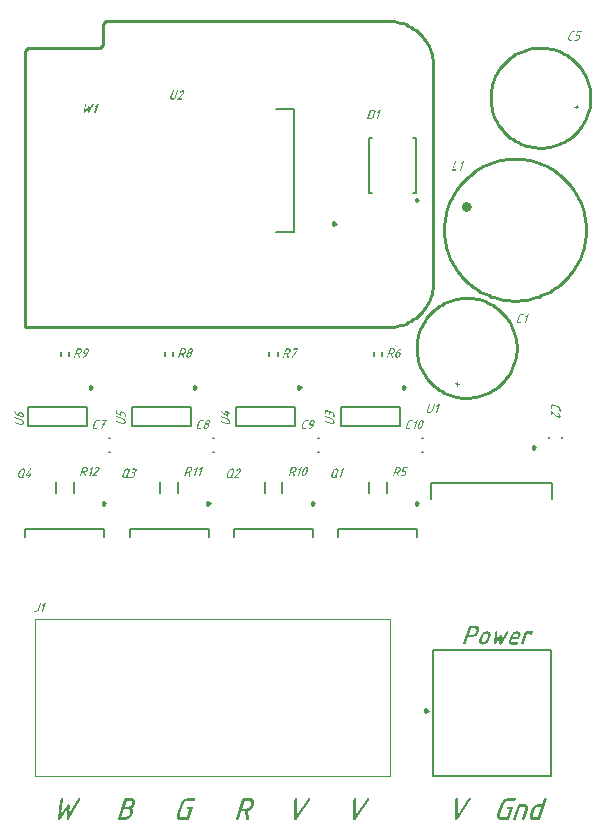
<source format=gto>
G04*
G04 #@! TF.GenerationSoftware,Altium Limited,Altium Designer,18.0.9 (584)*
G04*
G04 Layer_Color=65535*
%FSLAX25Y25*%
%MOIN*%
G70*
G01*
G75*
%ADD10C,0.01968*%
%ADD11C,0.00984*%
%ADD12C,0.01000*%
%ADD13C,0.00787*%
%ADD14C,0.00394*%
G36*
X125717Y241501D02*
X125746Y241495D01*
X125781Y241484D01*
X125810Y241455D01*
X125834Y241419D01*
Y241373D01*
Y241337D01*
X125822Y241302D01*
X124874Y238518D01*
X124869Y238512D01*
X124863Y238489D01*
X124845Y238453D01*
X124816Y238418D01*
X124781Y238383D01*
X124734Y238348D01*
X124670Y238325D01*
X124599Y238319D01*
X124594D01*
X124570Y238325D01*
X124541Y238331D01*
X124506Y238342D01*
X124477Y238366D01*
X124459Y238401D01*
X124453Y238453D01*
Y238483D01*
X124465Y238518D01*
X125272Y240881D01*
X124880Y240542D01*
X124874D01*
X124869Y240530D01*
X124833Y240513D01*
X124781Y240495D01*
X124716Y240483D01*
X124711D01*
X124687Y240489D01*
X124658Y240495D01*
X124629Y240507D01*
X124599Y240530D01*
X124576Y240565D01*
Y240618D01*
Y240647D01*
X124588Y240682D01*
Y240688D01*
X124594Y240694D01*
X124611Y240729D01*
X124640Y240776D01*
X124693Y240823D01*
X125500Y241431D01*
X125506Y241437D01*
X125518Y241443D01*
X125535Y241455D01*
X125559Y241472D01*
X125623Y241495D01*
X125652Y241501D01*
X125688Y241507D01*
X125699D01*
X125717Y241501D01*
D02*
G37*
G36*
X123529D02*
X123587Y241495D01*
X123663Y241478D01*
X123745Y241449D01*
X123833Y241408D01*
X123909Y241349D01*
X123974Y241267D01*
X123979Y241256D01*
X123997Y241226D01*
X124020Y241174D01*
X124038Y241104D01*
X124055Y241022D01*
Y240922D01*
X124044Y240805D01*
X124032Y240747D01*
X124014Y240682D01*
X123488Y239138D01*
Y239132D01*
X123482Y239120D01*
X123476Y239103D01*
X123465Y239079D01*
X123435Y239021D01*
X123394Y238939D01*
X123330Y238845D01*
X123254Y238752D01*
X123160Y238652D01*
X123049Y238559D01*
X123043D01*
X123037Y238547D01*
X123020Y238535D01*
X122996Y238524D01*
X122932Y238483D01*
X122844Y238442D01*
X122745Y238395D01*
X122634Y238354D01*
X122511Y238331D01*
X122382Y238319D01*
X121452D01*
X121429Y238325D01*
X121399Y238331D01*
X121364Y238342D01*
X121335Y238366D01*
X121318Y238401D01*
X121312Y238453D01*
Y238483D01*
X121323Y238518D01*
X122271Y241302D01*
X122277Y241314D01*
X122283Y241337D01*
X122306Y241367D01*
X122330Y241408D01*
X122371Y241443D01*
X122417Y241478D01*
X122470Y241501D01*
X122540Y241507D01*
X123505D01*
X123529Y241501D01*
D02*
G37*
G36*
X58239Y248004D02*
X58268Y247998D01*
X58304Y247986D01*
X58333Y247957D01*
X58356Y247922D01*
Y247875D01*
Y247840D01*
X58345Y247805D01*
X57660Y245792D01*
Y245786D01*
X57654Y245775D01*
X57643Y245751D01*
X57631Y245722D01*
X57619Y245693D01*
X57596Y245652D01*
X57543Y245552D01*
X57473Y245447D01*
X57385Y245330D01*
X57274Y245213D01*
X57210Y245155D01*
X57139Y245102D01*
X57134Y245096D01*
X57122Y245090D01*
X57104Y245079D01*
X57075Y245061D01*
X57040Y245038D01*
X56999Y245014D01*
X56900Y244962D01*
X56783Y244909D01*
X56648Y244868D01*
X56502Y244833D01*
X56426Y244827D01*
X56350Y244821D01*
X56309D01*
X56285Y244827D01*
X56215Y244839D01*
X56127Y244856D01*
X56028Y244892D01*
X55928Y244938D01*
X55841Y245008D01*
X55794Y245055D01*
X55759Y245102D01*
Y245108D01*
X55753Y245114D01*
X55741Y245131D01*
X55730Y245155D01*
X55706Y245213D01*
X55683Y245295D01*
X55665Y245395D01*
X55659Y245512D01*
Y245582D01*
X55671Y245646D01*
X55683Y245716D01*
X55706Y245792D01*
X56391Y247805D01*
X56397Y247816D01*
X56402Y247840D01*
X56426Y247869D01*
X56449Y247910D01*
X56490Y247945D01*
X56537Y247980D01*
X56595Y248004D01*
X56666Y248009D01*
X56677D01*
X56695Y248004D01*
X56724Y247998D01*
X56759Y247986D01*
X56788Y247957D01*
X56812Y247922D01*
Y247875D01*
Y247840D01*
X56800Y247805D01*
X56116Y245792D01*
X56110Y245781D01*
X56104Y245751D01*
X56098Y245710D01*
X56086Y245652D01*
Y245588D01*
X56092Y245523D01*
X56110Y245453D01*
X56139Y245389D01*
X56145Y245383D01*
X56163Y245365D01*
X56186Y245336D01*
X56227Y245307D01*
X56274Y245278D01*
X56332Y245248D01*
X56402Y245231D01*
X56484Y245225D01*
X56525D01*
X56572Y245237D01*
X56630Y245248D01*
X56701Y245266D01*
X56783Y245295D01*
X56865Y245336D01*
X56946Y245389D01*
X56958Y245395D01*
X56981Y245418D01*
X57023Y245453D01*
X57069Y245500D01*
X57116Y245558D01*
X57169Y245629D01*
X57215Y245705D01*
X57251Y245792D01*
X57935Y247805D01*
X57941Y247816D01*
X57947Y247840D01*
X57970Y247869D01*
X57994Y247910D01*
X58034Y247945D01*
X58081Y247980D01*
X58140Y248004D01*
X58210Y248009D01*
X58222D01*
X58239Y248004D01*
D02*
G37*
G36*
X59866D02*
X59924Y247998D01*
X60000Y247980D01*
X60082Y247951D01*
X60164Y247904D01*
X60246Y247846D01*
X60310Y247764D01*
X60316Y247752D01*
X60334Y247723D01*
X60357Y247670D01*
X60374Y247600D01*
X60392Y247518D01*
Y247419D01*
X60380Y247307D01*
X60369Y247249D01*
X60351Y247185D01*
X60345Y247173D01*
X60334Y247144D01*
X60316Y247103D01*
X60287Y247038D01*
X60246Y246968D01*
X60193Y246892D01*
X60123Y246804D01*
X60047Y246717D01*
X58573Y245225D01*
X59491D01*
X59509Y245219D01*
X59538Y245213D01*
X59573Y245201D01*
X59602Y245172D01*
X59626Y245137D01*
Y245090D01*
Y245055D01*
X59614Y245020D01*
X59608Y245014D01*
X59602Y244991D01*
X59585Y244956D01*
X59556Y244921D01*
X59520Y244886D01*
X59474Y244850D01*
X59409Y244827D01*
X59339Y244821D01*
X58099D01*
X58075Y244827D01*
X58046Y244833D01*
X58011Y244845D01*
X57982Y244868D01*
X57964Y244903D01*
X57959Y244956D01*
Y244985D01*
X57970Y245020D01*
X57976Y245032D01*
X57988Y245055D01*
X58011Y245090D01*
X58040Y245131D01*
X59795Y246956D01*
X59801Y246962D01*
X59813Y246974D01*
X59830Y246997D01*
X59854Y247027D01*
X59907Y247103D01*
X59930Y247144D01*
X59948Y247185D01*
Y247190D01*
X59953Y247214D01*
X59959Y247249D01*
X59965Y247290D01*
Y247337D01*
Y247384D01*
X59948Y247436D01*
X59924Y247483D01*
X59918Y247489D01*
X59907Y247501D01*
X59889Y247524D01*
X59860Y247547D01*
X59825Y247565D01*
X59784Y247588D01*
X59731Y247600D01*
X59672Y247606D01*
X59661D01*
X59632Y247600D01*
X59579Y247588D01*
X59515Y247559D01*
X59433Y247518D01*
X59386Y247489D01*
X59333Y247448D01*
X59281Y247407D01*
X59228Y247360D01*
X59169Y247302D01*
X59105Y247237D01*
X59099Y247232D01*
X59088Y247220D01*
X59070Y247208D01*
X59047Y247190D01*
X58982Y247155D01*
X58941Y247144D01*
X58894Y247138D01*
X58889D01*
X58865Y247144D01*
X58836Y247150D01*
X58801Y247161D01*
X58772Y247190D01*
X58754Y247226D01*
X58748Y247272D01*
Y247307D01*
X58760Y247343D01*
X58766Y247348D01*
X58772Y247366D01*
X58783Y247389D01*
X58795Y247407D01*
X58801Y247413D01*
X58818Y247430D01*
X58848Y247465D01*
X58883Y247501D01*
X58930Y247547D01*
X58982Y247600D01*
X59047Y247653D01*
X59117Y247711D01*
X59269Y247816D01*
X59351Y247869D01*
X59439Y247916D01*
X59532Y247957D01*
X59620Y247986D01*
X59714Y248004D01*
X59807Y248009D01*
X59842D01*
X59866Y248004D01*
D02*
G37*
G36*
X153551Y224344D02*
X153580Y224338D01*
X153616Y224326D01*
X153645Y224297D01*
X153668Y224262D01*
Y224215D01*
Y224180D01*
X153656Y224145D01*
X152709Y221360D01*
X152703Y221355D01*
X152697Y221331D01*
X152680Y221296D01*
X152650Y221261D01*
X152615Y221226D01*
X152568Y221191D01*
X152504Y221167D01*
X152434Y221161D01*
X152428D01*
X152405Y221167D01*
X152375Y221173D01*
X152340Y221185D01*
X152311Y221208D01*
X152294Y221243D01*
X152288Y221296D01*
Y221325D01*
X152299Y221360D01*
X153107Y223724D01*
X152715Y223384D01*
X152709D01*
X152703Y223373D01*
X152668Y223355D01*
X152615Y223338D01*
X152551Y223326D01*
X152545D01*
X152522Y223332D01*
X152492Y223338D01*
X152463Y223349D01*
X152434Y223373D01*
X152410Y223408D01*
Y223461D01*
Y223490D01*
X152422Y223525D01*
Y223531D01*
X152428Y223536D01*
X152446Y223572D01*
X152475Y223618D01*
X152527Y223665D01*
X153335Y224274D01*
X153341Y224279D01*
X153352Y224285D01*
X153370Y224297D01*
X153393Y224315D01*
X153458Y224338D01*
X153487Y224344D01*
X153522Y224350D01*
X153534D01*
X153551Y224344D01*
D02*
G37*
G36*
X150726D02*
X150755Y224338D01*
X150790Y224326D01*
X150819Y224297D01*
X150843Y224262D01*
Y224215D01*
Y224180D01*
X150831Y224145D01*
X149953Y221565D01*
X150995D01*
X151012Y221559D01*
X151048Y221553D01*
X151077Y221542D01*
X151106Y221512D01*
X151129Y221477D01*
X151135Y221430D01*
Y221395D01*
X151123Y221360D01*
X151118Y221355D01*
X151112Y221331D01*
X151088Y221296D01*
X151065Y221261D01*
X151024Y221226D01*
X150977Y221191D01*
X150913Y221167D01*
X150843Y221161D01*
X149602D01*
X149579Y221167D01*
X149550Y221173D01*
X149515Y221185D01*
X149486Y221208D01*
X149468Y221243D01*
X149462Y221296D01*
Y221325D01*
X149474Y221360D01*
X150422Y224145D01*
X150427Y224157D01*
X150433Y224180D01*
X150457Y224209D01*
X150480Y224250D01*
X150521Y224285D01*
X150568Y224320D01*
X150626Y224344D01*
X150697Y224350D01*
X150708D01*
X150726Y224344D01*
D02*
G37*
G36*
X176272Y67652D02*
X176341Y67640D01*
X176399Y67617D01*
X176456Y67559D01*
X176502Y67490D01*
X176514Y67398D01*
Y67329D01*
X176491Y67260D01*
X176283Y66649D01*
X176272Y66637D01*
X176260Y66591D01*
X176214Y66522D01*
X176168Y66452D01*
X176087Y66383D01*
X175995Y66314D01*
X175880Y66268D01*
X175741Y66256D01*
X175730D01*
X175684Y66268D01*
X175626Y66280D01*
X175557Y66303D01*
X175499Y66349D01*
X175465Y66418D01*
X175453Y66522D01*
Y66579D01*
X175476Y66649D01*
X175545Y66868D01*
X174519D01*
X173412Y63605D01*
X173401Y63593D01*
X173389Y63547D01*
X173355Y63478D01*
X173297Y63409D01*
X173228Y63339D01*
X173136Y63270D01*
X173009Y63224D01*
X172870Y63213D01*
X172859D01*
X172813Y63224D01*
X172755Y63236D01*
X172686Y63259D01*
X172628Y63305D01*
X172594Y63374D01*
X172582Y63478D01*
Y63535D01*
X172605Y63605D01*
X173851Y67260D01*
X173862Y67283D01*
X173873Y67329D01*
X173920Y67387D01*
X173966Y67467D01*
X174047Y67536D01*
X174139Y67606D01*
X174242Y67652D01*
X174381Y67663D01*
X176237D01*
X176272Y67652D01*
D02*
G37*
G36*
X168166D02*
X168247Y67617D01*
X168316Y67548D01*
X168328Y67525D01*
X168351Y67467D01*
X168374Y67387D01*
X168362Y67329D01*
X168351Y67271D01*
Y67260D01*
X168339Y67237D01*
X168305Y67167D01*
X166172Y63547D01*
X166160Y63535D01*
X166137Y63501D01*
X166091Y63443D01*
X166033Y63386D01*
X165964Y63316D01*
X165872Y63270D01*
X165768Y63224D01*
X165653Y63213D01*
X165606D01*
X165560Y63224D01*
X165514Y63247D01*
X165457Y63282D01*
X165410Y63328D01*
X165376Y63397D01*
X165364Y63489D01*
X165376Y65080D01*
X164315Y63501D01*
X164304Y63489D01*
X164281Y63455D01*
X164234Y63409D01*
X164177Y63362D01*
X164096Y63305D01*
X164015Y63259D01*
X163923Y63224D01*
X163819Y63213D01*
X163808D01*
X163773Y63224D01*
X163727Y63236D01*
X163670Y63259D01*
X163612Y63293D01*
X163577Y63362D01*
X163543Y63443D01*
Y63559D01*
X163865Y67167D01*
Y67179D01*
Y67190D01*
X163877Y67225D01*
X163889Y67271D01*
X163900Y67283D01*
X163912Y67329D01*
X163958Y67398D01*
X164004Y67467D01*
X164084Y67536D01*
X164177Y67606D01*
X164281Y67652D01*
X164419Y67663D01*
X164465D01*
X164523Y67652D01*
X164580Y67629D01*
X164638Y67594D01*
X164684Y67548D01*
X164707Y67490D01*
X164719Y67398D01*
X164419Y64723D01*
X165364Y66176D01*
X165376Y66187D01*
X165399Y66222D01*
X165434Y66256D01*
X165491Y66314D01*
X165560Y66360D01*
X165641Y66395D01*
X165733Y66430D01*
X165837Y66441D01*
X165883D01*
X165929Y66430D01*
X165975Y66406D01*
X166033Y66372D01*
X166079Y66326D01*
X166114Y66268D01*
X166125Y66176D01*
X166091Y64723D01*
X167590Y67352D01*
X167601Y67363D01*
X167624Y67398D01*
X167659Y67456D01*
X167717Y67513D01*
X167786Y67559D01*
X167878Y67617D01*
X167970Y67652D01*
X168074Y67663D01*
X168097D01*
X168166Y67652D01*
D02*
G37*
G36*
X171360D02*
X171475Y67640D01*
X171625Y67606D01*
X171787Y67548D01*
X171959Y67467D01*
X172109Y67352D01*
X172236Y67190D01*
X172248Y67167D01*
X172282Y67110D01*
X172328Y67006D01*
X172363Y66868D01*
X172398Y66706D01*
Y66510D01*
X172375Y66280D01*
X172352Y66164D01*
X172317Y66037D01*
X171983Y65034D01*
X169538D01*
X169365Y64516D01*
Y64504D01*
X169354Y64481D01*
Y64435D01*
X169342Y64389D01*
Y64273D01*
X169365Y64204D01*
X169388Y64147D01*
X169411Y64123D01*
X169469Y64077D01*
X169561Y64031D01*
X169631Y64020D01*
X169700Y64008D01*
X171245D01*
X171279Y63997D01*
X171349Y63985D01*
X171406Y63962D01*
X171464Y63904D01*
X171510Y63835D01*
X171521Y63743D01*
Y63674D01*
X171498Y63605D01*
X171487Y63593D01*
X171475Y63547D01*
X171429Y63478D01*
X171383Y63409D01*
X171302Y63339D01*
X171210Y63270D01*
X171083Y63224D01*
X170945Y63213D01*
X169400D01*
X169331Y63224D01*
X169238Y63236D01*
X169112Y63259D01*
X168985Y63305D01*
X168846Y63374D01*
X168720Y63455D01*
X168616Y63582D01*
X168604Y63605D01*
X168581Y63651D01*
X168547Y63731D01*
X168524Y63847D01*
X168500Y63974D01*
X168489Y64135D01*
X168512Y64319D01*
X168558Y64516D01*
X169077Y66037D01*
Y66049D01*
X169089Y66072D01*
X169100Y66107D01*
X169123Y66153D01*
X169181Y66280D01*
X169273Y66441D01*
X169388Y66614D01*
X169538Y66810D01*
X169723Y67006D01*
X169942Y67190D01*
X169953D01*
X169976Y67213D01*
X169999Y67237D01*
X170057Y67260D01*
X170172Y67340D01*
X170345Y67433D01*
X170541Y67513D01*
X170760Y67594D01*
X171002Y67640D01*
X171245Y67663D01*
X171314D01*
X171360Y67652D01*
D02*
G37*
G36*
X161398D02*
X161513Y67640D01*
X161663Y67606D01*
X161825Y67548D01*
X161986Y67467D01*
X162147Y67352D01*
X162274Y67190D01*
X162286Y67167D01*
X162320Y67110D01*
X162367Y67006D01*
X162401Y66868D01*
X162436Y66706D01*
Y66510D01*
X162413Y66280D01*
X162390Y66164D01*
X162355Y66037D01*
X161940Y64827D01*
Y64815D01*
X161928Y64792D01*
X161917Y64758D01*
X161894Y64711D01*
X161836Y64596D01*
X161744Y64435D01*
X161629Y64250D01*
X161479Y64066D01*
X161294Y63870D01*
X161075Y63685D01*
X161064D01*
X161052Y63662D01*
X161018Y63639D01*
X160971Y63616D01*
X160845Y63535D01*
X160672Y63455D01*
X160476Y63362D01*
X160257Y63282D01*
X160026Y63236D01*
X159772Y63213D01*
X159703D01*
X159657Y63224D01*
X159542Y63236D01*
X159392Y63270D01*
X159230Y63328D01*
X159069Y63409D01*
X158908Y63524D01*
X158781Y63674D01*
X158769Y63697D01*
X158735Y63754D01*
X158700Y63858D01*
X158654Y63997D01*
X158619Y64158D01*
Y64366D01*
X158642Y64585D01*
X158666Y64700D01*
X158700Y64827D01*
X159115Y66037D01*
Y66049D01*
X159127Y66072D01*
X159138Y66107D01*
X159161Y66153D01*
X159219Y66280D01*
X159311Y66441D01*
X159426Y66614D01*
X159576Y66810D01*
X159761Y67006D01*
X159980Y67190D01*
X159991D01*
X160014Y67213D01*
X160038Y67237D01*
X160095Y67260D01*
X160211Y67340D01*
X160383Y67433D01*
X160579Y67513D01*
X160799Y67594D01*
X161041Y67640D01*
X161283Y67663D01*
X161352D01*
X161398Y67652D01*
D02*
G37*
G36*
X157363Y69485D02*
X157432D01*
X157512Y69462D01*
X157685Y69427D01*
X157881Y69358D01*
X158077Y69254D01*
X158170Y69197D01*
X158250Y69116D01*
X158343Y69035D01*
X158412Y68932D01*
Y68920D01*
X158423Y68908D01*
X158446Y68874D01*
X158469Y68828D01*
X158516Y68712D01*
X158562Y68551D01*
X158596Y68355D01*
X158608Y68124D01*
X158596Y67998D01*
X158585Y67859D01*
X158550Y67721D01*
X158504Y67571D01*
Y67559D01*
X158493Y67536D01*
X158469Y67490D01*
X158446Y67433D01*
X158412Y67352D01*
X158377Y67271D01*
X158273Y67075D01*
X158135Y66856D01*
X157951Y66625D01*
X157743Y66395D01*
X157489Y66176D01*
X157478D01*
X157455Y66153D01*
X157420Y66130D01*
X157363Y66095D01*
X157293Y66049D01*
X157224Y66003D01*
X157132Y65957D01*
X157028Y65911D01*
X156798Y65818D01*
X156532Y65726D01*
X156233Y65668D01*
X156083Y65657D01*
X155921Y65645D01*
X154803D01*
X154111Y63605D01*
X154100Y63593D01*
X154088Y63547D01*
X154053Y63478D01*
X153996Y63409D01*
X153927Y63339D01*
X153834Y63270D01*
X153708Y63224D01*
X153569Y63213D01*
X153558D01*
X153512Y63224D01*
X153454Y63236D01*
X153385Y63259D01*
X153327Y63305D01*
X153293Y63374D01*
X153281Y63478D01*
Y63535D01*
X153304Y63605D01*
X155172Y69093D01*
X155183Y69116D01*
X155195Y69162D01*
X155241Y69220D01*
X155287Y69300D01*
X155368Y69370D01*
X155460Y69439D01*
X155564Y69485D01*
X155702Y69497D01*
X157316D01*
X157363Y69485D01*
D02*
G37*
G36*
X180810Y12041D02*
X180878Y12028D01*
X180958Y12001D01*
X181026Y11934D01*
X181079Y11853D01*
Y11745D01*
Y11665D01*
X181053Y11584D01*
X178874Y5182D01*
X178860Y5168D01*
X178847Y5114D01*
X178806Y5034D01*
X178739Y4953D01*
X178658Y4872D01*
X178551Y4792D01*
X178403Y4738D01*
X178242Y4724D01*
X176439D01*
X176358Y4738D01*
X176251Y4751D01*
X176103Y4778D01*
X175955Y4832D01*
X175794Y4913D01*
X175646Y5007D01*
X175525Y5155D01*
X175511Y5182D01*
X175484Y5235D01*
X175444Y5330D01*
X175417Y5464D01*
X175390Y5612D01*
X175377Y5800D01*
X175404Y6016D01*
X175457Y6244D01*
X176184Y8383D01*
X176197Y8396D01*
X176211Y8450D01*
X176251Y8531D01*
X176305Y8638D01*
X176358Y8759D01*
X176439Y8880D01*
X176547Y9015D01*
X176654Y9149D01*
X176668Y9163D01*
X176681Y9176D01*
X176722Y9217D01*
X176776Y9270D01*
X176924Y9392D01*
X177112Y9539D01*
X177340Y9674D01*
X177609Y9795D01*
X177757Y9849D01*
X177905Y9889D01*
X178067Y9903D01*
X178228Y9916D01*
X179546D01*
X180111Y11584D01*
X180124Y11611D01*
X180138Y11665D01*
X180192Y11732D01*
X180246Y11826D01*
X180340Y11907D01*
X180447Y11987D01*
X180582Y12041D01*
X180743Y12055D01*
X180770D01*
X180810Y12041D01*
D02*
G37*
G36*
X174085Y9889D02*
X174220Y9862D01*
X174381Y9809D01*
X174529Y9728D01*
X174677Y9607D01*
X174798Y9459D01*
X174812Y9445D01*
X174839Y9378D01*
X174879Y9284D01*
X174919Y9163D01*
X174946Y9002D01*
X174960Y8813D01*
X174933Y8612D01*
X174879Y8383D01*
X173790Y5182D01*
X173776Y5168D01*
X173763Y5114D01*
X173722Y5034D01*
X173655Y4953D01*
X173574Y4872D01*
X173467Y4792D01*
X173319Y4738D01*
X173157Y4724D01*
X173144D01*
X173090Y4738D01*
X173023Y4751D01*
X172942Y4778D01*
X172875Y4832D01*
X172835Y4913D01*
X172821Y5034D01*
Y5101D01*
X172848Y5182D01*
X173938Y8383D01*
Y8396D01*
X173951Y8423D01*
X173965Y8477D01*
Y8531D01*
Y8679D01*
X173951Y8746D01*
X173911Y8813D01*
Y8827D01*
X173884Y8840D01*
X173830Y8907D01*
X173709Y8961D01*
X173642Y8975D01*
X173547Y8988D01*
X172243D01*
X170952Y5182D01*
X170938Y5168D01*
X170925Y5114D01*
X170884Y5034D01*
X170817Y4953D01*
X170736Y4872D01*
X170629Y4792D01*
X170481Y4738D01*
X170319Y4724D01*
X170306D01*
X170252Y4738D01*
X170185Y4751D01*
X170104Y4778D01*
X170037Y4832D01*
X169997Y4913D01*
X169983Y5034D01*
Y5101D01*
X170010Y5182D01*
X171463Y9445D01*
X171476Y9472D01*
X171490Y9526D01*
X171544Y9593D01*
X171597Y9687D01*
X171691Y9768D01*
X171799Y9849D01*
X171920Y9903D01*
X172081Y9916D01*
X173965D01*
X174085Y9889D01*
D02*
G37*
G36*
X170629Y12041D02*
X170696Y12028D01*
X170777Y12001D01*
X170844Y11934D01*
X170898Y11853D01*
Y11745D01*
Y11665D01*
X170871Y11584D01*
X170858Y11570D01*
X170844Y11517D01*
X170804Y11436D01*
X170736Y11355D01*
X170656Y11275D01*
X170548Y11194D01*
X170400Y11140D01*
X170239Y11127D01*
X168046D01*
X167966Y11113D01*
X167872Y11086D01*
X167751Y11059D01*
X167630Y11006D01*
X167495Y10938D01*
X167347Y10844D01*
X167334Y10831D01*
X167293Y10790D01*
X167226Y10737D01*
X167145Y10656D01*
X167051Y10548D01*
X166971Y10441D01*
X166903Y10306D01*
X166836Y10158D01*
X165626Y6607D01*
Y6594D01*
X165612Y6540D01*
X165599Y6459D01*
X165585Y6365D01*
X165572Y6258D01*
X165585Y6150D01*
X165612Y6029D01*
X165666Y5922D01*
X165679Y5908D01*
X165706Y5881D01*
X165746Y5841D01*
X165814Y5787D01*
X165894Y5733D01*
X165989Y5693D01*
X166110Y5666D01*
X166244Y5652D01*
X167912D01*
X168800Y8275D01*
X168194D01*
X168141Y8289D01*
X168073Y8302D01*
X167993Y8329D01*
X167925Y8383D01*
X167885Y8463D01*
X167872Y8585D01*
Y8652D01*
X167898Y8732D01*
X167912Y8759D01*
X167925Y8813D01*
X167979Y8880D01*
X168033Y8975D01*
X168127Y9055D01*
X168235Y9136D01*
X168356Y9190D01*
X168517Y9203D01*
X169607D01*
X169647Y9190D01*
X169728Y9176D01*
X169808Y9149D01*
X169876Y9082D01*
X169916Y9002D01*
X169929Y8894D01*
Y8813D01*
X169903Y8732D01*
X168692Y5182D01*
X168679Y5168D01*
X168665Y5114D01*
X168625Y5034D01*
X168558Y4953D01*
X168477Y4872D01*
X168369Y4792D01*
X168221Y4738D01*
X168060Y4724D01*
X165854D01*
X165800Y4738D01*
X165666Y4751D01*
X165491Y4792D01*
X165303Y4859D01*
X165114Y4953D01*
X164926Y5088D01*
X164778Y5262D01*
X164765Y5289D01*
X164724Y5357D01*
X164684Y5478D01*
X164630Y5639D01*
X164590Y5827D01*
Y6069D01*
X164617Y6325D01*
X164644Y6459D01*
X164684Y6607D01*
X165894Y10158D01*
Y10172D01*
X165908Y10199D01*
X165921Y10239D01*
X165948Y10293D01*
X166016Y10441D01*
X166123Y10629D01*
X166258Y10831D01*
X166432Y11059D01*
X166648Y11288D01*
X166903Y11503D01*
X166917D01*
X166944Y11530D01*
X166971Y11557D01*
X167038Y11584D01*
X167172Y11678D01*
X167374Y11786D01*
X167603Y11880D01*
X167858Y11974D01*
X168141Y12028D01*
X168423Y12055D01*
X170589D01*
X170629Y12041D01*
D02*
G37*
G36*
X155524D02*
X155604Y12028D01*
X155685Y12001D01*
X155752Y11934D01*
X155792Y11853D01*
X155806Y11745D01*
Y11665D01*
X155779Y11584D01*
Y11570D01*
X155766Y11530D01*
X155712Y11436D01*
X151421Y5061D01*
X151408Y5047D01*
X151381Y5007D01*
X151327Y4953D01*
X151260Y4899D01*
X151166Y4832D01*
X151072Y4778D01*
X150951Y4738D01*
X150830Y4724D01*
X150776D01*
X150722Y4738D01*
X150668Y4765D01*
X150601Y4805D01*
X150547Y4872D01*
X150507Y4953D01*
X150493Y5061D01*
X150547Y11436D01*
Y11449D01*
Y11476D01*
X150560Y11530D01*
X150574Y11584D01*
X150587Y11611D01*
X150601Y11665D01*
X150655Y11732D01*
X150708Y11826D01*
X150803Y11907D01*
X150910Y11987D01*
X151031Y12041D01*
X151193Y12055D01*
X151246D01*
X151300Y12041D01*
X151367Y12014D01*
X151435Y11974D01*
X151488Y11920D01*
X151529Y11840D01*
X151542Y11732D01*
X151421Y6419D01*
X154918Y11732D01*
X154932Y11745D01*
X154959Y11786D01*
X154999Y11840D01*
X155066Y11893D01*
X155133Y11947D01*
X155228Y12001D01*
X155335Y12041D01*
X155456Y12055D01*
X155483D01*
X155524Y12041D01*
D02*
G37*
G36*
X121695D02*
X121776Y12028D01*
X121856Y12001D01*
X121924Y11934D01*
X121964Y11853D01*
X121977Y11745D01*
Y11665D01*
X121950Y11584D01*
Y11570D01*
X121937Y11530D01*
X121883Y11436D01*
X117593Y5061D01*
X117579Y5047D01*
X117552Y5007D01*
X117499Y4953D01*
X117431Y4899D01*
X117337Y4832D01*
X117243Y4778D01*
X117122Y4738D01*
X117001Y4724D01*
X116947D01*
X116893Y4738D01*
X116840Y4765D01*
X116772Y4805D01*
X116718Y4872D01*
X116678Y4953D01*
X116665Y5061D01*
X116718Y11436D01*
Y11449D01*
Y11476D01*
X116732Y11530D01*
X116745Y11584D01*
X116759Y11611D01*
X116772Y11665D01*
X116826Y11732D01*
X116880Y11826D01*
X116974Y11907D01*
X117082Y11987D01*
X117203Y12041D01*
X117364Y12055D01*
X117418D01*
X117472Y12041D01*
X117539Y12014D01*
X117606Y11974D01*
X117660Y11920D01*
X117700Y11840D01*
X117714Y11732D01*
X117593Y6419D01*
X121090Y11732D01*
X121103Y11745D01*
X121130Y11786D01*
X121170Y11840D01*
X121238Y11893D01*
X121305Y11947D01*
X121399Y12001D01*
X121507Y12041D01*
X121628Y12055D01*
X121655D01*
X121695Y12041D01*
D02*
G37*
G36*
X102010D02*
X102091Y12028D01*
X102171Y12001D01*
X102239Y11934D01*
X102279Y11853D01*
X102292Y11745D01*
Y11665D01*
X102266Y11584D01*
Y11570D01*
X102252Y11530D01*
X102198Y11436D01*
X97908Y5061D01*
X97894Y5047D01*
X97867Y5007D01*
X97813Y4953D01*
X97746Y4899D01*
X97652Y4832D01*
X97558Y4778D01*
X97437Y4738D01*
X97316Y4724D01*
X97262D01*
X97208Y4738D01*
X97154Y4765D01*
X97087Y4805D01*
X97033Y4872D01*
X96993Y4953D01*
X96980Y5061D01*
X97033Y11436D01*
Y11449D01*
Y11476D01*
X97047Y11530D01*
X97060Y11584D01*
X97074Y11611D01*
X97087Y11665D01*
X97141Y11732D01*
X97195Y11826D01*
X97289Y11907D01*
X97397Y11987D01*
X97518Y12041D01*
X97679Y12055D01*
X97733D01*
X97787Y12041D01*
X97854Y12014D01*
X97921Y11974D01*
X97975Y11920D01*
X98015Y11840D01*
X98029Y11732D01*
X97908Y6419D01*
X101405Y11732D01*
X101418Y11745D01*
X101445Y11786D01*
X101485Y11840D01*
X101553Y11893D01*
X101620Y11947D01*
X101714Y12001D01*
X101822Y12041D01*
X101943Y12055D01*
X101970D01*
X102010Y12041D01*
D02*
G37*
G36*
X82190D02*
X82271D01*
X82365Y12014D01*
X82567Y11974D01*
X82796Y11893D01*
X83024Y11772D01*
X83132Y11705D01*
X83226Y11611D01*
X83334Y11517D01*
X83414Y11396D01*
Y11382D01*
X83428Y11369D01*
X83455Y11328D01*
X83482Y11275D01*
X83535Y11140D01*
X83589Y10952D01*
X83630Y10723D01*
X83643Y10454D01*
X83630Y10306D01*
X83616Y10145D01*
X83576Y9983D01*
X83522Y9809D01*
Y9795D01*
X83495Y9741D01*
X83468Y9661D01*
X83414Y9553D01*
X83360Y9432D01*
X83280Y9297D01*
X83186Y9136D01*
X83078Y8975D01*
X82957Y8800D01*
X82809Y8625D01*
X82648Y8463D01*
X82473Y8289D01*
X82271Y8141D01*
X82056Y7993D01*
X81814Y7872D01*
X81558Y7764D01*
X81975Y5384D01*
Y5370D01*
Y5316D01*
Y5249D01*
X81948Y5182D01*
Y5168D01*
X81935Y5155D01*
X81894Y5074D01*
X81814Y4967D01*
X81760Y4913D01*
X81693Y4859D01*
X81679D01*
X81666Y4832D01*
X81572Y4792D01*
X81451Y4751D01*
X81316Y4724D01*
X81276D01*
X81222Y4738D01*
X81168Y4751D01*
X81101Y4792D01*
X81047Y4832D01*
X81007Y4899D01*
X80980Y4980D01*
X80576Y7562D01*
X79204D01*
X78398Y5182D01*
X78384Y5168D01*
X78371Y5114D01*
X78330Y5034D01*
X78263Y4953D01*
X78182Y4872D01*
X78075Y4792D01*
X77927Y4738D01*
X77765Y4724D01*
X77752D01*
X77698Y4738D01*
X77631Y4751D01*
X77550Y4778D01*
X77483Y4832D01*
X77443Y4913D01*
X77429Y5034D01*
Y5101D01*
X77456Y5182D01*
X79635Y11584D01*
X79648Y11611D01*
X79662Y11665D01*
X79716Y11732D01*
X79769Y11826D01*
X79864Y11907D01*
X79971Y11987D01*
X80092Y12041D01*
X80254Y12055D01*
X82137D01*
X82190Y12041D01*
D02*
G37*
G36*
X63823D02*
X63891Y12028D01*
X63971Y12001D01*
X64039Y11934D01*
X64092Y11853D01*
Y11745D01*
Y11665D01*
X64065Y11584D01*
X64052Y11570D01*
X64039Y11517D01*
X63998Y11436D01*
X63931Y11355D01*
X63850Y11275D01*
X63743Y11194D01*
X63595Y11140D01*
X63433Y11127D01*
X61241D01*
X61160Y11113D01*
X61066Y11086D01*
X60945Y11059D01*
X60824Y11006D01*
X60690Y10938D01*
X60542Y10844D01*
X60528Y10831D01*
X60488Y10790D01*
X60421Y10737D01*
X60340Y10656D01*
X60246Y10548D01*
X60165Y10441D01*
X60098Y10306D01*
X60031Y10158D01*
X58820Y6607D01*
Y6594D01*
X58807Y6540D01*
X58793Y6459D01*
X58780Y6365D01*
X58766Y6258D01*
X58780Y6150D01*
X58807Y6029D01*
X58860Y5922D01*
X58874Y5908D01*
X58901Y5881D01*
X58941Y5841D01*
X59008Y5787D01*
X59089Y5733D01*
X59183Y5693D01*
X59304Y5666D01*
X59439Y5652D01*
X61107D01*
X61994Y8275D01*
X61389D01*
X61335Y8289D01*
X61268Y8302D01*
X61187Y8329D01*
X61120Y8383D01*
X61080Y8463D01*
X61066Y8585D01*
Y8652D01*
X61093Y8732D01*
X61107Y8759D01*
X61120Y8813D01*
X61174Y8880D01*
X61228Y8975D01*
X61322Y9055D01*
X61429Y9136D01*
X61550Y9190D01*
X61712Y9203D01*
X62801D01*
X62842Y9190D01*
X62922Y9176D01*
X63003Y9149D01*
X63070Y9082D01*
X63111Y9002D01*
X63124Y8894D01*
Y8813D01*
X63097Y8732D01*
X61887Y5182D01*
X61873Y5168D01*
X61860Y5114D01*
X61819Y5034D01*
X61752Y4953D01*
X61672Y4872D01*
X61564Y4792D01*
X61416Y4738D01*
X61255Y4724D01*
X59049D01*
X58995Y4738D01*
X58860Y4751D01*
X58686Y4792D01*
X58497Y4859D01*
X58309Y4953D01*
X58121Y5088D01*
X57973Y5262D01*
X57959Y5289D01*
X57919Y5357D01*
X57879Y5478D01*
X57825Y5639D01*
X57784Y5827D01*
Y6069D01*
X57811Y6325D01*
X57838Y6459D01*
X57879Y6607D01*
X59089Y10158D01*
Y10172D01*
X59102Y10199D01*
X59116Y10239D01*
X59143Y10293D01*
X59210Y10441D01*
X59318Y10629D01*
X59452Y10831D01*
X59627Y11059D01*
X59842Y11288D01*
X60098Y11503D01*
X60111D01*
X60138Y11530D01*
X60165Y11557D01*
X60232Y11584D01*
X60367Y11678D01*
X60569Y11786D01*
X60797Y11880D01*
X61053Y11974D01*
X61335Y12028D01*
X61618Y12055D01*
X63783D01*
X63823Y12041D01*
D02*
G37*
G36*
X42807D02*
X42941Y12028D01*
X43116Y11987D01*
X43304Y11920D01*
X43493Y11826D01*
X43681Y11692D01*
X43829Y11503D01*
X43843Y11476D01*
X43883Y11409D01*
X43937Y11288D01*
X43977Y11127D01*
X44017Y10938D01*
Y10710D01*
X43990Y10441D01*
X43964Y10306D01*
X43923Y10158D01*
Y10145D01*
X43910Y10118D01*
X43896Y10078D01*
X43856Y10010D01*
X43789Y9849D01*
X43668Y9647D01*
X43506Y9432D01*
X43318Y9203D01*
X43076Y8975D01*
X42793Y8786D01*
X42807D01*
X42834Y8759D01*
X42874Y8732D01*
X42915Y8679D01*
X42968Y8612D01*
X43036Y8544D01*
X43103Y8450D01*
X43157Y8343D01*
X43210Y8221D01*
X43264Y8087D01*
X43291Y7939D01*
X43318Y7778D01*
Y7589D01*
X43304Y7401D01*
X43264Y7186D01*
X43197Y6957D01*
Y6944D01*
X43183Y6917D01*
X43157Y6863D01*
X43130Y6796D01*
X43103Y6729D01*
X43049Y6634D01*
X42928Y6406D01*
X42766Y6164D01*
X42565Y5895D01*
X42309Y5626D01*
X42161Y5491D01*
X42000Y5370D01*
X41986Y5357D01*
X41960Y5343D01*
X41906Y5316D01*
X41852Y5276D01*
X41771Y5222D01*
X41677Y5168D01*
X41435Y5047D01*
X41166Y4926D01*
X40857Y4832D01*
X40534Y4751D01*
X40359Y4738D01*
X40184Y4724D01*
X38382D01*
X38328Y4738D01*
X38261Y4751D01*
X38180Y4778D01*
X38113Y4832D01*
X38072Y4913D01*
X38059Y5034D01*
Y5101D01*
X38086Y5182D01*
X40265Y11584D01*
X40278Y11611D01*
X40292Y11665D01*
X40345Y11732D01*
X40399Y11826D01*
X40494Y11907D01*
X40601Y11987D01*
X40722Y12041D01*
X40883Y12055D01*
X42753D01*
X42807Y12041D01*
D02*
G37*
G36*
X25435D02*
X25516Y12028D01*
X25597Y12001D01*
X25664Y11934D01*
X25704Y11853D01*
X25718Y11745D01*
Y11665D01*
X25691Y11584D01*
Y11570D01*
X25677Y11557D01*
X25637Y11476D01*
X22046Y5101D01*
X22032Y5088D01*
X22005Y5047D01*
X21952Y4980D01*
X21898Y4913D01*
X21804Y4845D01*
X21710Y4778D01*
X21588Y4738D01*
X21454Y4724D01*
X21400D01*
X21346Y4751D01*
X21293Y4778D01*
X21225Y4819D01*
X21172Y4886D01*
X21131Y4980D01*
X21118Y5101D01*
X21225Y8221D01*
X19208Y5101D01*
X19194Y5088D01*
X19168Y5047D01*
X19114Y4980D01*
X19033Y4913D01*
X18952Y4845D01*
X18845Y4778D01*
X18724Y4738D01*
X18603Y4724D01*
X18549D01*
X18495Y4738D01*
X18428Y4765D01*
X18361Y4805D01*
X18320Y4859D01*
X18280Y4926D01*
Y5034D01*
X19033Y11476D01*
Y11490D01*
X19047Y11517D01*
X19060Y11584D01*
X19073Y11611D01*
X19087Y11665D01*
X19141Y11732D01*
X19194Y11826D01*
X19289Y11907D01*
X19396Y11987D01*
X19517Y12041D01*
X19679Y12055D01*
X19746D01*
X19800Y12041D01*
X19867Y12014D01*
X19934Y11974D01*
X19988Y11920D01*
X20028Y11840D01*
Y11732D01*
X19356Y6621D01*
X21225Y9539D01*
X21239Y9553D01*
X21266Y9593D01*
X21319Y9661D01*
X21387Y9728D01*
X21467Y9795D01*
X21575Y9862D01*
X21683Y9903D01*
X21804Y9916D01*
X21858D01*
X21911Y9903D01*
X21979Y9876D01*
X22032Y9849D01*
X22086Y9795D01*
X22127Y9714D01*
X22140Y9620D01*
X22019Y6621D01*
X24790Y11678D01*
X24803Y11692D01*
X24830Y11732D01*
X24870Y11799D01*
X24938Y11866D01*
X25018Y11934D01*
X25126Y12001D01*
X25234Y12041D01*
X25368Y12055D01*
X25395D01*
X25435Y12041D01*
D02*
G37*
G36*
X191456Y243157D02*
X191486Y243151D01*
X191521Y243139D01*
X191550Y243116D01*
X191567Y243080D01*
X191573Y243028D01*
Y242999D01*
X191562Y242964D01*
X191421Y242548D01*
X191842D01*
X191866Y242542D01*
X191895Y242536D01*
X191930Y242525D01*
X191959Y242501D01*
X191977Y242466D01*
X191983Y242414D01*
Y242384D01*
X191971Y242349D01*
X191965Y242337D01*
X191959Y242314D01*
X191936Y242285D01*
X191913Y242244D01*
X191872Y242209D01*
X191825Y242174D01*
X191772Y242150D01*
X191702Y242144D01*
X191281D01*
X191140Y241729D01*
X191135Y241717D01*
X191129Y241694D01*
X191105Y241665D01*
X191082Y241624D01*
X191041Y241589D01*
X190994Y241554D01*
X190942Y241530D01*
X190871Y241524D01*
X190860D01*
X190842Y241530D01*
X190807Y241536D01*
X190772Y241548D01*
X190743Y241577D01*
X190725Y241612D01*
X190719Y241659D01*
Y241694D01*
X190731Y241729D01*
X190871Y242144D01*
X190450D01*
X190433Y242150D01*
X190397Y242156D01*
X190368Y242168D01*
X190339Y242197D01*
X190315Y242232D01*
X190310Y242279D01*
Y242314D01*
X190321Y242349D01*
X190327Y242355D01*
X190333Y242378D01*
X190357Y242414D01*
X190380Y242449D01*
X190421Y242484D01*
X190468Y242519D01*
X190526Y242542D01*
X190596Y242548D01*
X191012D01*
X191152Y242964D01*
X191158Y242969D01*
X191164Y242993D01*
X191181Y243028D01*
X191211Y243063D01*
X191246Y243098D01*
X191293Y243133D01*
X191357Y243157D01*
X191427Y243162D01*
X191433D01*
X191456Y243157D01*
D02*
G37*
G36*
X151306Y150820D02*
X151312Y150814D01*
X151335Y150809D01*
X151370Y150785D01*
X151405Y150762D01*
X151441Y150721D01*
X151476Y150674D01*
X151499Y150616D01*
X151505Y150545D01*
Y150130D01*
X151920Y149990D01*
X151926Y149984D01*
X151949Y149978D01*
X151985Y149960D01*
X152020Y149931D01*
X152055Y149896D01*
X152090Y149849D01*
X152113Y149785D01*
X152119Y149715D01*
Y149709D01*
X152113Y149685D01*
X152107Y149656D01*
X152096Y149621D01*
X152072Y149592D01*
X152037Y149574D01*
X151985Y149568D01*
X151955D01*
X151920Y149580D01*
X151505Y149721D01*
Y149299D01*
X151499Y149276D01*
X151493Y149247D01*
X151481Y149212D01*
X151458Y149182D01*
X151423Y149165D01*
X151370Y149159D01*
X151341D01*
X151306Y149171D01*
X151294Y149177D01*
X151271Y149182D01*
X151242Y149206D01*
X151201Y149229D01*
X151165Y149270D01*
X151130Y149317D01*
X151107Y149370D01*
X151101Y149440D01*
Y149861D01*
X150686Y150001D01*
X150674Y150007D01*
X150651Y150013D01*
X150621Y150036D01*
X150581Y150060D01*
X150545Y150101D01*
X150510Y150148D01*
X150487Y150200D01*
X150481Y150270D01*
Y150282D01*
X150487Y150300D01*
X150493Y150335D01*
X150505Y150370D01*
X150534Y150399D01*
X150569Y150417D01*
X150616Y150423D01*
X150651D01*
X150686Y150411D01*
X151101Y150270D01*
Y150692D01*
X151107Y150709D01*
X151113Y150744D01*
X151125Y150774D01*
X151154Y150803D01*
X151189Y150826D01*
X151236Y150832D01*
X151271D01*
X151306Y150820D01*
D02*
G37*
G36*
X3906Y140999D02*
X3912D01*
X3930Y140987D01*
X3953Y140975D01*
X3988Y140958D01*
X4017Y140935D01*
X4047Y140905D01*
X4070Y140864D01*
X4088Y140823D01*
Y140818D01*
X4093Y140806D01*
X4099Y140788D01*
X4105Y140765D01*
X4117Y140730D01*
X4129Y140695D01*
X4169Y140601D01*
X4222Y140496D01*
X4292Y140379D01*
X4380Y140250D01*
X4485Y140116D01*
Y140110D01*
X4497Y140104D01*
X4526Y140069D01*
X4573Y140022D01*
X4632Y139963D01*
X4702Y139905D01*
X4784Y139841D01*
X4860Y139782D01*
X4942Y139735D01*
Y140168D01*
X4948Y140192D01*
X4953Y140250D01*
X4971Y140326D01*
X5000Y140408D01*
X5047Y140496D01*
X5105Y140572D01*
X5187Y140636D01*
X5199Y140642D01*
X5228Y140660D01*
X5281Y140683D01*
X5351Y140700D01*
X5433Y140718D01*
X5533D01*
X5644Y140706D01*
X5702Y140695D01*
X5767Y140677D01*
X6071Y140572D01*
X6077D01*
X6088Y140566D01*
X6106Y140560D01*
X6129Y140549D01*
X6194Y140519D01*
X6276Y140472D01*
X6363Y140414D01*
X6463Y140338D01*
X6562Y140244D01*
X6656Y140133D01*
Y140127D01*
X6667Y140121D01*
X6679Y140104D01*
X6691Y140080D01*
X6732Y140016D01*
X6773Y139928D01*
X6814Y139829D01*
X6855Y139718D01*
X6878Y139601D01*
X6890Y139472D01*
Y139437D01*
X6884Y139414D01*
X6878Y139355D01*
X6860Y139279D01*
X6831Y139197D01*
X6790Y139115D01*
X6732Y139033D01*
X6656Y138969D01*
X6644Y138963D01*
X6615Y138946D01*
X6562Y138928D01*
X6492Y138905D01*
X6410Y138887D01*
X6311D01*
X6199Y138899D01*
X6141Y138910D01*
X6077Y138928D01*
X5147Y139244D01*
X5141D01*
X5123Y139256D01*
X5094Y139267D01*
X5053Y139279D01*
X5006Y139302D01*
X4953Y139332D01*
X4889Y139361D01*
X4825Y139402D01*
X4749Y139443D01*
X4673Y139496D01*
X4597Y139548D01*
X4515Y139612D01*
X4433Y139683D01*
X4351Y139759D01*
X4269Y139841D01*
X4193Y139928D01*
X4187Y139934D01*
X4181Y139946D01*
X4164Y139969D01*
X4140Y139993D01*
X4117Y140028D01*
X4088Y140069D01*
X4017Y140168D01*
X3941Y140285D01*
X3871Y140414D01*
X3801Y140549D01*
X3743Y140689D01*
Y140695D01*
X3737Y140706D01*
X3731Y140730D01*
X3719Y140753D01*
X3707Y140812D01*
X3701Y140864D01*
Y140876D01*
X3707Y140894D01*
X3713Y140923D01*
X3725Y140958D01*
X3754Y140987D01*
X3789Y141011D01*
X3836D01*
X3871D01*
X3906Y140999D01*
D02*
G37*
G36*
Y139092D02*
X5919Y138407D01*
X5925D01*
X5936Y138401D01*
X5960Y138390D01*
X5989Y138378D01*
X6018Y138366D01*
X6059Y138343D01*
X6159Y138290D01*
X6264Y138220D01*
X6381Y138132D01*
X6498Y138021D01*
X6556Y137957D01*
X6609Y137887D01*
X6615Y137881D01*
X6621Y137869D01*
X6632Y137852D01*
X6650Y137822D01*
X6673Y137787D01*
X6697Y137746D01*
X6749Y137647D01*
X6802Y137530D01*
X6843Y137395D01*
X6878Y137249D01*
X6884Y137173D01*
X6890Y137097D01*
Y137056D01*
X6884Y137033D01*
X6872Y136962D01*
X6855Y136875D01*
X6820Y136775D01*
X6773Y136676D01*
X6703Y136588D01*
X6656Y136541D01*
X6609Y136506D01*
X6603D01*
X6597Y136500D01*
X6580Y136489D01*
X6556Y136477D01*
X6498Y136453D01*
X6416Y136430D01*
X6317Y136413D01*
X6199Y136407D01*
X6129D01*
X6065Y136418D01*
X5995Y136430D01*
X5919Y136453D01*
X3906Y137138D01*
X3895Y137144D01*
X3871Y137150D01*
X3842Y137173D01*
X3801Y137196D01*
X3766Y137237D01*
X3731Y137284D01*
X3707Y137343D01*
X3701Y137413D01*
Y137425D01*
X3707Y137442D01*
X3713Y137471D01*
X3725Y137506D01*
X3754Y137536D01*
X3789Y137559D01*
X3836D01*
X3871D01*
X3906Y137547D01*
X5919Y136863D01*
X5930Y136857D01*
X5960Y136851D01*
X6001Y136845D01*
X6059Y136834D01*
X6123D01*
X6188Y136840D01*
X6258Y136857D01*
X6322Y136886D01*
X6328Y136892D01*
X6346Y136910D01*
X6375Y136933D01*
X6404Y136974D01*
X6434Y137021D01*
X6463Y137079D01*
X6480Y137150D01*
X6486Y137232D01*
Y137273D01*
X6474Y137319D01*
X6463Y137378D01*
X6445Y137448D01*
X6416Y137530D01*
X6375Y137612D01*
X6322Y137694D01*
X6317Y137705D01*
X6293Y137729D01*
X6258Y137770D01*
X6211Y137817D01*
X6153Y137863D01*
X6083Y137916D01*
X6006Y137963D01*
X5919Y137998D01*
X3906Y138682D01*
X3895Y138688D01*
X3871Y138694D01*
X3842Y138717D01*
X3801Y138741D01*
X3766Y138782D01*
X3731Y138829D01*
X3707Y138887D01*
X3701Y138957D01*
Y138969D01*
X3707Y138987D01*
X3713Y139016D01*
X3725Y139051D01*
X3754Y139080D01*
X3789Y139103D01*
X3836D01*
X3871D01*
X3906Y139092D01*
D02*
G37*
G36*
X37820Y141402D02*
X37826Y141396D01*
X37850Y141390D01*
X37885Y141367D01*
X37920Y141343D01*
X37955Y141302D01*
X37990Y141255D01*
X38013Y141197D01*
X38019Y141127D01*
Y140255D01*
X38856Y139969D01*
Y140413D01*
X38862Y140436D01*
X38868Y140495D01*
X38885Y140571D01*
X38914Y140653D01*
X38961Y140735D01*
X39020Y140817D01*
X39102Y140881D01*
X39113Y140887D01*
X39143Y140904D01*
X39195Y140928D01*
X39265Y140945D01*
X39347Y140963D01*
X39447D01*
X39558Y140951D01*
X39616Y140940D01*
X39681Y140922D01*
X39985Y140817D01*
X39991D01*
X40003Y140811D01*
X40020Y140805D01*
X40043Y140793D01*
X40102Y140764D01*
X40184Y140717D01*
X40277Y140659D01*
X40371Y140583D01*
X40470Y140489D01*
X40564Y140378D01*
Y140372D01*
X40576Y140366D01*
X40587Y140349D01*
X40599Y140325D01*
X40640Y140261D01*
X40681Y140173D01*
X40728Y140074D01*
X40769Y139963D01*
X40792Y139846D01*
X40804Y139717D01*
Y139091D01*
X40798Y139068D01*
X40792Y139038D01*
X40780Y139003D01*
X40757Y138974D01*
X40722Y138956D01*
X40669Y138951D01*
X40640D01*
X40605Y138962D01*
X40593Y138968D01*
X40570Y138974D01*
X40541Y138997D01*
X40500Y139021D01*
X40465Y139062D01*
X40429Y139109D01*
X40406Y139161D01*
X40400Y139231D01*
Y139881D01*
X40394Y139916D01*
X40383Y139957D01*
X40371Y140009D01*
X40354Y140068D01*
X40324Y140126D01*
X40283Y140185D01*
X40277Y140191D01*
X40260Y140214D01*
X40236Y140238D01*
X40201Y140273D01*
X40155Y140314D01*
X40108Y140349D01*
X40049Y140384D01*
X39985Y140407D01*
X39681Y140513D01*
X39675D01*
X39652Y140518D01*
X39616Y140524D01*
X39575Y140530D01*
X39529D01*
X39482D01*
X39429Y140513D01*
X39382Y140489D01*
X39377Y140483D01*
X39365Y140477D01*
X39341Y140454D01*
X39318Y140431D01*
X39301Y140395D01*
X39277Y140349D01*
X39265Y140296D01*
X39259Y140238D01*
Y139618D01*
X39254Y139594D01*
X39248Y139565D01*
X39236Y139530D01*
X39213Y139500D01*
X39178Y139483D01*
X39125Y139477D01*
X39096D01*
X39061Y139489D01*
X37820Y139910D01*
X37809Y139916D01*
X37785Y139922D01*
X37756Y139945D01*
X37715Y139969D01*
X37680Y140009D01*
X37645Y140056D01*
X37622Y140109D01*
X37616Y140179D01*
Y141273D01*
X37622Y141291D01*
X37627Y141326D01*
X37639Y141355D01*
X37668Y141384D01*
X37703Y141408D01*
X37750Y141413D01*
X37785D01*
X37820Y141402D01*
D02*
G37*
G36*
Y139337D02*
X39833Y138652D01*
X39839D01*
X39850Y138646D01*
X39874Y138635D01*
X39903Y138623D01*
X39932Y138611D01*
X39973Y138588D01*
X40073Y138535D01*
X40178Y138465D01*
X40295Y138377D01*
X40412Y138266D01*
X40470Y138202D01*
X40523Y138132D01*
X40529Y138126D01*
X40535Y138114D01*
X40547Y138096D01*
X40564Y138067D01*
X40587Y138032D01*
X40611Y137991D01*
X40663Y137892D01*
X40716Y137775D01*
X40757Y137640D01*
X40792Y137494D01*
X40798Y137418D01*
X40804Y137342D01*
Y137301D01*
X40798Y137277D01*
X40786Y137207D01*
X40769Y137119D01*
X40734Y137020D01*
X40687Y136921D01*
X40617Y136833D01*
X40570Y136786D01*
X40523Y136751D01*
X40517D01*
X40511Y136745D01*
X40494Y136733D01*
X40470Y136722D01*
X40412Y136698D01*
X40330Y136675D01*
X40231Y136657D01*
X40114Y136652D01*
X40043D01*
X39979Y136663D01*
X39909Y136675D01*
X39833Y136698D01*
X37820Y137383D01*
X37809Y137389D01*
X37785Y137394D01*
X37756Y137418D01*
X37715Y137441D01*
X37680Y137482D01*
X37645Y137529D01*
X37622Y137587D01*
X37616Y137658D01*
Y137669D01*
X37622Y137687D01*
X37627Y137716D01*
X37639Y137751D01*
X37668Y137781D01*
X37703Y137804D01*
X37750D01*
X37785D01*
X37820Y137792D01*
X39833Y137108D01*
X39845Y137102D01*
X39874Y137096D01*
X39915Y137090D01*
X39973Y137079D01*
X40038D01*
X40102Y137084D01*
X40172Y137102D01*
X40236Y137131D01*
X40242Y137137D01*
X40260Y137155D01*
X40289Y137178D01*
X40318Y137219D01*
X40348Y137266D01*
X40377Y137324D01*
X40394Y137394D01*
X40400Y137476D01*
Y137517D01*
X40389Y137564D01*
X40377Y137623D01*
X40359Y137693D01*
X40330Y137775D01*
X40289Y137857D01*
X40236Y137938D01*
X40231Y137950D01*
X40207Y137974D01*
X40172Y138015D01*
X40125Y138061D01*
X40067Y138108D01*
X39997Y138161D01*
X39921Y138208D01*
X39833Y138243D01*
X37820Y138927D01*
X37809Y138933D01*
X37785Y138939D01*
X37756Y138962D01*
X37715Y138986D01*
X37680Y139027D01*
X37645Y139073D01*
X37622Y139132D01*
X37616Y139202D01*
Y139214D01*
X37622Y139231D01*
X37627Y139261D01*
X37639Y139296D01*
X37668Y139325D01*
X37703Y139348D01*
X37750D01*
X37785D01*
X37820Y139337D01*
D02*
G37*
G36*
X74785Y141133D02*
X74791Y141127D01*
X74814Y141121D01*
X74849Y141097D01*
X74884Y141074D01*
X74919Y141033D01*
X74955Y140986D01*
X74978Y140922D01*
X74984Y140852D01*
Y140600D01*
X75405Y140454D01*
X75411Y140448D01*
X75434Y140442D01*
X75469Y140425D01*
X75504Y140395D01*
X75540Y140360D01*
X75575Y140314D01*
X75598Y140249D01*
X75604Y140179D01*
Y140173D01*
X75598Y140150D01*
X75592Y140121D01*
X75581Y140085D01*
X75557Y140056D01*
X75522Y140039D01*
X75469Y140033D01*
X75440D01*
X75405Y140044D01*
X74984Y140191D01*
Y139302D01*
X74978Y139278D01*
X74972Y139249D01*
X74960Y139214D01*
X74937Y139185D01*
X74902Y139167D01*
X74849Y139161D01*
X74820D01*
X74785Y139173D01*
X74779D01*
X74767Y139179D01*
X74750Y139190D01*
X74732Y139202D01*
X72568Y140553D01*
X72562Y140559D01*
X72544Y140571D01*
X72521Y140589D01*
X72492Y140618D01*
X72462Y140653D01*
X72439Y140700D01*
X72421Y140746D01*
X72416Y140799D01*
Y140811D01*
X72421Y140828D01*
X72427Y140864D01*
X72439Y140899D01*
X72468Y140928D01*
X72503Y140945D01*
X72550Y140951D01*
X72585D01*
X72620Y140940D01*
X72626D01*
X72638Y140934D01*
X72661Y140922D01*
X72691Y140904D01*
X74580Y139699D01*
Y140325D01*
X74165Y140466D01*
X74159Y140472D01*
X74136Y140477D01*
X74101Y140501D01*
X74065Y140524D01*
X74030Y140565D01*
X73995Y140612D01*
X73972Y140671D01*
X73966Y140741D01*
Y140770D01*
X73978Y140799D01*
X73989Y140834D01*
X74013Y140864D01*
X74048Y140887D01*
X74101D01*
X74130D01*
X74165Y140875D01*
X74580Y140735D01*
Y141004D01*
X74586Y141022D01*
X74592Y141057D01*
X74604Y141086D01*
X74633Y141115D01*
X74668Y141139D01*
X74715Y141144D01*
X74750D01*
X74785Y141133D01*
D02*
G37*
G36*
X72620Y139337D02*
X74633Y138652D01*
X74639D01*
X74650Y138646D01*
X74674Y138635D01*
X74703Y138623D01*
X74732Y138611D01*
X74773Y138588D01*
X74873Y138535D01*
X74978Y138465D01*
X75095Y138377D01*
X75212Y138266D01*
X75270Y138202D01*
X75323Y138132D01*
X75329Y138126D01*
X75335Y138114D01*
X75346Y138096D01*
X75364Y138067D01*
X75388Y138032D01*
X75411Y137991D01*
X75463Y137892D01*
X75516Y137775D01*
X75557Y137640D01*
X75592Y137494D01*
X75598Y137418D01*
X75604Y137342D01*
Y137301D01*
X75598Y137277D01*
X75586Y137207D01*
X75569Y137119D01*
X75534Y137020D01*
X75487Y136921D01*
X75417Y136833D01*
X75370Y136786D01*
X75323Y136751D01*
X75317D01*
X75311Y136745D01*
X75294Y136733D01*
X75270Y136722D01*
X75212Y136698D01*
X75130Y136675D01*
X75031Y136657D01*
X74914Y136652D01*
X74843D01*
X74779Y136663D01*
X74709Y136675D01*
X74633Y136698D01*
X72620Y137383D01*
X72609Y137389D01*
X72585Y137394D01*
X72556Y137418D01*
X72515Y137441D01*
X72480Y137482D01*
X72445Y137529D01*
X72421Y137587D01*
X72416Y137658D01*
Y137669D01*
X72421Y137687D01*
X72427Y137716D01*
X72439Y137751D01*
X72468Y137781D01*
X72503Y137804D01*
X72550D01*
X72585D01*
X72620Y137792D01*
X74633Y137108D01*
X74645Y137102D01*
X74674Y137096D01*
X74715Y137090D01*
X74773Y137079D01*
X74838D01*
X74902Y137084D01*
X74972Y137102D01*
X75037Y137131D01*
X75042Y137137D01*
X75060Y137155D01*
X75089Y137178D01*
X75118Y137219D01*
X75148Y137266D01*
X75177Y137324D01*
X75194Y137394D01*
X75200Y137476D01*
Y137517D01*
X75189Y137564D01*
X75177Y137623D01*
X75159Y137693D01*
X75130Y137775D01*
X75089Y137857D01*
X75037Y137938D01*
X75031Y137950D01*
X75007Y137974D01*
X74972Y138015D01*
X74925Y138061D01*
X74867Y138108D01*
X74797Y138161D01*
X74721Y138208D01*
X74633Y138243D01*
X72620Y138927D01*
X72609Y138933D01*
X72585Y138939D01*
X72556Y138962D01*
X72515Y138986D01*
X72480Y139027D01*
X72445Y139073D01*
X72421Y139132D01*
X72416Y139202D01*
Y139214D01*
X72421Y139231D01*
X72427Y139261D01*
X72439Y139296D01*
X72468Y139325D01*
X72503Y139348D01*
X72550D01*
X72585D01*
X72620Y139337D01*
D02*
G37*
G36*
X107918Y141373D02*
X107976Y141361D01*
X108040Y141343D01*
X108046D01*
X108058Y141337D01*
X108081Y141326D01*
X108105Y141314D01*
X108140Y141302D01*
X108181Y141279D01*
X108269Y141226D01*
X108368Y141156D01*
X108473Y141068D01*
X108573Y140957D01*
X108620Y140893D01*
X108661Y140823D01*
X108672Y140834D01*
X108702Y140858D01*
X108748Y140893D01*
X108819Y140928D01*
X108906Y140951D01*
X109012Y140969D01*
X109070Y140963D01*
X109134Y140957D01*
X109205Y140945D01*
X109281Y140922D01*
X109585Y140817D01*
X109591D01*
X109602Y140811D01*
X109620Y140805D01*
X109643Y140793D01*
X109702Y140764D01*
X109784Y140717D01*
X109877Y140659D01*
X109971Y140583D01*
X110071Y140489D01*
X110164Y140378D01*
Y140372D01*
X110176Y140366D01*
X110187Y140349D01*
X110199Y140325D01*
X110240Y140261D01*
X110281Y140173D01*
X110328Y140074D01*
X110369Y139963D01*
X110392Y139840D01*
X110404Y139711D01*
Y139091D01*
X110398Y139068D01*
X110392Y139038D01*
X110380Y139003D01*
X110357Y138974D01*
X110322Y138956D01*
X110269Y138951D01*
X110240D01*
X110205Y138962D01*
X110193Y138968D01*
X110170Y138974D01*
X110141Y138997D01*
X110100Y139021D01*
X110065Y139062D01*
X110029Y139109D01*
X110006Y139161D01*
X110000Y139231D01*
Y139881D01*
X109994Y139916D01*
X109983Y139957D01*
X109971Y140009D01*
X109953Y140068D01*
X109924Y140126D01*
X109883Y140185D01*
X109877Y140191D01*
X109860Y140214D01*
X109836Y140238D01*
X109801Y140273D01*
X109755Y140314D01*
X109708Y140349D01*
X109649Y140384D01*
X109585Y140407D01*
X109281Y140513D01*
X109275D01*
X109251Y140518D01*
X109216Y140524D01*
X109175Y140530D01*
X109129D01*
X109082D01*
X109029Y140513D01*
X108982Y140489D01*
X108976Y140483D01*
X108965Y140472D01*
X108941Y140454D01*
X108918Y140425D01*
X108900Y140390D01*
X108877Y140349D01*
X108865Y140296D01*
X108860Y140238D01*
Y139922D01*
X108854Y139898D01*
X108848Y139869D01*
X108836Y139840D01*
X108813Y139811D01*
X108778Y139787D01*
X108725D01*
X108696D01*
X108661Y139799D01*
X108649Y139805D01*
X108625Y139811D01*
X108596Y139828D01*
X108555Y139857D01*
X108520Y139892D01*
X108485Y139939D01*
X108462Y139998D01*
X108456Y140068D01*
Y140407D01*
X108450Y140442D01*
X108438Y140483D01*
X108427Y140536D01*
X108409Y140589D01*
X108380Y140653D01*
X108339Y140711D01*
X108333Y140717D01*
X108316Y140741D01*
X108292Y140764D01*
X108257Y140799D01*
X108210Y140840D01*
X108163Y140875D01*
X108105Y140910D01*
X108040Y140934D01*
X108035D01*
X108011Y140940D01*
X107982Y140945D01*
X107941Y140951D01*
X107894D01*
X107847D01*
X107795Y140934D01*
X107748Y140910D01*
X107742Y140904D01*
X107730Y140899D01*
X107707Y140875D01*
X107684Y140852D01*
X107660Y140817D01*
X107637Y140770D01*
X107625Y140717D01*
X107619Y140659D01*
Y140039D01*
X107614Y140015D01*
X107608Y139986D01*
X107596Y139951D01*
X107572Y139922D01*
X107537Y139904D01*
X107485Y139898D01*
X107456D01*
X107420Y139910D01*
X107409Y139916D01*
X107385Y139922D01*
X107356Y139945D01*
X107315Y139969D01*
X107280Y140009D01*
X107245Y140056D01*
X107221Y140109D01*
X107216Y140179D01*
Y140834D01*
X107221Y140858D01*
X107227Y140916D01*
X107245Y140992D01*
X107274Y141074D01*
X107321Y141156D01*
X107379Y141238D01*
X107461Y141302D01*
X107473Y141308D01*
X107502Y141326D01*
X107555Y141349D01*
X107625Y141367D01*
X107707Y141384D01*
X107807D01*
X107918Y141373D01*
D02*
G37*
G36*
X107420Y139337D02*
X109433Y138652D01*
X109439D01*
X109450Y138646D01*
X109474Y138635D01*
X109503Y138623D01*
X109532Y138611D01*
X109573Y138588D01*
X109673Y138535D01*
X109778Y138465D01*
X109895Y138377D01*
X110012Y138266D01*
X110071Y138202D01*
X110123Y138132D01*
X110129Y138126D01*
X110135Y138114D01*
X110146Y138096D01*
X110164Y138067D01*
X110187Y138032D01*
X110211Y137991D01*
X110264Y137892D01*
X110316Y137775D01*
X110357Y137640D01*
X110392Y137494D01*
X110398Y137418D01*
X110404Y137342D01*
Y137301D01*
X110398Y137277D01*
X110386Y137207D01*
X110369Y137119D01*
X110334Y137020D01*
X110287Y136921D01*
X110217Y136833D01*
X110170Y136786D01*
X110123Y136751D01*
X110117D01*
X110111Y136745D01*
X110094Y136733D01*
X110071Y136722D01*
X110012Y136698D01*
X109930Y136675D01*
X109831Y136657D01*
X109714Y136652D01*
X109643D01*
X109579Y136663D01*
X109509Y136675D01*
X109433Y136698D01*
X107420Y137383D01*
X107409Y137389D01*
X107385Y137394D01*
X107356Y137418D01*
X107315Y137441D01*
X107280Y137482D01*
X107245Y137529D01*
X107221Y137587D01*
X107216Y137658D01*
Y137669D01*
X107221Y137687D01*
X107227Y137716D01*
X107239Y137751D01*
X107268Y137781D01*
X107303Y137804D01*
X107350D01*
X107385D01*
X107420Y137792D01*
X109433Y137108D01*
X109444Y137102D01*
X109474Y137096D01*
X109515Y137090D01*
X109573Y137079D01*
X109638D01*
X109702Y137084D01*
X109772Y137102D01*
X109836Y137131D01*
X109842Y137137D01*
X109860Y137155D01*
X109889Y137178D01*
X109918Y137219D01*
X109948Y137266D01*
X109977Y137324D01*
X109994Y137394D01*
X110000Y137476D01*
Y137517D01*
X109989Y137564D01*
X109977Y137623D01*
X109959Y137693D01*
X109930Y137775D01*
X109889Y137857D01*
X109836Y137938D01*
X109831Y137950D01*
X109807Y137974D01*
X109772Y138015D01*
X109725Y138061D01*
X109667Y138108D01*
X109597Y138161D01*
X109521Y138208D01*
X109433Y138243D01*
X107420Y138927D01*
X107409Y138933D01*
X107385Y138939D01*
X107356Y138962D01*
X107315Y138986D01*
X107280Y139027D01*
X107245Y139073D01*
X107221Y139132D01*
X107216Y139202D01*
Y139214D01*
X107221Y139231D01*
X107227Y139261D01*
X107239Y139296D01*
X107268Y139325D01*
X107303Y139348D01*
X107350D01*
X107385D01*
X107420Y139337D01*
D02*
G37*
G36*
X31532Y122435D02*
X31590Y122429D01*
X31666Y122412D01*
X31748Y122382D01*
X31830Y122336D01*
X31912Y122277D01*
X31976Y122195D01*
X31982Y122184D01*
X32000Y122154D01*
X32023Y122102D01*
X32041Y122031D01*
X32058Y121950D01*
Y121850D01*
X32047Y121739D01*
X32035Y121680D01*
X32017Y121616D01*
X32012Y121604D01*
X32000Y121575D01*
X31982Y121534D01*
X31953Y121470D01*
X31912Y121400D01*
X31859Y121324D01*
X31789Y121236D01*
X31713Y121148D01*
X30239Y119656D01*
X31157D01*
X31175Y119650D01*
X31204Y119645D01*
X31239Y119633D01*
X31269Y119604D01*
X31292Y119569D01*
Y119522D01*
Y119487D01*
X31280Y119452D01*
X31274Y119446D01*
X31269Y119422D01*
X31251Y119387D01*
X31222Y119352D01*
X31187Y119317D01*
X31140Y119282D01*
X31076Y119259D01*
X31005Y119253D01*
X29765D01*
X29742Y119259D01*
X29713Y119264D01*
X29677Y119276D01*
X29648Y119299D01*
X29631Y119335D01*
X29625Y119387D01*
Y119416D01*
X29636Y119452D01*
X29642Y119463D01*
X29654Y119487D01*
X29677Y119522D01*
X29707Y119563D01*
X31462Y121388D01*
X31468Y121394D01*
X31479Y121405D01*
X31497Y121429D01*
X31520Y121458D01*
X31573Y121534D01*
X31596Y121575D01*
X31614Y121616D01*
Y121622D01*
X31620Y121645D01*
X31625Y121680D01*
X31631Y121721D01*
Y121768D01*
Y121815D01*
X31614Y121868D01*
X31590Y121915D01*
X31584Y121920D01*
X31573Y121932D01*
X31555Y121955D01*
X31526Y121979D01*
X31491Y121996D01*
X31450Y122020D01*
X31397Y122031D01*
X31339Y122037D01*
X31327D01*
X31298Y122031D01*
X31245Y122020D01*
X31181Y121991D01*
X31099Y121950D01*
X31052Y121920D01*
X30999Y121879D01*
X30947Y121838D01*
X30894Y121792D01*
X30836Y121733D01*
X30771Y121669D01*
X30765Y121663D01*
X30754Y121651D01*
X30736Y121640D01*
X30713Y121622D01*
X30648Y121587D01*
X30608Y121575D01*
X30561Y121569D01*
X30555D01*
X30531Y121575D01*
X30502Y121581D01*
X30467Y121593D01*
X30438Y121622D01*
X30420Y121657D01*
X30414Y121704D01*
Y121739D01*
X30426Y121774D01*
X30432Y121780D01*
X30438Y121798D01*
X30450Y121821D01*
X30461Y121838D01*
X30467Y121844D01*
X30485Y121862D01*
X30514Y121897D01*
X30549Y121932D01*
X30596Y121979D01*
X30648Y122031D01*
X30713Y122084D01*
X30783Y122143D01*
X30935Y122248D01*
X31017Y122301D01*
X31105Y122347D01*
X31198Y122388D01*
X31286Y122418D01*
X31380Y122435D01*
X31473Y122441D01*
X31508D01*
X31532Y122435D01*
D02*
G37*
G36*
X29923D02*
X29952Y122429D01*
X29987Y122418D01*
X30017Y122388D01*
X30040Y122353D01*
Y122306D01*
Y122271D01*
X30028Y122236D01*
X29081Y119452D01*
X29075Y119446D01*
X29069Y119422D01*
X29051Y119387D01*
X29022Y119352D01*
X28987Y119317D01*
X28940Y119282D01*
X28876Y119259D01*
X28806Y119253D01*
X28800D01*
X28776Y119259D01*
X28747Y119264D01*
X28712Y119276D01*
X28683Y119299D01*
X28665Y119335D01*
X28659Y119387D01*
Y119416D01*
X28671Y119452D01*
X29478Y121815D01*
X29087Y121476D01*
X29081D01*
X29075Y121464D01*
X29040Y121447D01*
X28987Y121429D01*
X28923Y121417D01*
X28917D01*
X28894Y121423D01*
X28864Y121429D01*
X28835Y121441D01*
X28806Y121464D01*
X28782Y121499D01*
Y121552D01*
Y121581D01*
X28794Y121616D01*
Y121622D01*
X28800Y121628D01*
X28817Y121663D01*
X28847Y121710D01*
X28899Y121756D01*
X29707Y122365D01*
X29713Y122371D01*
X29724Y122377D01*
X29742Y122388D01*
X29765Y122406D01*
X29829Y122429D01*
X29859Y122435D01*
X29894Y122441D01*
X29906D01*
X29923Y122435D01*
D02*
G37*
G36*
X27589D02*
X27624D01*
X27665Y122423D01*
X27753Y122406D01*
X27852Y122371D01*
X27952Y122318D01*
X27998Y122289D01*
X28039Y122248D01*
X28086Y122207D01*
X28121Y122154D01*
Y122149D01*
X28127Y122143D01*
X28139Y122125D01*
X28150Y122102D01*
X28174Y122043D01*
X28197Y121961D01*
X28215Y121862D01*
X28221Y121745D01*
X28215Y121680D01*
X28209Y121610D01*
X28191Y121540D01*
X28168Y121464D01*
Y121458D01*
X28156Y121435D01*
X28145Y121400D01*
X28121Y121353D01*
X28098Y121300D01*
X28063Y121242D01*
X28022Y121171D01*
X27975Y121101D01*
X27922Y121025D01*
X27858Y120949D01*
X27788Y120879D01*
X27712Y120803D01*
X27624Y120739D01*
X27530Y120674D01*
X27425Y120622D01*
X27314Y120575D01*
X27495Y119539D01*
Y119534D01*
Y119510D01*
Y119481D01*
X27484Y119452D01*
Y119446D01*
X27478Y119440D01*
X27460Y119405D01*
X27425Y119358D01*
X27402Y119335D01*
X27372Y119311D01*
X27367D01*
X27361Y119299D01*
X27320Y119282D01*
X27267Y119264D01*
X27209Y119253D01*
X27191D01*
X27168Y119259D01*
X27144Y119264D01*
X27115Y119282D01*
X27092Y119299D01*
X27074Y119329D01*
X27062Y119364D01*
X26887Y120487D01*
X26290D01*
X25939Y119452D01*
X25933Y119446D01*
X25927Y119422D01*
X25910Y119387D01*
X25881Y119352D01*
X25846Y119317D01*
X25799Y119282D01*
X25734Y119259D01*
X25664Y119253D01*
X25658D01*
X25635Y119259D01*
X25606Y119264D01*
X25571Y119276D01*
X25541Y119299D01*
X25524Y119335D01*
X25518Y119387D01*
Y119416D01*
X25530Y119452D01*
X26477Y122236D01*
X26483Y122248D01*
X26489Y122271D01*
X26513Y122301D01*
X26536Y122342D01*
X26577Y122377D01*
X26624Y122412D01*
X26676Y122435D01*
X26746Y122441D01*
X27566D01*
X27589Y122435D01*
D02*
G37*
G36*
X66342Y122395D02*
X66371Y122389D01*
X66406Y122377D01*
X66435Y122348D01*
X66459Y122313D01*
Y122266D01*
Y122231D01*
X66447Y122196D01*
X65499Y119412D01*
X65493Y119406D01*
X65488Y119382D01*
X65470Y119347D01*
X65441Y119312D01*
X65406Y119277D01*
X65359Y119242D01*
X65294Y119218D01*
X65224Y119213D01*
X65219D01*
X65195Y119218D01*
X65166Y119224D01*
X65131Y119236D01*
X65101Y119259D01*
X65084Y119295D01*
X65078Y119347D01*
Y119376D01*
X65090Y119412D01*
X65897Y121775D01*
X65505Y121436D01*
X65499D01*
X65493Y121424D01*
X65458Y121406D01*
X65406Y121389D01*
X65341Y121377D01*
X65336D01*
X65312Y121383D01*
X65283Y121389D01*
X65254Y121400D01*
X65224Y121424D01*
X65201Y121459D01*
Y121512D01*
Y121541D01*
X65213Y121576D01*
Y121582D01*
X65219Y121588D01*
X65236Y121623D01*
X65265Y121670D01*
X65318Y121716D01*
X66125Y122325D01*
X66131Y122331D01*
X66143Y122336D01*
X66160Y122348D01*
X66184Y122366D01*
X66248Y122389D01*
X66277Y122395D01*
X66312Y122401D01*
X66324D01*
X66342Y122395D01*
D02*
G37*
G36*
X64762D02*
X64791Y122389D01*
X64827Y122377D01*
X64856Y122348D01*
X64879Y122313D01*
Y122266D01*
Y122231D01*
X64868Y122196D01*
X63920Y119412D01*
X63914Y119406D01*
X63908Y119382D01*
X63890Y119347D01*
X63861Y119312D01*
X63826Y119277D01*
X63779Y119242D01*
X63715Y119218D01*
X63645Y119213D01*
X63639D01*
X63616Y119218D01*
X63586Y119224D01*
X63551Y119236D01*
X63522Y119259D01*
X63504Y119295D01*
X63499Y119347D01*
Y119376D01*
X63510Y119412D01*
X64318Y121775D01*
X63926Y121436D01*
X63920D01*
X63914Y121424D01*
X63879Y121406D01*
X63826Y121389D01*
X63762Y121377D01*
X63756D01*
X63733Y121383D01*
X63703Y121389D01*
X63674Y121400D01*
X63645Y121424D01*
X63621Y121459D01*
Y121512D01*
Y121541D01*
X63633Y121576D01*
Y121582D01*
X63639Y121588D01*
X63657Y121623D01*
X63686Y121670D01*
X63738Y121716D01*
X64546Y122325D01*
X64552Y122331D01*
X64563Y122336D01*
X64581Y122348D01*
X64604Y122366D01*
X64669Y122389D01*
X64698Y122395D01*
X64733Y122401D01*
X64745D01*
X64762Y122395D01*
D02*
G37*
G36*
X62428D02*
X62463D01*
X62504Y122383D01*
X62592Y122366D01*
X62691Y122331D01*
X62791Y122278D01*
X62837Y122249D01*
X62879Y122208D01*
X62925Y122167D01*
X62960Y122114D01*
Y122108D01*
X62966Y122102D01*
X62978Y122085D01*
X62990Y122062D01*
X63013Y122003D01*
X63036Y121921D01*
X63054Y121822D01*
X63060Y121705D01*
X63054Y121640D01*
X63048Y121570D01*
X63031Y121500D01*
X63007Y121424D01*
Y121418D01*
X62995Y121395D01*
X62984Y121360D01*
X62960Y121313D01*
X62937Y121260D01*
X62902Y121202D01*
X62861Y121131D01*
X62814Y121061D01*
X62761Y120985D01*
X62697Y120909D01*
X62627Y120839D01*
X62551Y120763D01*
X62463Y120698D01*
X62370Y120634D01*
X62264Y120581D01*
X62153Y120535D01*
X62334Y119499D01*
Y119493D01*
Y119470D01*
Y119441D01*
X62323Y119412D01*
Y119406D01*
X62317Y119400D01*
X62299Y119365D01*
X62264Y119318D01*
X62241Y119295D01*
X62212Y119271D01*
X62206D01*
X62200Y119259D01*
X62159Y119242D01*
X62106Y119224D01*
X62048Y119213D01*
X62030D01*
X62007Y119218D01*
X61983Y119224D01*
X61954Y119242D01*
X61931Y119259D01*
X61913Y119289D01*
X61901Y119324D01*
X61726Y120447D01*
X61129D01*
X60778Y119412D01*
X60773Y119406D01*
X60767Y119382D01*
X60749Y119347D01*
X60720Y119312D01*
X60685Y119277D01*
X60638Y119242D01*
X60574Y119218D01*
X60503Y119213D01*
X60497D01*
X60474Y119218D01*
X60445Y119224D01*
X60410Y119236D01*
X60381Y119259D01*
X60363Y119295D01*
X60357Y119347D01*
Y119376D01*
X60369Y119412D01*
X61317Y122196D01*
X61322Y122208D01*
X61328Y122231D01*
X61352Y122260D01*
X61375Y122301D01*
X61416Y122336D01*
X61463Y122372D01*
X61515Y122395D01*
X61586Y122401D01*
X62405D01*
X62428Y122395D01*
D02*
G37*
G36*
X101089Y122419D02*
X101118Y122414D01*
X101194Y122390D01*
X101235Y122373D01*
X101282Y122349D01*
X101323Y122314D01*
X101364Y122273D01*
X101405Y122221D01*
X101440Y122162D01*
X101475Y122092D01*
X101498Y122004D01*
X101510Y121910D01*
X101516Y121799D01*
Y121793D01*
Y121782D01*
Y121758D01*
Y121723D01*
X101510Y121688D01*
X101504Y121641D01*
X101498Y121583D01*
X101493Y121524D01*
X101481Y121454D01*
X101469Y121378D01*
X101434Y121214D01*
X101387Y121027D01*
X101323Y120828D01*
Y120822D01*
X101317Y120805D01*
X101305Y120775D01*
X101288Y120735D01*
X101270Y120688D01*
X101247Y120629D01*
X101223Y120565D01*
X101194Y120495D01*
X101124Y120343D01*
X101048Y120185D01*
X100954Y120015D01*
X100855Y119857D01*
X100849Y119851D01*
X100837Y119828D01*
X100814Y119799D01*
X100785Y119758D01*
X100744Y119711D01*
X100697Y119658D01*
X100644Y119606D01*
X100586Y119547D01*
X100451Y119436D01*
X100375Y119383D01*
X100299Y119336D01*
X100217Y119296D01*
X100135Y119266D01*
X100048Y119243D01*
X99960Y119237D01*
X99942D01*
X99919Y119243D01*
X99884Y119249D01*
X99808Y119272D01*
X99767Y119290D01*
X99726Y119313D01*
X99679Y119348D01*
X99638Y119389D01*
X99597Y119436D01*
X99562Y119494D01*
X99533Y119565D01*
X99509Y119647D01*
X99492Y119746D01*
X99486Y119851D01*
Y119857D01*
Y119869D01*
Y119892D01*
X99492Y119921D01*
Y119962D01*
X99498Y120009D01*
X99503Y120068D01*
X99509Y120126D01*
X99521Y120196D01*
X99533Y120272D01*
X99550Y120349D01*
X99568Y120436D01*
X99615Y120623D01*
X99679Y120828D01*
Y120834D01*
X99691Y120852D01*
X99697Y120881D01*
X99714Y120922D01*
X99732Y120969D01*
X99755Y121027D01*
X99778Y121091D01*
X99808Y121162D01*
X99878Y121314D01*
X99960Y121477D01*
X100048Y121641D01*
X100147Y121799D01*
X100153Y121805D01*
X100165Y121828D01*
X100188Y121858D01*
X100223Y121899D01*
X100258Y121946D01*
X100305Y121998D01*
X100358Y122057D01*
X100416Y122115D01*
X100551Y122226D01*
X100627Y122279D01*
X100703Y122326D01*
X100785Y122367D01*
X100867Y122396D01*
X100954Y122419D01*
X101042Y122425D01*
X101066D01*
X101089Y122419D01*
D02*
G37*
G36*
X99492D02*
X99521Y122414D01*
X99556Y122402D01*
X99585Y122373D01*
X99609Y122337D01*
Y122291D01*
Y122256D01*
X99597Y122221D01*
X98649Y119436D01*
X98644Y119430D01*
X98638Y119407D01*
X98620Y119371D01*
X98591Y119336D01*
X98556Y119301D01*
X98509Y119266D01*
X98445Y119243D01*
X98374Y119237D01*
X98369D01*
X98345Y119243D01*
X98316Y119249D01*
X98281Y119260D01*
X98252Y119284D01*
X98234Y119319D01*
X98228Y119371D01*
Y119401D01*
X98240Y119436D01*
X99047Y121799D01*
X98655Y121460D01*
X98649D01*
X98644Y121448D01*
X98608Y121431D01*
X98556Y121413D01*
X98492Y121402D01*
X98486D01*
X98462Y121407D01*
X98433Y121413D01*
X98404Y121425D01*
X98374Y121448D01*
X98351Y121483D01*
Y121536D01*
Y121565D01*
X98363Y121600D01*
Y121606D01*
X98369Y121612D01*
X98386Y121647D01*
X98415Y121694D01*
X98468Y121741D01*
X99275Y122349D01*
X99281Y122355D01*
X99293Y122361D01*
X99310Y122373D01*
X99334Y122390D01*
X99398Y122414D01*
X99427Y122419D01*
X99463Y122425D01*
X99474D01*
X99492Y122419D01*
D02*
G37*
G36*
X97158D02*
X97193D01*
X97234Y122408D01*
X97321Y122390D01*
X97421Y122355D01*
X97520Y122302D01*
X97567Y122273D01*
X97608Y122232D01*
X97655Y122191D01*
X97690Y122139D01*
Y122133D01*
X97696Y122127D01*
X97708Y122109D01*
X97719Y122086D01*
X97743Y122027D01*
X97766Y121946D01*
X97784Y121846D01*
X97790Y121729D01*
X97784Y121665D01*
X97778Y121595D01*
X97760Y121524D01*
X97737Y121448D01*
Y121442D01*
X97725Y121419D01*
X97713Y121384D01*
X97690Y121337D01*
X97667Y121284D01*
X97632Y121226D01*
X97591Y121156D01*
X97544Y121086D01*
X97491Y121010D01*
X97427Y120933D01*
X97357Y120863D01*
X97281Y120787D01*
X97193Y120723D01*
X97099Y120659D01*
X96994Y120606D01*
X96883Y120559D01*
X97064Y119524D01*
Y119518D01*
Y119494D01*
Y119465D01*
X97052Y119436D01*
Y119430D01*
X97047Y119424D01*
X97029Y119389D01*
X96994Y119342D01*
X96970Y119319D01*
X96941Y119296D01*
X96935D01*
X96930Y119284D01*
X96889Y119266D01*
X96836Y119249D01*
X96777Y119237D01*
X96760D01*
X96737Y119243D01*
X96713Y119249D01*
X96684Y119266D01*
X96660Y119284D01*
X96643Y119313D01*
X96631Y119348D01*
X96456Y120471D01*
X95859D01*
X95508Y119436D01*
X95502Y119430D01*
X95496Y119407D01*
X95479Y119371D01*
X95450Y119336D01*
X95414Y119301D01*
X95368Y119266D01*
X95303Y119243D01*
X95233Y119237D01*
X95227D01*
X95204Y119243D01*
X95174Y119249D01*
X95139Y119260D01*
X95110Y119284D01*
X95093Y119319D01*
X95087Y119371D01*
Y119401D01*
X95099Y119436D01*
X96046Y122221D01*
X96052Y122232D01*
X96058Y122256D01*
X96081Y122285D01*
X96105Y122326D01*
X96146Y122361D01*
X96192Y122396D01*
X96245Y122419D01*
X96315Y122425D01*
X97134D01*
X97158Y122419D01*
D02*
G37*
G36*
X28007Y161926D02*
X28066Y161920D01*
X28142Y161902D01*
X28224Y161873D01*
X28306Y161832D01*
X28388Y161774D01*
X28452Y161692D01*
X28458Y161680D01*
X28475Y161651D01*
X28499Y161598D01*
X28516Y161528D01*
X28534Y161446D01*
X28540Y161347D01*
X28528Y161235D01*
X28516Y161177D01*
X28499Y161113D01*
X28177Y160182D01*
X28171Y160171D01*
X28165Y160147D01*
X28148Y160106D01*
X28119Y160048D01*
X28084Y159978D01*
X28043Y159902D01*
X27990Y159814D01*
X27926Y159714D01*
X27850Y159615D01*
X27768Y159510D01*
X27668Y159404D01*
X27557Y159299D01*
X27434Y159188D01*
X27300Y159088D01*
X27147Y158989D01*
X26984Y158895D01*
X26978D01*
X26972Y158890D01*
X26937Y158872D01*
X26884Y158849D01*
X26820Y158819D01*
X26750Y158790D01*
X26680Y158767D01*
X26609Y158749D01*
X26557Y158743D01*
X26545D01*
X26510Y158749D01*
X26469Y158767D01*
X26434Y158802D01*
X26428Y158814D01*
X26416Y158843D01*
X26410Y158884D01*
X26416Y158913D01*
X26422Y158942D01*
Y158948D01*
X26434Y158966D01*
X26445Y158989D01*
X26463Y159018D01*
X26486Y159047D01*
X26516Y159077D01*
X26551Y159100D01*
X26592Y159118D01*
X26598D01*
X26621Y159129D01*
X26656Y159141D01*
X26697Y159153D01*
X26750Y159170D01*
X26796Y159194D01*
X26902Y159241D01*
X26908Y159246D01*
X26925Y159252D01*
X26954Y159270D01*
X26995Y159293D01*
X27042Y159328D01*
X27095Y159363D01*
X27218Y159451D01*
X27352Y159556D01*
X27481Y159685D01*
X27539Y159749D01*
X27598Y159826D01*
X27645Y159902D01*
X27686Y159978D01*
X27253D01*
X27229Y159984D01*
X27165Y159989D01*
X27095Y160007D01*
X27013Y160036D01*
X26931Y160077D01*
X26849Y160136D01*
X26785Y160217D01*
X26779Y160229D01*
X26761Y160258D01*
X26744Y160311D01*
X26720Y160381D01*
X26703Y160463D01*
Y160563D01*
X26715Y160674D01*
X26726Y160732D01*
X26744Y160797D01*
X26849Y161107D01*
Y161113D01*
X26855Y161124D01*
X26861Y161142D01*
X26873Y161165D01*
X26902Y161230D01*
X26949Y161306D01*
X27007Y161399D01*
X27083Y161493D01*
X27177Y161592D01*
X27288Y161686D01*
X27294Y161692D01*
X27305Y161698D01*
X27317Y161709D01*
X27346Y161727D01*
X27405Y161762D01*
X27493Y161809D01*
X27592Y161855D01*
X27703Y161891D01*
X27826Y161920D01*
X27949Y161932D01*
X27984D01*
X28007Y161926D01*
D02*
G37*
G36*
X25644D02*
X25679D01*
X25720Y161914D01*
X25808Y161897D01*
X25907Y161861D01*
X26007Y161809D01*
X26054Y161779D01*
X26094Y161739D01*
X26141Y161698D01*
X26176Y161645D01*
Y161639D01*
X26182Y161633D01*
X26194Y161616D01*
X26206Y161592D01*
X26229Y161534D01*
X26252Y161452D01*
X26270Y161352D01*
X26276Y161235D01*
X26270Y161171D01*
X26264Y161101D01*
X26247Y161031D01*
X26223Y160955D01*
Y160949D01*
X26212Y160925D01*
X26200Y160890D01*
X26176Y160844D01*
X26153Y160791D01*
X26118Y160732D01*
X26077Y160662D01*
X26030Y160592D01*
X25978Y160516D01*
X25913Y160440D01*
X25843Y160370D01*
X25767Y160294D01*
X25679Y160229D01*
X25585Y160165D01*
X25480Y160112D01*
X25369Y160065D01*
X25550Y159030D01*
Y159024D01*
Y159001D01*
Y158972D01*
X25539Y158942D01*
Y158936D01*
X25533Y158931D01*
X25515Y158895D01*
X25480Y158849D01*
X25457Y158825D01*
X25428Y158802D01*
X25422D01*
X25416Y158790D01*
X25375Y158773D01*
X25322Y158755D01*
X25264Y158743D01*
X25246D01*
X25223Y158749D01*
X25199Y158755D01*
X25170Y158773D01*
X25147Y158790D01*
X25129Y158819D01*
X25117Y158854D01*
X24942Y159978D01*
X24345D01*
X23994Y158942D01*
X23989Y158936D01*
X23983Y158913D01*
X23965Y158878D01*
X23936Y158843D01*
X23901Y158808D01*
X23854Y158773D01*
X23790Y158749D01*
X23719Y158743D01*
X23713D01*
X23690Y158749D01*
X23661Y158755D01*
X23626Y158767D01*
X23596Y158790D01*
X23579Y158825D01*
X23573Y158878D01*
Y158907D01*
X23585Y158942D01*
X24532Y161727D01*
X24538Y161739D01*
X24544Y161762D01*
X24568Y161791D01*
X24591Y161832D01*
X24632Y161867D01*
X24679Y161902D01*
X24731Y161926D01*
X24802Y161932D01*
X25621D01*
X25644Y161926D01*
D02*
G37*
G36*
X62735Y161956D02*
X62794Y161950D01*
X62870Y161932D01*
X62952Y161903D01*
X63034Y161856D01*
X63116Y161798D01*
X63180Y161716D01*
X63186Y161704D01*
X63204Y161675D01*
X63227Y161622D01*
X63244Y161552D01*
X63262Y161470D01*
Y161371D01*
X63250Y161259D01*
X63239Y161201D01*
X63221Y161137D01*
Y161131D01*
X63215Y161119D01*
X63204Y161096D01*
X63192Y161072D01*
X63180Y161037D01*
X63157Y160996D01*
X63104Y160908D01*
X63034Y160809D01*
X62946Y160704D01*
X62835Y160604D01*
X62771Y160557D01*
X62700Y160517D01*
X62706Y160511D01*
X62724Y160493D01*
X62753Y160458D01*
X62782Y160411D01*
X62811Y160359D01*
X62829Y160288D01*
X62841Y160206D01*
Y160113D01*
Y160107D01*
X62835Y160090D01*
X62829Y160054D01*
X62817Y160002D01*
X62800Y159932D01*
X62776Y159838D01*
X62741Y159727D01*
X62718Y159662D01*
X62695Y159592D01*
Y159586D01*
X62689Y159575D01*
X62683Y159557D01*
X62671Y159534D01*
X62642Y159475D01*
X62601Y159393D01*
X62537Y159300D01*
X62461Y159206D01*
X62367Y159107D01*
X62256Y159013D01*
X62250D01*
X62244Y159001D01*
X62226Y158990D01*
X62203Y158978D01*
X62139Y158937D01*
X62051Y158896D01*
X61952Y158849D01*
X61840Y158808D01*
X61723Y158785D01*
X61595Y158773D01*
X61560D01*
X61536Y158779D01*
X61478Y158785D01*
X61402Y158802D01*
X61320Y158832D01*
X61238Y158873D01*
X61156Y158931D01*
X61092Y159007D01*
X61086Y159019D01*
X61068Y159048D01*
X61051Y159101D01*
X61027Y159171D01*
X61010Y159253D01*
Y159358D01*
X61021Y159469D01*
X61033Y159528D01*
X61051Y159592D01*
X61156Y159902D01*
Y159908D01*
X61162Y159920D01*
X61173Y159943D01*
X61185Y159967D01*
X61203Y160002D01*
X61220Y160043D01*
X61273Y160130D01*
X61343Y160230D01*
X61437Y160329D01*
X61548Y160429D01*
X61677Y160517D01*
X61665Y160528D01*
X61642Y160557D01*
X61606Y160604D01*
X61577Y160675D01*
X61548Y160762D01*
X61536Y160868D01*
Y160926D01*
X61542Y160990D01*
X61554Y161061D01*
X61577Y161137D01*
Y161143D01*
X61583Y161154D01*
X61589Y161172D01*
X61601Y161195D01*
X61630Y161259D01*
X61677Y161341D01*
X61735Y161429D01*
X61811Y161529D01*
X61905Y161628D01*
X62016Y161722D01*
X62022D01*
X62033Y161733D01*
X62045Y161745D01*
X62074Y161757D01*
X62133Y161798D01*
X62221Y161845D01*
X62320Y161885D01*
X62431Y161926D01*
X62554Y161950D01*
X62677Y161961D01*
X62712D01*
X62735Y161956D01*
D02*
G37*
G36*
X60372D02*
X60407D01*
X60448Y161944D01*
X60536Y161926D01*
X60635Y161891D01*
X60735Y161839D01*
X60782Y161809D01*
X60822Y161768D01*
X60869Y161727D01*
X60904Y161675D01*
Y161669D01*
X60910Y161663D01*
X60922Y161646D01*
X60934Y161622D01*
X60957Y161564D01*
X60980Y161482D01*
X60998Y161382D01*
X61004Y161265D01*
X60998Y161201D01*
X60992Y161131D01*
X60975Y161061D01*
X60951Y160985D01*
Y160979D01*
X60940Y160955D01*
X60928Y160920D01*
X60904Y160873D01*
X60881Y160821D01*
X60846Y160762D01*
X60805Y160692D01*
X60758Y160622D01*
X60706Y160546D01*
X60641Y160470D01*
X60571Y160399D01*
X60495Y160324D01*
X60407Y160259D01*
X60314Y160195D01*
X60208Y160142D01*
X60097Y160095D01*
X60278Y159060D01*
Y159054D01*
Y159031D01*
Y159001D01*
X60267Y158972D01*
Y158966D01*
X60261Y158960D01*
X60243Y158925D01*
X60208Y158879D01*
X60185Y158855D01*
X60156Y158832D01*
X60150D01*
X60144Y158820D01*
X60103Y158802D01*
X60050Y158785D01*
X59992Y158773D01*
X59974D01*
X59951Y158779D01*
X59927Y158785D01*
X59898Y158802D01*
X59875Y158820D01*
X59857Y158849D01*
X59846Y158884D01*
X59670Y160008D01*
X59073D01*
X58722Y158972D01*
X58716Y158966D01*
X58711Y158943D01*
X58693Y158908D01*
X58664Y158873D01*
X58629Y158838D01*
X58582Y158802D01*
X58518Y158779D01*
X58447Y158773D01*
X58442D01*
X58418Y158779D01*
X58389Y158785D01*
X58354Y158797D01*
X58325Y158820D01*
X58307Y158855D01*
X58301Y158908D01*
Y158937D01*
X58313Y158972D01*
X59261Y161757D01*
X59266Y161768D01*
X59272Y161792D01*
X59296Y161821D01*
X59319Y161862D01*
X59360Y161897D01*
X59407Y161932D01*
X59460Y161956D01*
X59530Y161961D01*
X60349D01*
X60372Y161956D01*
D02*
G37*
G36*
X98173Y161910D02*
X98208Y161899D01*
X98237Y161875D01*
X98260Y161840D01*
X98266Y161788D01*
X98260Y161758D01*
X98255Y161723D01*
Y161717D01*
X98249Y161712D01*
X98243Y161694D01*
X98225Y161665D01*
X97576Y160530D01*
X97652D01*
X97670Y160524D01*
X97699Y160518D01*
X97734Y160506D01*
X97763Y160477D01*
X97786Y160442D01*
Y160395D01*
Y160360D01*
X97775Y160325D01*
X97769Y160319D01*
X97763Y160296D01*
X97746Y160261D01*
X97716Y160226D01*
X97681Y160190D01*
X97635Y160155D01*
X97570Y160132D01*
X97500Y160126D01*
X97354D01*
X96663Y158892D01*
X96658Y158886D01*
X96646Y158868D01*
X96622Y158839D01*
X96599Y158816D01*
X96558Y158786D01*
X96517Y158757D01*
X96464Y158740D01*
X96406Y158734D01*
X96400D01*
X96377Y158740D01*
X96347Y158746D01*
X96312Y158757D01*
X96283Y158781D01*
X96266Y158816D01*
X96260Y158868D01*
Y158898D01*
X96271Y158933D01*
Y158939D01*
X96277Y158944D01*
X96289Y158974D01*
X96944Y160126D01*
X96874D01*
X96851Y160132D01*
X96821Y160138D01*
X96786Y160150D01*
X96757Y160173D01*
X96739Y160208D01*
X96734Y160261D01*
Y160290D01*
X96745Y160325D01*
X96751Y160337D01*
X96757Y160360D01*
X96780Y160389D01*
X96804Y160430D01*
X96845Y160466D01*
X96891Y160501D01*
X96950Y160524D01*
X97020Y160530D01*
X97161D01*
X97734Y161519D01*
X96728D01*
X96704Y161524D01*
X96675Y161530D01*
X96646Y161542D01*
X96617Y161565D01*
X96593Y161600D01*
Y161653D01*
Y161682D01*
X96605Y161717D01*
X96611Y161729D01*
X96617Y161752D01*
X96634Y161782D01*
X96663Y161823D01*
X96698Y161858D01*
X96745Y161893D01*
X96804Y161916D01*
X96874Y161922D01*
X98143D01*
X98173Y161910D01*
D02*
G37*
G36*
X95189Y161916D02*
X95224D01*
X95265Y161905D01*
X95353Y161887D01*
X95452Y161852D01*
X95552Y161799D01*
X95599Y161770D01*
X95640Y161729D01*
X95686Y161688D01*
X95722Y161635D01*
Y161630D01*
X95727Y161624D01*
X95739Y161606D01*
X95751Y161583D01*
X95774Y161524D01*
X95798Y161442D01*
X95815Y161343D01*
X95821Y161226D01*
X95815Y161162D01*
X95809Y161091D01*
X95792Y161021D01*
X95768Y160945D01*
Y160939D01*
X95757Y160916D01*
X95745Y160881D01*
X95722Y160834D01*
X95698Y160781D01*
X95663Y160723D01*
X95622Y160653D01*
X95575Y160582D01*
X95523Y160506D01*
X95458Y160430D01*
X95388Y160360D01*
X95312Y160284D01*
X95224Y160220D01*
X95131Y160155D01*
X95025Y160103D01*
X94914Y160056D01*
X95096Y159020D01*
Y159015D01*
Y158991D01*
Y158962D01*
X95084Y158933D01*
Y158927D01*
X95078Y158921D01*
X95060Y158886D01*
X95025Y158839D01*
X95002Y158816D01*
X94973Y158792D01*
X94967D01*
X94961Y158781D01*
X94920Y158763D01*
X94867Y158746D01*
X94809Y158734D01*
X94791D01*
X94768Y158740D01*
X94745Y158746D01*
X94715Y158763D01*
X94692Y158781D01*
X94674Y158810D01*
X94663Y158845D01*
X94487Y159968D01*
X93890D01*
X93539Y158933D01*
X93534Y158927D01*
X93528Y158904D01*
X93510Y158868D01*
X93481Y158833D01*
X93446Y158798D01*
X93399Y158763D01*
X93335Y158740D01*
X93265Y158734D01*
X93259D01*
X93235Y158740D01*
X93206Y158746D01*
X93171Y158757D01*
X93142Y158781D01*
X93124Y158816D01*
X93118Y158868D01*
Y158898D01*
X93130Y158933D01*
X94078Y161717D01*
X94083Y161729D01*
X94089Y161752D01*
X94113Y161782D01*
X94136Y161823D01*
X94177Y161858D01*
X94224Y161893D01*
X94276Y161916D01*
X94347Y161922D01*
X95166D01*
X95189Y161916D01*
D02*
G37*
G36*
X132617Y161960D02*
X132646Y161954D01*
X132681Y161943D01*
X132710Y161914D01*
X132734Y161878D01*
Y161832D01*
Y161797D01*
X132722Y161761D01*
Y161756D01*
X132710Y161738D01*
X132699Y161715D01*
X132681Y161679D01*
X132658Y161650D01*
X132628Y161621D01*
X132587Y161598D01*
X132546Y161580D01*
X132541D01*
X132529Y161574D01*
X132511Y161568D01*
X132488Y161563D01*
X132453Y161551D01*
X132418Y161539D01*
X132324Y161498D01*
X132219Y161446D01*
X132102Y161375D01*
X131973Y161288D01*
X131839Y161182D01*
X131833D01*
X131827Y161171D01*
X131792Y161141D01*
X131745Y161095D01*
X131686Y161036D01*
X131628Y160966D01*
X131564Y160884D01*
X131505Y160808D01*
X131458Y160726D01*
X131891D01*
X131915Y160720D01*
X131973Y160714D01*
X132049Y160697D01*
X132131Y160668D01*
X132219Y160621D01*
X132295Y160562D01*
X132359Y160480D01*
X132365Y160469D01*
X132383Y160439D01*
X132406Y160387D01*
X132423Y160317D01*
X132441Y160235D01*
Y160135D01*
X132429Y160024D01*
X132418Y159966D01*
X132400Y159901D01*
X132295Y159597D01*
Y159591D01*
X132289Y159579D01*
X132283Y159562D01*
X132271Y159538D01*
X132242Y159474D01*
X132195Y159392D01*
X132137Y159304D01*
X132061Y159205D01*
X131967Y159106D01*
X131856Y159012D01*
X131850D01*
X131844Y159000D01*
X131827Y158989D01*
X131803Y158977D01*
X131739Y158936D01*
X131651Y158895D01*
X131552Y158854D01*
X131441Y158813D01*
X131324Y158790D01*
X131195Y158778D01*
X131160D01*
X131137Y158784D01*
X131078Y158790D01*
X131002Y158807D01*
X130920Y158836D01*
X130838Y158877D01*
X130756Y158936D01*
X130692Y159012D01*
X130686Y159024D01*
X130668Y159053D01*
X130651Y159106D01*
X130628Y159176D01*
X130610Y159258D01*
Y159357D01*
X130622Y159468D01*
X130633Y159527D01*
X130651Y159591D01*
X130967Y160521D01*
Y160527D01*
X130979Y160545D01*
X130990Y160574D01*
X131002Y160615D01*
X131025Y160662D01*
X131055Y160714D01*
X131084Y160779D01*
X131125Y160843D01*
X131166Y160919D01*
X131218Y160995D01*
X131271Y161071D01*
X131335Y161153D01*
X131406Y161235D01*
X131482Y161317D01*
X131564Y161399D01*
X131651Y161475D01*
X131657Y161481D01*
X131669Y161486D01*
X131692Y161504D01*
X131716Y161527D01*
X131751Y161551D01*
X131792Y161580D01*
X131891Y161650D01*
X132008Y161726D01*
X132137Y161797D01*
X132271Y161867D01*
X132412Y161925D01*
X132418D01*
X132429Y161931D01*
X132453Y161937D01*
X132476Y161949D01*
X132535Y161960D01*
X132587Y161966D01*
X132599D01*
X132617Y161960D01*
D02*
G37*
G36*
X129972D02*
X130007D01*
X130048Y161949D01*
X130136Y161931D01*
X130236Y161896D01*
X130335Y161843D01*
X130382Y161814D01*
X130423Y161773D01*
X130470Y161732D01*
X130505Y161679D01*
Y161674D01*
X130510Y161668D01*
X130522Y161650D01*
X130534Y161627D01*
X130557Y161568D01*
X130581Y161486D01*
X130598Y161387D01*
X130604Y161270D01*
X130598Y161206D01*
X130593Y161135D01*
X130575Y161065D01*
X130552Y160989D01*
Y160983D01*
X130540Y160960D01*
X130528Y160925D01*
X130505Y160878D01*
X130481Y160826D01*
X130446Y160767D01*
X130405Y160697D01*
X130358Y160626D01*
X130306Y160550D01*
X130242Y160475D01*
X130171Y160404D01*
X130095Y160328D01*
X130007Y160264D01*
X129914Y160199D01*
X129808Y160147D01*
X129697Y160100D01*
X129879Y159065D01*
Y159059D01*
Y159035D01*
Y159006D01*
X129867Y158977D01*
Y158971D01*
X129861Y158965D01*
X129844Y158930D01*
X129808Y158883D01*
X129785Y158860D01*
X129756Y158836D01*
X129750D01*
X129744Y158825D01*
X129703Y158807D01*
X129651Y158790D01*
X129592Y158778D01*
X129575D01*
X129551Y158784D01*
X129528Y158790D01*
X129499Y158807D01*
X129475Y158825D01*
X129457Y158854D01*
X129446Y158889D01*
X129270Y160012D01*
X128674D01*
X128323Y158977D01*
X128317Y158971D01*
X128311Y158948D01*
X128293Y158913D01*
X128264Y158877D01*
X128229Y158842D01*
X128182Y158807D01*
X128118Y158784D01*
X128048Y158778D01*
X128042D01*
X128018Y158784D01*
X127989Y158790D01*
X127954Y158801D01*
X127925Y158825D01*
X127907Y158860D01*
X127901Y158913D01*
Y158942D01*
X127913Y158977D01*
X128861Y161761D01*
X128867Y161773D01*
X128873Y161797D01*
X128896Y161826D01*
X128919Y161867D01*
X128960Y161902D01*
X129007Y161937D01*
X129060Y161960D01*
X129130Y161966D01*
X129949D01*
X129972Y161960D01*
D02*
G37*
G36*
X134713Y122408D02*
X134749Y122402D01*
X134778Y122390D01*
X134807Y122361D01*
X134830Y122326D01*
X134836Y122279D01*
Y122244D01*
X134825Y122209D01*
X134819Y122203D01*
X134813Y122179D01*
X134790Y122144D01*
X134766Y122109D01*
X134725Y122074D01*
X134678Y122039D01*
X134620Y122016D01*
X134550Y122010D01*
X133678D01*
X133391Y121173D01*
X133836D01*
X133859Y121167D01*
X133918Y121161D01*
X133994Y121144D01*
X134076Y121115D01*
X134158Y121068D01*
X134240Y121009D01*
X134304Y120928D01*
X134310Y120916D01*
X134327Y120887D01*
X134351Y120834D01*
X134368Y120764D01*
X134386Y120682D01*
Y120582D01*
X134374Y120471D01*
X134362Y120413D01*
X134345Y120348D01*
X134240Y120044D01*
Y120038D01*
X134234Y120027D01*
X134228Y120009D01*
X134216Y119986D01*
X134187Y119927D01*
X134140Y119845D01*
X134082Y119752D01*
X134006Y119658D01*
X133912Y119559D01*
X133801Y119465D01*
X133795D01*
X133789Y119453D01*
X133772Y119442D01*
X133748Y119430D01*
X133684Y119389D01*
X133596Y119348D01*
X133497Y119301D01*
X133386Y119260D01*
X133269Y119237D01*
X133140Y119225D01*
X132514D01*
X132491Y119231D01*
X132461Y119237D01*
X132426Y119249D01*
X132397Y119272D01*
X132379Y119307D01*
X132373Y119360D01*
Y119389D01*
X132385Y119424D01*
X132391Y119436D01*
X132397Y119459D01*
X132420Y119488D01*
X132444Y119529D01*
X132485Y119564D01*
X132531Y119600D01*
X132584Y119623D01*
X132654Y119629D01*
X133304D01*
X133339Y119635D01*
X133380Y119646D01*
X133432Y119658D01*
X133491Y119676D01*
X133549Y119705D01*
X133608Y119746D01*
X133614Y119752D01*
X133637Y119769D01*
X133660Y119793D01*
X133696Y119828D01*
X133737Y119875D01*
X133772Y119921D01*
X133807Y119980D01*
X133830Y120044D01*
X133935Y120348D01*
Y120354D01*
X133941Y120378D01*
X133947Y120413D01*
X133953Y120454D01*
Y120501D01*
Y120547D01*
X133935Y120600D01*
X133912Y120647D01*
X133906Y120653D01*
X133900Y120664D01*
X133877Y120688D01*
X133854Y120711D01*
X133818Y120729D01*
X133772Y120752D01*
X133719Y120764D01*
X133660Y120770D01*
X133040D01*
X133017Y120775D01*
X132988Y120781D01*
X132953Y120793D01*
X132923Y120816D01*
X132906Y120852D01*
X132900Y120904D01*
Y120933D01*
X132912Y120968D01*
X133333Y122209D01*
X133339Y122220D01*
X133345Y122244D01*
X133368Y122273D01*
X133391Y122314D01*
X133432Y122349D01*
X133479Y122384D01*
X133532Y122408D01*
X133602Y122413D01*
X134696D01*
X134713Y122408D01*
D02*
G37*
G36*
X131917D02*
X131952D01*
X131993Y122396D01*
X132081Y122378D01*
X132181Y122343D01*
X132280Y122291D01*
X132327Y122261D01*
X132368Y122220D01*
X132414Y122179D01*
X132450Y122127D01*
Y122121D01*
X132455Y122115D01*
X132467Y122098D01*
X132479Y122074D01*
X132502Y122016D01*
X132526Y121934D01*
X132543Y121834D01*
X132549Y121717D01*
X132543Y121653D01*
X132537Y121583D01*
X132520Y121512D01*
X132496Y121437D01*
Y121431D01*
X132485Y121407D01*
X132473Y121372D01*
X132450Y121325D01*
X132426Y121273D01*
X132391Y121214D01*
X132350Y121144D01*
X132303Y121074D01*
X132251Y120998D01*
X132186Y120922D01*
X132116Y120852D01*
X132040Y120775D01*
X131952Y120711D01*
X131859Y120647D01*
X131753Y120594D01*
X131642Y120547D01*
X131824Y119512D01*
Y119506D01*
Y119483D01*
Y119453D01*
X131812Y119424D01*
Y119418D01*
X131806Y119412D01*
X131789Y119377D01*
X131753Y119331D01*
X131730Y119307D01*
X131701Y119284D01*
X131695D01*
X131689Y119272D01*
X131648Y119254D01*
X131596Y119237D01*
X131537Y119225D01*
X131519D01*
X131496Y119231D01*
X131473Y119237D01*
X131443Y119254D01*
X131420Y119272D01*
X131402Y119301D01*
X131391Y119336D01*
X131215Y120459D01*
X130619D01*
X130268Y119424D01*
X130262Y119418D01*
X130256Y119395D01*
X130238Y119360D01*
X130209Y119325D01*
X130174Y119290D01*
X130127Y119254D01*
X130063Y119231D01*
X129993Y119225D01*
X129987D01*
X129963Y119231D01*
X129934Y119237D01*
X129899Y119249D01*
X129870Y119272D01*
X129852Y119307D01*
X129846Y119360D01*
Y119389D01*
X129858Y119424D01*
X130806Y122209D01*
X130812Y122220D01*
X130817Y122244D01*
X130841Y122273D01*
X130864Y122314D01*
X130905Y122349D01*
X130952Y122384D01*
X131005Y122408D01*
X131075Y122413D01*
X131894D01*
X131917Y122408D01*
D02*
G37*
G36*
X9070Y121904D02*
X9105Y121899D01*
X9140Y121887D01*
X9170Y121858D01*
X9187Y121823D01*
X9193Y121776D01*
Y121741D01*
X9181Y121705D01*
Y121700D01*
X9176Y121688D01*
X9164Y121665D01*
X9146Y121635D01*
X7941Y119746D01*
X8567D01*
X8708Y120161D01*
X8713Y120167D01*
X8719Y120190D01*
X8743Y120226D01*
X8766Y120261D01*
X8807Y120296D01*
X8854Y120331D01*
X8912Y120354D01*
X8982Y120360D01*
X9012D01*
X9041Y120348D01*
X9076Y120337D01*
X9105Y120313D01*
X9129Y120278D01*
Y120226D01*
Y120196D01*
X9117Y120161D01*
X8977Y119746D01*
X9246D01*
X9263Y119740D01*
X9298Y119734D01*
X9328Y119722D01*
X9357Y119693D01*
X9380Y119658D01*
X9386Y119611D01*
Y119576D01*
X9374Y119541D01*
X9369Y119535D01*
X9363Y119512D01*
X9339Y119477D01*
X9316Y119442D01*
X9275Y119406D01*
X9228Y119371D01*
X9164Y119348D01*
X9094Y119342D01*
X8842D01*
X8696Y118921D01*
X8690Y118915D01*
X8684Y118892D01*
X8666Y118857D01*
X8637Y118822D01*
X8602Y118786D01*
X8555Y118751D01*
X8491Y118728D01*
X8421Y118722D01*
X8415D01*
X8392Y118728D01*
X8362Y118734D01*
X8327Y118745D01*
X8298Y118769D01*
X8280Y118804D01*
X8275Y118857D01*
Y118886D01*
X8286Y118921D01*
X8433Y119342D01*
X7543D01*
X7520Y119348D01*
X7491Y119354D01*
X7456Y119366D01*
X7426Y119389D01*
X7409Y119424D01*
X7403Y119477D01*
Y119506D01*
X7415Y119541D01*
Y119547D01*
X7421Y119559D01*
X7432Y119576D01*
X7444Y119594D01*
X8795Y121758D01*
X8801Y121764D01*
X8813Y121782D01*
X8830Y121805D01*
X8860Y121834D01*
X8895Y121863D01*
X8941Y121887D01*
X8988Y121904D01*
X9041Y121910D01*
X9053D01*
X9070Y121904D01*
D02*
G37*
G36*
X6736D02*
X6771D01*
X6812Y121893D01*
X6900Y121875D01*
X6999Y121840D01*
X7099Y121787D01*
X7146Y121758D01*
X7186Y121717D01*
X7233Y121676D01*
X7268Y121624D01*
Y121618D01*
X7274Y121612D01*
X7286Y121594D01*
X7298Y121571D01*
X7321Y121512D01*
X7344Y121431D01*
X7362Y121331D01*
X7368Y121214D01*
X7362Y121150D01*
X7356Y121080D01*
X7339Y121009D01*
X7315Y120933D01*
X6894Y119693D01*
Y119687D01*
X6882Y119664D01*
X6871Y119629D01*
X6853Y119588D01*
X6824Y119535D01*
X6795Y119483D01*
X6718Y119366D01*
X6923Y119067D01*
Y119061D01*
X6929Y119055D01*
X6941Y119020D01*
X6953Y118974D01*
X6947Y118950D01*
X6941Y118921D01*
X6935Y118915D01*
X6929Y118892D01*
X6906Y118857D01*
X6882Y118822D01*
X6841Y118786D01*
X6795Y118751D01*
X6736Y118728D01*
X6666Y118722D01*
X6648D01*
X6613Y118728D01*
X6572Y118745D01*
X6537Y118781D01*
X6391Y119038D01*
X6385Y119032D01*
X6373Y119026D01*
X6356Y119009D01*
X6327Y118991D01*
X6297Y118968D01*
X6256Y118939D01*
X6210Y118909D01*
X6157Y118880D01*
X6040Y118822D01*
X5900Y118769D01*
X5747Y118734D01*
X5666Y118728D01*
X5584Y118722D01*
X5543D01*
X5519Y118728D01*
X5449Y118740D01*
X5361Y118757D01*
X5262Y118792D01*
X5162Y118839D01*
X5075Y118909D01*
X5028Y118956D01*
X4993Y119003D01*
Y119009D01*
X4987Y119015D01*
X4975Y119032D01*
X4964Y119055D01*
X4940Y119114D01*
X4917Y119196D01*
X4899Y119295D01*
X4893Y119412D01*
Y119483D01*
X4905Y119547D01*
X4917Y119617D01*
X4940Y119693D01*
X5361Y120933D01*
Y120939D01*
X5367Y120951D01*
X5379Y120974D01*
X5390Y121003D01*
X5408Y121039D01*
X5426Y121074D01*
X5478Y121173D01*
X5548Y121279D01*
X5642Y121396D01*
X5753Y121512D01*
X5882Y121624D01*
X5888Y121630D01*
X5900Y121635D01*
X5917Y121653D01*
X5946Y121670D01*
X5981Y121688D01*
X6022Y121717D01*
X6122Y121770D01*
X6245Y121823D01*
X6373Y121863D01*
X6520Y121899D01*
X6596Y121904D01*
X6672Y121910D01*
X6713D01*
X6736Y121904D01*
D02*
G37*
G36*
X43899D02*
X43958Y121899D01*
X44034Y121881D01*
X44116Y121852D01*
X44198Y121805D01*
X44280Y121747D01*
X44344Y121665D01*
X44350Y121653D01*
X44367Y121624D01*
X44391Y121571D01*
X44408Y121501D01*
X44426Y121419D01*
Y121319D01*
X44414Y121208D01*
X44403Y121150D01*
X44385Y121085D01*
Y121080D01*
X44379Y121068D01*
X44367Y121045D01*
X44356Y121021D01*
X44344Y120986D01*
X44321Y120945D01*
X44268Y120857D01*
X44198Y120758D01*
X44110Y120652D01*
X43999Y120553D01*
X43935Y120506D01*
X43864Y120465D01*
X43876Y120454D01*
X43899Y120424D01*
X43935Y120378D01*
X43970Y120307D01*
X43993Y120220D01*
X44011Y120114D01*
X44005Y120056D01*
X43999Y119992D01*
X43987Y119921D01*
X43964Y119845D01*
X43859Y119541D01*
Y119535D01*
X43853Y119524D01*
X43847Y119506D01*
X43835Y119483D01*
X43806Y119424D01*
X43759Y119342D01*
X43701Y119248D01*
X43624Y119155D01*
X43531Y119055D01*
X43420Y118962D01*
X43414D01*
X43408Y118950D01*
X43391Y118939D01*
X43367Y118927D01*
X43303Y118886D01*
X43215Y118845D01*
X43115Y118798D01*
X43004Y118757D01*
X42882Y118734D01*
X42753Y118722D01*
X42133D01*
X42109Y118728D01*
X42080Y118734D01*
X42045Y118745D01*
X42016Y118769D01*
X41998Y118804D01*
X41992Y118857D01*
Y118886D01*
X42004Y118921D01*
X42010Y118933D01*
X42016Y118956D01*
X42039Y118985D01*
X42063Y119026D01*
X42103Y119061D01*
X42150Y119096D01*
X42203Y119120D01*
X42273Y119126D01*
X42922D01*
X42958Y119132D01*
X42998Y119143D01*
X43051Y119155D01*
X43110Y119173D01*
X43168Y119202D01*
X43227Y119243D01*
X43233Y119248D01*
X43256Y119266D01*
X43279Y119290D01*
X43314Y119325D01*
X43355Y119371D01*
X43391Y119418D01*
X43426Y119477D01*
X43449Y119541D01*
X43554Y119845D01*
Y119851D01*
X43560Y119875D01*
X43566Y119910D01*
X43572Y119950D01*
Y119997D01*
Y120044D01*
X43554Y120097D01*
X43531Y120144D01*
X43525Y120149D01*
X43513Y120161D01*
X43496Y120185D01*
X43466Y120208D01*
X43431Y120226D01*
X43391Y120249D01*
X43338Y120261D01*
X43279Y120266D01*
X42963D01*
X42940Y120272D01*
X42911Y120278D01*
X42882Y120290D01*
X42852Y120313D01*
X42829Y120348D01*
Y120401D01*
Y120430D01*
X42841Y120465D01*
X42846Y120477D01*
X42852Y120500D01*
X42870Y120530D01*
X42899Y120571D01*
X42934Y120606D01*
X42981Y120641D01*
X43040Y120664D01*
X43110Y120670D01*
X43449D01*
X43484Y120676D01*
X43525Y120688D01*
X43578Y120699D01*
X43630Y120717D01*
X43695Y120746D01*
X43753Y120787D01*
X43759Y120793D01*
X43782Y120810D01*
X43806Y120834D01*
X43841Y120869D01*
X43882Y120916D01*
X43917Y120963D01*
X43952Y121021D01*
X43975Y121085D01*
Y121091D01*
X43981Y121115D01*
X43987Y121144D01*
X43993Y121185D01*
Y121232D01*
Y121279D01*
X43975Y121331D01*
X43952Y121378D01*
X43946Y121384D01*
X43940Y121396D01*
X43917Y121419D01*
X43894Y121442D01*
X43859Y121466D01*
X43812Y121489D01*
X43759Y121501D01*
X43701Y121507D01*
X43080D01*
X43057Y121512D01*
X43028Y121518D01*
X42993Y121530D01*
X42963Y121553D01*
X42946Y121589D01*
X42940Y121641D01*
Y121670D01*
X42952Y121705D01*
X42958Y121717D01*
X42963Y121741D01*
X42987Y121770D01*
X43010Y121811D01*
X43051Y121846D01*
X43098Y121881D01*
X43151Y121904D01*
X43221Y121910D01*
X43876D01*
X43899Y121904D01*
D02*
G37*
G36*
X41536D02*
X41571D01*
X41612Y121893D01*
X41700Y121875D01*
X41799Y121840D01*
X41899Y121787D01*
X41945Y121758D01*
X41987Y121717D01*
X42033Y121676D01*
X42068Y121624D01*
Y121618D01*
X42074Y121612D01*
X42086Y121594D01*
X42098Y121571D01*
X42121Y121512D01*
X42144Y121431D01*
X42162Y121331D01*
X42168Y121214D01*
X42162Y121150D01*
X42156Y121080D01*
X42139Y121009D01*
X42115Y120933D01*
X41694Y119693D01*
Y119687D01*
X41682Y119664D01*
X41671Y119629D01*
X41653Y119588D01*
X41624Y119535D01*
X41594Y119483D01*
X41519Y119366D01*
X41723Y119067D01*
Y119061D01*
X41729Y119055D01*
X41741Y119020D01*
X41752Y118974D01*
X41747Y118950D01*
X41741Y118921D01*
X41735Y118915D01*
X41729Y118892D01*
X41706Y118857D01*
X41682Y118822D01*
X41641Y118786D01*
X41594Y118751D01*
X41536Y118728D01*
X41466Y118722D01*
X41448D01*
X41413Y118728D01*
X41372Y118745D01*
X41337Y118781D01*
X41191Y119038D01*
X41185Y119032D01*
X41173Y119026D01*
X41156Y119009D01*
X41126Y118991D01*
X41097Y118968D01*
X41056Y118939D01*
X41010Y118909D01*
X40957Y118880D01*
X40840Y118822D01*
X40699Y118769D01*
X40547Y118734D01*
X40466Y118728D01*
X40384Y118722D01*
X40343D01*
X40319Y118728D01*
X40249Y118740D01*
X40161Y118757D01*
X40062Y118792D01*
X39962Y118839D01*
X39875Y118909D01*
X39828Y118956D01*
X39793Y119003D01*
Y119009D01*
X39787Y119015D01*
X39775Y119032D01*
X39764Y119055D01*
X39740Y119114D01*
X39717Y119196D01*
X39699Y119295D01*
X39693Y119412D01*
Y119483D01*
X39705Y119547D01*
X39717Y119617D01*
X39740Y119693D01*
X40161Y120933D01*
Y120939D01*
X40167Y120951D01*
X40179Y120974D01*
X40191Y121003D01*
X40208Y121039D01*
X40226Y121074D01*
X40278Y121173D01*
X40349Y121279D01*
X40442Y121396D01*
X40553Y121512D01*
X40682Y121624D01*
X40688Y121630D01*
X40699Y121635D01*
X40717Y121653D01*
X40746Y121670D01*
X40781Y121688D01*
X40822Y121717D01*
X40922Y121770D01*
X41045Y121823D01*
X41173Y121863D01*
X41320Y121899D01*
X41396Y121904D01*
X41472Y121910D01*
X41513D01*
X41536Y121904D01*
D02*
G37*
G36*
X78699D02*
X78758Y121899D01*
X78834Y121881D01*
X78916Y121852D01*
X78998Y121805D01*
X79080Y121747D01*
X79144Y121665D01*
X79150Y121653D01*
X79167Y121624D01*
X79191Y121571D01*
X79208Y121501D01*
X79226Y121419D01*
Y121319D01*
X79214Y121208D01*
X79203Y121150D01*
X79185Y121085D01*
X79179Y121074D01*
X79167Y121045D01*
X79150Y121003D01*
X79121Y120939D01*
X79080Y120869D01*
X79027Y120793D01*
X78957Y120705D01*
X78881Y120617D01*
X77407Y119126D01*
X78325D01*
X78343Y119120D01*
X78372Y119114D01*
X78407Y119102D01*
X78436Y119073D01*
X78460Y119038D01*
Y118991D01*
Y118956D01*
X78448Y118921D01*
X78442Y118915D01*
X78436Y118892D01*
X78419Y118857D01*
X78389Y118822D01*
X78354Y118786D01*
X78307Y118751D01*
X78243Y118728D01*
X78173Y118722D01*
X76933D01*
X76909Y118728D01*
X76880Y118734D01*
X76845Y118745D01*
X76816Y118769D01*
X76798Y118804D01*
X76792Y118857D01*
Y118886D01*
X76804Y118921D01*
X76810Y118933D01*
X76822Y118956D01*
X76845Y118991D01*
X76874Y119032D01*
X78629Y120857D01*
X78635Y120863D01*
X78647Y120875D01*
X78664Y120898D01*
X78688Y120928D01*
X78740Y121003D01*
X78764Y121045D01*
X78781Y121085D01*
Y121091D01*
X78787Y121115D01*
X78793Y121150D01*
X78799Y121191D01*
Y121238D01*
Y121284D01*
X78781Y121337D01*
X78758Y121384D01*
X78752Y121390D01*
X78740Y121401D01*
X78723Y121425D01*
X78694Y121448D01*
X78658Y121466D01*
X78618Y121489D01*
X78565Y121501D01*
X78506Y121507D01*
X78495D01*
X78465Y121501D01*
X78413Y121489D01*
X78348Y121460D01*
X78267Y121419D01*
X78220Y121390D01*
X78167Y121349D01*
X78114Y121308D01*
X78062Y121261D01*
X78003Y121202D01*
X77939Y121138D01*
X77933Y121132D01*
X77921Y121121D01*
X77904Y121109D01*
X77880Y121091D01*
X77816Y121056D01*
X77775Y121045D01*
X77728Y121039D01*
X77723D01*
X77699Y121045D01*
X77670Y121050D01*
X77635Y121062D01*
X77605Y121091D01*
X77588Y121126D01*
X77582Y121173D01*
Y121208D01*
X77594Y121243D01*
X77600Y121249D01*
X77605Y121267D01*
X77617Y121290D01*
X77629Y121308D01*
X77635Y121314D01*
X77652Y121331D01*
X77681Y121366D01*
X77717Y121401D01*
X77763Y121448D01*
X77816Y121501D01*
X77880Y121553D01*
X77951Y121612D01*
X78103Y121717D01*
X78185Y121770D01*
X78272Y121817D01*
X78366Y121858D01*
X78454Y121887D01*
X78547Y121904D01*
X78641Y121910D01*
X78676D01*
X78699Y121904D01*
D02*
G37*
G36*
X76336D02*
X76371D01*
X76412Y121893D01*
X76500Y121875D01*
X76599Y121840D01*
X76699Y121787D01*
X76745Y121758D01*
X76787Y121717D01*
X76833Y121676D01*
X76868Y121624D01*
Y121618D01*
X76874Y121612D01*
X76886Y121594D01*
X76898Y121571D01*
X76921Y121512D01*
X76944Y121431D01*
X76962Y121331D01*
X76968Y121214D01*
X76962Y121150D01*
X76956Y121080D01*
X76939Y121009D01*
X76915Y120933D01*
X76494Y119693D01*
Y119687D01*
X76482Y119664D01*
X76471Y119629D01*
X76453Y119588D01*
X76424Y119535D01*
X76394Y119483D01*
X76319Y119366D01*
X76523Y119067D01*
Y119061D01*
X76529Y119055D01*
X76541Y119020D01*
X76552Y118974D01*
X76547Y118950D01*
X76541Y118921D01*
X76535Y118915D01*
X76529Y118892D01*
X76506Y118857D01*
X76482Y118822D01*
X76441Y118786D01*
X76394Y118751D01*
X76336Y118728D01*
X76266Y118722D01*
X76248D01*
X76213Y118728D01*
X76172Y118745D01*
X76137Y118781D01*
X75991Y119038D01*
X75985Y119032D01*
X75973Y119026D01*
X75956Y119009D01*
X75927Y118991D01*
X75897Y118968D01*
X75856Y118939D01*
X75810Y118909D01*
X75757Y118880D01*
X75640Y118822D01*
X75499Y118769D01*
X75347Y118734D01*
X75266Y118728D01*
X75184Y118722D01*
X75143D01*
X75119Y118728D01*
X75049Y118740D01*
X74961Y118757D01*
X74862Y118792D01*
X74762Y118839D01*
X74675Y118909D01*
X74628Y118956D01*
X74593Y119003D01*
Y119009D01*
X74587Y119015D01*
X74575Y119032D01*
X74563Y119055D01*
X74540Y119114D01*
X74517Y119196D01*
X74499Y119295D01*
X74493Y119412D01*
Y119483D01*
X74505Y119547D01*
X74517Y119617D01*
X74540Y119693D01*
X74961Y120933D01*
Y120939D01*
X74967Y120951D01*
X74979Y120974D01*
X74990Y121003D01*
X75008Y121039D01*
X75026Y121074D01*
X75078Y121173D01*
X75148Y121279D01*
X75242Y121396D01*
X75353Y121512D01*
X75482Y121624D01*
X75488Y121630D01*
X75499Y121635D01*
X75517Y121653D01*
X75546Y121670D01*
X75581Y121688D01*
X75622Y121717D01*
X75722Y121770D01*
X75845Y121823D01*
X75973Y121863D01*
X76120Y121899D01*
X76196Y121904D01*
X76272Y121910D01*
X76313D01*
X76336Y121904D01*
D02*
G37*
G36*
X113470D02*
X113499Y121899D01*
X113534Y121887D01*
X113564Y121858D01*
X113587Y121823D01*
Y121776D01*
Y121741D01*
X113575Y121705D01*
X112628Y118921D01*
X112622Y118915D01*
X112616Y118892D01*
X112599Y118857D01*
X112569Y118822D01*
X112534Y118786D01*
X112487Y118751D01*
X112423Y118728D01*
X112353Y118722D01*
X112347D01*
X112324Y118728D01*
X112294Y118734D01*
X112259Y118745D01*
X112230Y118769D01*
X112212Y118804D01*
X112207Y118857D01*
Y118886D01*
X112218Y118921D01*
X113026Y121284D01*
X112634Y120945D01*
X112628D01*
X112622Y120933D01*
X112587Y120916D01*
X112534Y120898D01*
X112470Y120887D01*
X112464D01*
X112441Y120892D01*
X112411Y120898D01*
X112382Y120910D01*
X112353Y120933D01*
X112329Y120968D01*
Y121021D01*
Y121050D01*
X112341Y121085D01*
Y121091D01*
X112347Y121097D01*
X112364Y121132D01*
X112394Y121179D01*
X112446Y121226D01*
X113254Y121834D01*
X113260Y121840D01*
X113271Y121846D01*
X113289Y121858D01*
X113312Y121875D01*
X113377Y121899D01*
X113406Y121904D01*
X113441Y121910D01*
X113453D01*
X113470Y121904D01*
D02*
G37*
G36*
X111136D02*
X111171D01*
X111212Y121893D01*
X111300Y121875D01*
X111399Y121840D01*
X111499Y121787D01*
X111546Y121758D01*
X111586Y121717D01*
X111633Y121676D01*
X111668Y121624D01*
Y121618D01*
X111674Y121612D01*
X111686Y121594D01*
X111698Y121571D01*
X111721Y121512D01*
X111744Y121431D01*
X111762Y121331D01*
X111768Y121214D01*
X111762Y121150D01*
X111756Y121080D01*
X111739Y121009D01*
X111715Y120933D01*
X111294Y119693D01*
Y119687D01*
X111282Y119664D01*
X111271Y119629D01*
X111253Y119588D01*
X111224Y119535D01*
X111195Y119483D01*
X111118Y119366D01*
X111323Y119067D01*
Y119061D01*
X111329Y119055D01*
X111341Y119020D01*
X111353Y118974D01*
X111347Y118950D01*
X111341Y118921D01*
X111335Y118915D01*
X111329Y118892D01*
X111306Y118857D01*
X111282Y118822D01*
X111241Y118786D01*
X111195Y118751D01*
X111136Y118728D01*
X111066Y118722D01*
X111048D01*
X111013Y118728D01*
X110972Y118745D01*
X110937Y118781D01*
X110791Y119038D01*
X110785Y119032D01*
X110773Y119026D01*
X110756Y119009D01*
X110726Y118991D01*
X110697Y118968D01*
X110656Y118939D01*
X110609Y118909D01*
X110557Y118880D01*
X110440Y118822D01*
X110300Y118769D01*
X110147Y118734D01*
X110065Y118728D01*
X109984Y118722D01*
X109943D01*
X109919Y118728D01*
X109849Y118740D01*
X109761Y118757D01*
X109662Y118792D01*
X109562Y118839D01*
X109475Y118909D01*
X109428Y118956D01*
X109393Y119003D01*
Y119009D01*
X109387Y119015D01*
X109375Y119032D01*
X109363Y119055D01*
X109340Y119114D01*
X109317Y119196D01*
X109299Y119295D01*
X109293Y119412D01*
Y119483D01*
X109305Y119547D01*
X109317Y119617D01*
X109340Y119693D01*
X109761Y120933D01*
Y120939D01*
X109767Y120951D01*
X109779Y120974D01*
X109791Y121003D01*
X109808Y121039D01*
X109826Y121074D01*
X109878Y121173D01*
X109949Y121279D01*
X110042Y121396D01*
X110153Y121512D01*
X110282Y121624D01*
X110288Y121630D01*
X110300Y121635D01*
X110317Y121653D01*
X110346Y121670D01*
X110381Y121688D01*
X110422Y121717D01*
X110522Y121770D01*
X110645Y121823D01*
X110773Y121863D01*
X110920Y121899D01*
X110996Y121904D01*
X111072Y121910D01*
X111113D01*
X111136Y121904D01*
D02*
G37*
G36*
X139681Y138104D02*
X139710Y138099D01*
X139786Y138075D01*
X139827Y138058D01*
X139874Y138034D01*
X139915Y137999D01*
X139955Y137958D01*
X139997Y137906D01*
X140032Y137847D01*
X140067Y137777D01*
X140090Y137689D01*
X140102Y137595D01*
X140108Y137484D01*
Y137478D01*
Y137467D01*
Y137443D01*
Y137408D01*
X140102Y137373D01*
X140096Y137326D01*
X140090Y137268D01*
X140084Y137209D01*
X140073Y137139D01*
X140061Y137063D01*
X140026Y136899D01*
X139979Y136712D01*
X139915Y136513D01*
Y136507D01*
X139909Y136490D01*
X139897Y136461D01*
X139880Y136420D01*
X139862Y136373D01*
X139839Y136314D01*
X139815Y136250D01*
X139786Y136180D01*
X139716Y136028D01*
X139640Y135870D01*
X139546Y135700D01*
X139447Y135542D01*
X139441Y135536D01*
X139429Y135513D01*
X139406Y135484D01*
X139376Y135443D01*
X139335Y135396D01*
X139289Y135343D01*
X139236Y135291D01*
X139178Y135232D01*
X139043Y135121D01*
X138967Y135068D01*
X138891Y135021D01*
X138809Y134980D01*
X138727Y134951D01*
X138639Y134928D01*
X138551Y134922D01*
X138534D01*
X138511Y134928D01*
X138476Y134934D01*
X138399Y134957D01*
X138358Y134975D01*
X138318Y134998D01*
X138271Y135033D01*
X138230Y135074D01*
X138189Y135121D01*
X138154Y135179D01*
X138125Y135250D01*
X138101Y135331D01*
X138084Y135431D01*
X138078Y135536D01*
Y135542D01*
Y135554D01*
Y135577D01*
X138084Y135607D01*
Y135647D01*
X138089Y135694D01*
X138095Y135753D01*
X138101Y135811D01*
X138113Y135881D01*
X138125Y135958D01*
X138142Y136033D01*
X138160Y136121D01*
X138206Y136309D01*
X138271Y136513D01*
Y136519D01*
X138282Y136537D01*
X138288Y136566D01*
X138306Y136607D01*
X138323Y136654D01*
X138347Y136712D01*
X138370Y136776D01*
X138399Y136847D01*
X138470Y136999D01*
X138551Y137163D01*
X138639Y137326D01*
X138739Y137484D01*
X138745Y137490D01*
X138756Y137514D01*
X138780Y137543D01*
X138815Y137584D01*
X138850Y137631D01*
X138897Y137683D01*
X138949Y137742D01*
X139008Y137800D01*
X139142Y137911D01*
X139218Y137964D01*
X139295Y138011D01*
X139376Y138052D01*
X139458Y138081D01*
X139546Y138104D01*
X139634Y138110D01*
X139657D01*
X139681Y138104D01*
D02*
G37*
G36*
X138084D02*
X138113Y138099D01*
X138148Y138087D01*
X138177Y138058D01*
X138200Y138022D01*
Y137976D01*
Y137941D01*
X138189Y137906D01*
X137241Y135121D01*
X137235Y135115D01*
X137229Y135092D01*
X137212Y135057D01*
X137183Y135021D01*
X137147Y134986D01*
X137101Y134951D01*
X137036Y134928D01*
X136966Y134922D01*
X136960D01*
X136937Y134928D01*
X136908Y134934D01*
X136873Y134945D01*
X136843Y134969D01*
X136826Y135004D01*
X136820Y135057D01*
Y135086D01*
X136832Y135121D01*
X137639Y137484D01*
X137247Y137145D01*
X137241D01*
X137235Y137133D01*
X137200Y137116D01*
X137147Y137098D01*
X137083Y137086D01*
X137077D01*
X137054Y137092D01*
X137025Y137098D01*
X136995Y137110D01*
X136966Y137133D01*
X136943Y137168D01*
Y137221D01*
Y137250D01*
X136954Y137285D01*
Y137291D01*
X136960Y137297D01*
X136978Y137332D01*
X137007Y137379D01*
X137060Y137426D01*
X137867Y138034D01*
X137873Y138040D01*
X137885Y138046D01*
X137902Y138058D01*
X137926Y138075D01*
X137990Y138099D01*
X138019Y138104D01*
X138054Y138110D01*
X138066D01*
X138084Y138104D01*
D02*
G37*
G36*
X136492D02*
X136527Y138099D01*
X136557Y138087D01*
X136586Y138058D01*
X136609Y138022D01*
X136615Y137976D01*
Y137941D01*
X136603Y137906D01*
X136598Y137900D01*
X136592Y137876D01*
X136568Y137841D01*
X136545Y137806D01*
X136504Y137771D01*
X136457Y137736D01*
X136399Y137713D01*
X136328Y137707D01*
X135679D01*
X135644Y137701D01*
X135603Y137689D01*
X135550Y137677D01*
X135498Y137654D01*
X135439Y137625D01*
X135375Y137584D01*
X135369Y137578D01*
X135352Y137560D01*
X135322Y137537D01*
X135287Y137502D01*
X135246Y137455D01*
X135211Y137408D01*
X135182Y137350D01*
X135153Y137285D01*
X134626Y135741D01*
Y135735D01*
X134620Y135712D01*
X134615Y135677D01*
X134609Y135636D01*
X134603Y135589D01*
X134609Y135542D01*
X134620Y135489D01*
X134644Y135443D01*
X134650Y135437D01*
X134661Y135425D01*
X134679Y135408D01*
X134708Y135384D01*
X134743Y135361D01*
X134784Y135343D01*
X134837Y135331D01*
X134895Y135326D01*
X135527D01*
X135545Y135320D01*
X135580Y135314D01*
X135609Y135302D01*
X135638Y135273D01*
X135662Y135238D01*
X135668Y135191D01*
Y135156D01*
X135656Y135121D01*
X135650Y135115D01*
X135644Y135092D01*
X135621Y135057D01*
X135597Y135021D01*
X135556Y134986D01*
X135510Y134951D01*
X135445Y134928D01*
X135375Y134922D01*
X134726D01*
X134702Y134928D01*
X134644Y134934D01*
X134568Y134951D01*
X134486Y134980D01*
X134404Y135021D01*
X134322Y135080D01*
X134258Y135156D01*
X134252Y135168D01*
X134234Y135197D01*
X134217Y135250D01*
X134193Y135320D01*
X134176Y135402D01*
Y135507D01*
X134187Y135618D01*
X134199Y135677D01*
X134217Y135741D01*
X134743Y137285D01*
Y137291D01*
X134749Y137303D01*
X134755Y137320D01*
X134767Y137344D01*
X134796Y137408D01*
X134843Y137490D01*
X134901Y137578D01*
X134977Y137677D01*
X135071Y137777D01*
X135182Y137870D01*
X135188D01*
X135199Y137882D01*
X135211Y137894D01*
X135240Y137906D01*
X135299Y137946D01*
X135387Y137993D01*
X135486Y138034D01*
X135597Y138075D01*
X135720Y138099D01*
X135843Y138110D01*
X136475D01*
X136492Y138104D01*
D02*
G37*
G36*
X103313D02*
X103371Y138099D01*
X103447Y138081D01*
X103529Y138052D01*
X103611Y138011D01*
X103693Y137952D01*
X103757Y137870D01*
X103763Y137859D01*
X103781Y137829D01*
X103804Y137777D01*
X103822Y137707D01*
X103839Y137625D01*
X103845Y137525D01*
X103833Y137414D01*
X103822Y137356D01*
X103804Y137291D01*
X103482Y136361D01*
X103477Y136349D01*
X103471Y136326D01*
X103453Y136285D01*
X103424Y136227D01*
X103389Y136156D01*
X103348Y136080D01*
X103295Y135993D01*
X103231Y135893D01*
X103155Y135794D01*
X103073Y135688D01*
X102973Y135583D01*
X102862Y135478D01*
X102740Y135367D01*
X102605Y135267D01*
X102453Y135168D01*
X102289Y135074D01*
X102283D01*
X102277Y135068D01*
X102242Y135051D01*
X102190Y135027D01*
X102125Y134998D01*
X102055Y134969D01*
X101985Y134945D01*
X101915Y134928D01*
X101862Y134922D01*
X101850D01*
X101815Y134928D01*
X101774Y134945D01*
X101739Y134980D01*
X101733Y134992D01*
X101722Y135021D01*
X101716Y135062D01*
X101722Y135092D01*
X101727Y135121D01*
Y135127D01*
X101739Y135144D01*
X101751Y135168D01*
X101768Y135197D01*
X101792Y135226D01*
X101821Y135256D01*
X101856Y135279D01*
X101897Y135296D01*
X101903D01*
X101926Y135308D01*
X101961Y135320D01*
X102002Y135331D01*
X102055Y135349D01*
X102102Y135372D01*
X102207Y135419D01*
X102213Y135425D01*
X102231Y135431D01*
X102260Y135449D01*
X102301Y135472D01*
X102348Y135507D01*
X102400Y135542D01*
X102523Y135630D01*
X102658Y135735D01*
X102786Y135864D01*
X102845Y135928D01*
X102903Y136004D01*
X102950Y136080D01*
X102991Y136156D01*
X102558D01*
X102535Y136162D01*
X102470Y136168D01*
X102400Y136186D01*
X102318Y136215D01*
X102236Y136256D01*
X102155Y136314D01*
X102090Y136396D01*
X102084Y136408D01*
X102067Y136437D01*
X102049Y136490D01*
X102026Y136560D01*
X102008Y136642D01*
Y136741D01*
X102020Y136853D01*
X102032Y136911D01*
X102049Y136975D01*
X102155Y137285D01*
Y137291D01*
X102160Y137303D01*
X102166Y137320D01*
X102178Y137344D01*
X102207Y137408D01*
X102254Y137484D01*
X102312Y137578D01*
X102389Y137671D01*
X102482Y137771D01*
X102593Y137865D01*
X102599Y137870D01*
X102611Y137876D01*
X102622Y137888D01*
X102652Y137906D01*
X102710Y137941D01*
X102798Y137987D01*
X102897Y138034D01*
X103009Y138069D01*
X103131Y138099D01*
X103254Y138110D01*
X103289D01*
X103313Y138104D01*
D02*
G37*
G36*
X101692D02*
X101727Y138099D01*
X101757Y138087D01*
X101786Y138058D01*
X101809Y138022D01*
X101815Y137976D01*
Y137941D01*
X101804Y137906D01*
X101798Y137900D01*
X101792Y137876D01*
X101768Y137841D01*
X101745Y137806D01*
X101704Y137771D01*
X101657Y137736D01*
X101599Y137713D01*
X101529Y137707D01*
X100879D01*
X100844Y137701D01*
X100803Y137689D01*
X100751Y137677D01*
X100698Y137654D01*
X100639Y137625D01*
X100575Y137584D01*
X100569Y137578D01*
X100552Y137560D01*
X100522Y137537D01*
X100487Y137502D01*
X100446Y137455D01*
X100411Y137408D01*
X100382Y137350D01*
X100353Y137285D01*
X99826Y135741D01*
Y135735D01*
X99820Y135712D01*
X99814Y135677D01*
X99809Y135636D01*
X99803Y135589D01*
X99809Y135542D01*
X99820Y135489D01*
X99844Y135443D01*
X99850Y135437D01*
X99861Y135425D01*
X99879Y135408D01*
X99908Y135384D01*
X99943Y135361D01*
X99984Y135343D01*
X100037Y135331D01*
X100095Y135326D01*
X100727D01*
X100745Y135320D01*
X100780Y135314D01*
X100809Y135302D01*
X100838Y135273D01*
X100862Y135238D01*
X100867Y135191D01*
Y135156D01*
X100856Y135121D01*
X100850Y135115D01*
X100844Y135092D01*
X100821Y135057D01*
X100797Y135021D01*
X100756Y134986D01*
X100709Y134951D01*
X100645Y134928D01*
X100575Y134922D01*
X99926D01*
X99902Y134928D01*
X99844Y134934D01*
X99768Y134951D01*
X99686Y134980D01*
X99604Y135021D01*
X99522Y135080D01*
X99458Y135156D01*
X99452Y135168D01*
X99434Y135197D01*
X99417Y135250D01*
X99393Y135320D01*
X99376Y135402D01*
Y135507D01*
X99387Y135618D01*
X99399Y135677D01*
X99417Y135741D01*
X99943Y137285D01*
Y137291D01*
X99949Y137303D01*
X99955Y137320D01*
X99967Y137344D01*
X99996Y137408D01*
X100043Y137490D01*
X100101Y137578D01*
X100177Y137677D01*
X100271Y137777D01*
X100382Y137870D01*
X100388D01*
X100399Y137882D01*
X100411Y137894D01*
X100440Y137906D01*
X100499Y137946D01*
X100587Y137993D01*
X100686Y138034D01*
X100797Y138075D01*
X100920Y138099D01*
X101043Y138110D01*
X101675D01*
X101692Y138104D01*
D02*
G37*
G36*
X68413D02*
X68471Y138099D01*
X68547Y138081D01*
X68629Y138052D01*
X68711Y138005D01*
X68793Y137946D01*
X68857Y137865D01*
X68863Y137853D01*
X68881Y137824D01*
X68904Y137771D01*
X68922Y137701D01*
X68939Y137619D01*
Y137519D01*
X68928Y137408D01*
X68916Y137350D01*
X68898Y137285D01*
Y137280D01*
X68893Y137268D01*
X68881Y137244D01*
X68869Y137221D01*
X68857Y137186D01*
X68834Y137145D01*
X68781Y137057D01*
X68711Y136958D01*
X68623Y136853D01*
X68512Y136753D01*
X68448Y136706D01*
X68378Y136665D01*
X68384Y136660D01*
X68401Y136642D01*
X68430Y136607D01*
X68460Y136560D01*
X68489Y136507D01*
X68506Y136437D01*
X68518Y136355D01*
Y136262D01*
Y136256D01*
X68512Y136238D01*
X68506Y136203D01*
X68495Y136151D01*
X68477Y136080D01*
X68454Y135987D01*
X68419Y135876D01*
X68395Y135811D01*
X68372Y135741D01*
Y135735D01*
X68366Y135723D01*
X68360Y135706D01*
X68348Y135682D01*
X68319Y135624D01*
X68278Y135542D01*
X68214Y135449D01*
X68138Y135355D01*
X68044Y135256D01*
X67933Y135162D01*
X67927D01*
X67921Y135150D01*
X67904Y135138D01*
X67880Y135127D01*
X67816Y135086D01*
X67728Y135045D01*
X67629Y134998D01*
X67518Y134957D01*
X67401Y134934D01*
X67272Y134922D01*
X67237D01*
X67213Y134928D01*
X67155Y134934D01*
X67079Y134951D01*
X66997Y134980D01*
X66915Y135021D01*
X66833Y135080D01*
X66769Y135156D01*
X66763Y135168D01*
X66746Y135197D01*
X66728Y135250D01*
X66705Y135320D01*
X66687Y135402D01*
Y135507D01*
X66699Y135618D01*
X66710Y135677D01*
X66728Y135741D01*
X66833Y136051D01*
Y136057D01*
X66839Y136069D01*
X66851Y136092D01*
X66862Y136115D01*
X66880Y136151D01*
X66898Y136191D01*
X66950Y136279D01*
X67020Y136379D01*
X67114Y136478D01*
X67225Y136578D01*
X67354Y136665D01*
X67342Y136677D01*
X67319Y136706D01*
X67284Y136753D01*
X67255Y136823D01*
X67225Y136911D01*
X67213Y137016D01*
Y137075D01*
X67219Y137139D01*
X67231Y137209D01*
X67255Y137285D01*
Y137291D01*
X67260Y137303D01*
X67266Y137320D01*
X67278Y137344D01*
X67307Y137408D01*
X67354Y137490D01*
X67412Y137578D01*
X67488Y137677D01*
X67582Y137777D01*
X67693Y137870D01*
X67699D01*
X67711Y137882D01*
X67722Y137894D01*
X67752Y137906D01*
X67810Y137946D01*
X67898Y137993D01*
X67997Y138034D01*
X68109Y138075D01*
X68231Y138099D01*
X68354Y138110D01*
X68389D01*
X68413Y138104D01*
D02*
G37*
G36*
X66792D02*
X66827Y138099D01*
X66857Y138087D01*
X66886Y138058D01*
X66909Y138022D01*
X66915Y137976D01*
Y137941D01*
X66904Y137906D01*
X66898Y137900D01*
X66892Y137876D01*
X66868Y137841D01*
X66845Y137806D01*
X66804Y137771D01*
X66757Y137736D01*
X66699Y137713D01*
X66628Y137707D01*
X65979D01*
X65944Y137701D01*
X65903Y137689D01*
X65851Y137677D01*
X65798Y137654D01*
X65739Y137625D01*
X65675Y137584D01*
X65669Y137578D01*
X65652Y137560D01*
X65622Y137537D01*
X65587Y137502D01*
X65546Y137455D01*
X65511Y137408D01*
X65482Y137350D01*
X65453Y137285D01*
X64926Y135741D01*
Y135735D01*
X64920Y135712D01*
X64915Y135677D01*
X64909Y135636D01*
X64903Y135589D01*
X64909Y135542D01*
X64920Y135489D01*
X64944Y135443D01*
X64950Y135437D01*
X64961Y135425D01*
X64979Y135408D01*
X65008Y135384D01*
X65043Y135361D01*
X65084Y135343D01*
X65137Y135331D01*
X65195Y135326D01*
X65827D01*
X65845Y135320D01*
X65880Y135314D01*
X65909Y135302D01*
X65938Y135273D01*
X65962Y135238D01*
X65968Y135191D01*
Y135156D01*
X65956Y135121D01*
X65950Y135115D01*
X65944Y135092D01*
X65921Y135057D01*
X65897Y135021D01*
X65856Y134986D01*
X65810Y134951D01*
X65745Y134928D01*
X65675Y134922D01*
X65026D01*
X65002Y134928D01*
X64944Y134934D01*
X64868Y134951D01*
X64786Y134980D01*
X64704Y135021D01*
X64622Y135080D01*
X64558Y135156D01*
X64552Y135168D01*
X64534Y135197D01*
X64517Y135250D01*
X64493Y135320D01*
X64476Y135402D01*
Y135507D01*
X64487Y135618D01*
X64499Y135677D01*
X64517Y135741D01*
X65043Y137285D01*
Y137291D01*
X65049Y137303D01*
X65055Y137320D01*
X65067Y137344D01*
X65096Y137408D01*
X65143Y137490D01*
X65201Y137578D01*
X65277Y137677D01*
X65371Y137777D01*
X65482Y137870D01*
X65488D01*
X65500Y137882D01*
X65511Y137894D01*
X65540Y137906D01*
X65599Y137946D01*
X65687Y137993D01*
X65786Y138034D01*
X65897Y138075D01*
X66020Y138099D01*
X66143Y138110D01*
X66775D01*
X66792Y138104D01*
D02*
G37*
G36*
X34333Y138099D02*
X34368Y138087D01*
X34397Y138064D01*
X34421Y138028D01*
X34427Y137976D01*
X34421Y137946D01*
X34415Y137911D01*
Y137906D01*
X34409Y137900D01*
X34403Y137882D01*
X34385Y137853D01*
X33736Y136718D01*
X33812D01*
X33830Y136712D01*
X33859Y136706D01*
X33894Y136695D01*
X33923Y136665D01*
X33947Y136630D01*
Y136583D01*
Y136548D01*
X33935Y136513D01*
X33929Y136507D01*
X33923Y136484D01*
X33906Y136449D01*
X33877Y136414D01*
X33841Y136379D01*
X33795Y136344D01*
X33730Y136320D01*
X33660Y136314D01*
X33514D01*
X32824Y135080D01*
X32818Y135074D01*
X32806Y135057D01*
X32783Y135027D01*
X32759Y135004D01*
X32718Y134975D01*
X32677Y134945D01*
X32625Y134928D01*
X32566Y134922D01*
X32560D01*
X32537Y134928D01*
X32508Y134934D01*
X32473Y134945D01*
X32443Y134969D01*
X32426Y135004D01*
X32420Y135057D01*
Y135086D01*
X32432Y135121D01*
Y135127D01*
X32438Y135133D01*
X32449Y135162D01*
X33104Y136314D01*
X33034D01*
X33011Y136320D01*
X32982Y136326D01*
X32946Y136338D01*
X32917Y136361D01*
X32900Y136396D01*
X32894Y136449D01*
Y136478D01*
X32906Y136513D01*
X32911Y136525D01*
X32917Y136548D01*
X32941Y136578D01*
X32964Y136618D01*
X33005Y136654D01*
X33052Y136689D01*
X33110Y136712D01*
X33180Y136718D01*
X33321D01*
X33894Y137707D01*
X32888D01*
X32864Y137713D01*
X32835Y137718D01*
X32806Y137730D01*
X32777Y137753D01*
X32753Y137788D01*
Y137841D01*
Y137870D01*
X32765Y137906D01*
X32771Y137917D01*
X32777Y137941D01*
X32794Y137970D01*
X32824Y138011D01*
X32859Y138046D01*
X32906Y138081D01*
X32964Y138104D01*
X33034Y138110D01*
X34304D01*
X34333Y138099D01*
D02*
G37*
G36*
X32092Y138104D02*
X32127Y138099D01*
X32157Y138087D01*
X32186Y138058D01*
X32209Y138022D01*
X32215Y137976D01*
Y137941D01*
X32204Y137906D01*
X32198Y137900D01*
X32192Y137876D01*
X32168Y137841D01*
X32145Y137806D01*
X32104Y137771D01*
X32057Y137736D01*
X31999Y137713D01*
X31929Y137707D01*
X31279D01*
X31244Y137701D01*
X31203Y137689D01*
X31150Y137677D01*
X31098Y137654D01*
X31039Y137625D01*
X30975Y137584D01*
X30969Y137578D01*
X30952Y137560D01*
X30922Y137537D01*
X30887Y137502D01*
X30846Y137455D01*
X30811Y137408D01*
X30782Y137350D01*
X30753Y137285D01*
X30226Y135741D01*
Y135735D01*
X30220Y135712D01*
X30215Y135677D01*
X30209Y135636D01*
X30203Y135589D01*
X30209Y135542D01*
X30220Y135489D01*
X30244Y135443D01*
X30250Y135437D01*
X30261Y135425D01*
X30279Y135408D01*
X30308Y135384D01*
X30343Y135361D01*
X30384Y135343D01*
X30437Y135331D01*
X30495Y135326D01*
X31127D01*
X31145Y135320D01*
X31180Y135314D01*
X31209Y135302D01*
X31238Y135273D01*
X31262Y135238D01*
X31267Y135191D01*
Y135156D01*
X31256Y135121D01*
X31250Y135115D01*
X31244Y135092D01*
X31221Y135057D01*
X31197Y135021D01*
X31156Y134986D01*
X31109Y134951D01*
X31045Y134928D01*
X30975Y134922D01*
X30326D01*
X30302Y134928D01*
X30244Y134934D01*
X30168Y134951D01*
X30086Y134980D01*
X30004Y135021D01*
X29922Y135080D01*
X29858Y135156D01*
X29852Y135168D01*
X29834Y135197D01*
X29817Y135250D01*
X29793Y135320D01*
X29776Y135402D01*
Y135507D01*
X29787Y135618D01*
X29799Y135677D01*
X29817Y135741D01*
X30343Y137285D01*
Y137291D01*
X30349Y137303D01*
X30355Y137320D01*
X30367Y137344D01*
X30396Y137408D01*
X30443Y137490D01*
X30501Y137578D01*
X30577Y137677D01*
X30671Y137777D01*
X30782Y137870D01*
X30788D01*
X30799Y137882D01*
X30811Y137894D01*
X30840Y137906D01*
X30899Y137946D01*
X30987Y137993D01*
X31086Y138034D01*
X31197Y138075D01*
X31320Y138099D01*
X31443Y138110D01*
X32075D01*
X32092Y138104D01*
D02*
G37*
G36*
X29994Y243537D02*
X30029Y243531D01*
X30064Y243519D01*
X30093Y243490D01*
X30111Y243455D01*
X30117Y243408D01*
Y243373D01*
X30105Y243338D01*
Y243332D01*
X30099Y243326D01*
X30082Y243291D01*
X28520Y240518D01*
X28514Y240512D01*
X28502Y240495D01*
X28479Y240465D01*
X28455Y240436D01*
X28414Y240407D01*
X28374Y240378D01*
X28321Y240360D01*
X28262Y240354D01*
X28239D01*
X28216Y240366D01*
X28192Y240378D01*
X28163Y240395D01*
X28139Y240424D01*
X28122Y240465D01*
X28116Y240518D01*
X28163Y241875D01*
X27285Y240518D01*
X27280Y240512D01*
X27268Y240495D01*
X27244Y240465D01*
X27209Y240436D01*
X27174Y240407D01*
X27128Y240378D01*
X27075Y240360D01*
X27022Y240354D01*
X26999D01*
X26975Y240360D01*
X26946Y240372D01*
X26917Y240389D01*
X26899Y240413D01*
X26882Y240442D01*
Y240489D01*
X27209Y243291D01*
Y243297D01*
X27215Y243309D01*
X27221Y243338D01*
X27227Y243350D01*
X27233Y243373D01*
X27256Y243402D01*
X27280Y243443D01*
X27321Y243478D01*
X27367Y243513D01*
X27420Y243537D01*
X27490Y243543D01*
X27519D01*
X27543Y243537D01*
X27572Y243525D01*
X27601Y243508D01*
X27625Y243484D01*
X27642Y243449D01*
Y243402D01*
X27350Y241179D01*
X28163Y242449D01*
X28169Y242455D01*
X28181Y242472D01*
X28204Y242501D01*
X28233Y242530D01*
X28268Y242560D01*
X28315Y242589D01*
X28362Y242607D01*
X28414Y242612D01*
X28438D01*
X28461Y242607D01*
X28490Y242595D01*
X28514Y242583D01*
X28537Y242560D01*
X28555Y242525D01*
X28561Y242484D01*
X28508Y241179D01*
X29713Y243379D01*
X29719Y243385D01*
X29731Y243402D01*
X29748Y243431D01*
X29778Y243461D01*
X29813Y243490D01*
X29859Y243519D01*
X29906Y243537D01*
X29965Y243543D01*
X29976D01*
X29994Y243537D01*
D02*
G37*
G36*
X31614D02*
X31644Y243531D01*
X31679Y243519D01*
X31708Y243490D01*
X31731Y243455D01*
Y243408D01*
Y243373D01*
X31720Y243338D01*
X30772Y240553D01*
X30766Y240547D01*
X30760Y240524D01*
X30743Y240489D01*
X30713Y240454D01*
X30678Y240419D01*
X30632Y240384D01*
X30567Y240360D01*
X30497Y240354D01*
X30491D01*
X30468Y240360D01*
X30439Y240366D01*
X30404Y240378D01*
X30374Y240401D01*
X30357Y240436D01*
X30351Y240489D01*
Y240518D01*
X30362Y240553D01*
X31170Y242917D01*
X30778Y242577D01*
X30772D01*
X30766Y242566D01*
X30731Y242548D01*
X30678Y242530D01*
X30614Y242519D01*
X30608D01*
X30585Y242525D01*
X30556Y242530D01*
X30526Y242542D01*
X30497Y242566D01*
X30474Y242601D01*
Y242653D01*
Y242683D01*
X30485Y242718D01*
Y242724D01*
X30491Y242729D01*
X30509Y242764D01*
X30538Y242811D01*
X30591Y242858D01*
X31398Y243466D01*
X31404Y243472D01*
X31416Y243478D01*
X31433Y243490D01*
X31457Y243508D01*
X31521Y243531D01*
X31550Y243537D01*
X31585Y243543D01*
X31597D01*
X31614Y243537D01*
D02*
G37*
G36*
X143749Y143415D02*
X143778Y143410D01*
X143813Y143398D01*
X143842Y143369D01*
X143866Y143334D01*
Y143287D01*
Y143252D01*
X143854Y143217D01*
X143170Y141204D01*
Y141198D01*
X143164Y141187D01*
X143152Y141163D01*
X143140Y141134D01*
X143129Y141105D01*
X143105Y141064D01*
X143052Y140964D01*
X142982Y140859D01*
X142895Y140742D01*
X142783Y140625D01*
X142719Y140567D01*
X142649Y140514D01*
X142643Y140508D01*
X142631Y140502D01*
X142614Y140490D01*
X142585Y140473D01*
X142550Y140450D01*
X142508Y140426D01*
X142409Y140374D01*
X142292Y140321D01*
X142157Y140280D01*
X142011Y140245D01*
X141935Y140239D01*
X141859Y140233D01*
X141818D01*
X141795Y140239D01*
X141725Y140251D01*
X141637Y140268D01*
X141537Y140303D01*
X141438Y140350D01*
X141350Y140420D01*
X141303Y140467D01*
X141268Y140514D01*
Y140520D01*
X141262Y140526D01*
X141251Y140543D01*
X141239Y140567D01*
X141216Y140625D01*
X141192Y140707D01*
X141175Y140806D01*
X141169Y140923D01*
Y140994D01*
X141181Y141058D01*
X141192Y141128D01*
X141216Y141204D01*
X141900Y143217D01*
X141906Y143228D01*
X141912Y143252D01*
X141935Y143281D01*
X141959Y143322D01*
X141999Y143357D01*
X142046Y143392D01*
X142105Y143415D01*
X142175Y143421D01*
X142187D01*
X142204Y143415D01*
X142234Y143410D01*
X142269Y143398D01*
X142298Y143369D01*
X142321Y143334D01*
Y143287D01*
Y143252D01*
X142310Y143217D01*
X141625Y141204D01*
X141619Y141192D01*
X141613Y141163D01*
X141608Y141122D01*
X141596Y141064D01*
Y140999D01*
X141602Y140935D01*
X141619Y140865D01*
X141649Y140800D01*
X141654Y140795D01*
X141672Y140777D01*
X141695Y140748D01*
X141736Y140719D01*
X141783Y140689D01*
X141842Y140660D01*
X141912Y140643D01*
X141994Y140637D01*
X142035D01*
X142081Y140648D01*
X142140Y140660D01*
X142210Y140678D01*
X142292Y140707D01*
X142374Y140748D01*
X142456Y140800D01*
X142468Y140806D01*
X142491Y140830D01*
X142532Y140865D01*
X142579Y140912D01*
X142625Y140970D01*
X142678Y141040D01*
X142725Y141116D01*
X142760Y141204D01*
X143445Y143217D01*
X143450Y143228D01*
X143456Y143252D01*
X143480Y143281D01*
X143503Y143322D01*
X143544Y143357D01*
X143591Y143392D01*
X143649Y143415D01*
X143719Y143421D01*
X143731D01*
X143749Y143415D01*
D02*
G37*
G36*
X145346D02*
X145375Y143410D01*
X145410Y143398D01*
X145439Y143369D01*
X145463Y143334D01*
Y143287D01*
Y143252D01*
X145451Y143217D01*
X144503Y140432D01*
X144498Y140426D01*
X144492Y140403D01*
X144474Y140368D01*
X144445Y140332D01*
X144410Y140297D01*
X144363Y140262D01*
X144299Y140239D01*
X144228Y140233D01*
X144223D01*
X144199Y140239D01*
X144170Y140245D01*
X144135Y140257D01*
X144106Y140280D01*
X144088Y140315D01*
X144082Y140368D01*
Y140397D01*
X144094Y140432D01*
X144901Y142795D01*
X144509Y142456D01*
X144503D01*
X144498Y142444D01*
X144462Y142427D01*
X144410Y142409D01*
X144345Y142398D01*
X144340D01*
X144316Y142403D01*
X144287Y142409D01*
X144258Y142421D01*
X144228Y142444D01*
X144205Y142480D01*
Y142532D01*
Y142561D01*
X144217Y142596D01*
Y142602D01*
X144223Y142608D01*
X144240Y142643D01*
X144269Y142690D01*
X144322Y142737D01*
X145129Y143345D01*
X145135Y143351D01*
X145147Y143357D01*
X145164Y143369D01*
X145188Y143386D01*
X145252Y143410D01*
X145281Y143415D01*
X145317Y143421D01*
X145328D01*
X145346Y143415D01*
D02*
G37*
G36*
X14037Y77204D02*
X14066Y77199D01*
X14102Y77187D01*
X14131Y77158D01*
X14154Y77122D01*
Y77076D01*
Y77041D01*
X14143Y77005D01*
X13195Y74221D01*
X13189Y74215D01*
X13183Y74192D01*
X13166Y74157D01*
X13136Y74121D01*
X13101Y74086D01*
X13055Y74051D01*
X12990Y74028D01*
X12920Y74022D01*
X12914D01*
X12891Y74028D01*
X12861Y74034D01*
X12826Y74045D01*
X12797Y74069D01*
X12779Y74104D01*
X12774Y74157D01*
Y74186D01*
X12785Y74221D01*
X13593Y76584D01*
X13201Y76245D01*
X13195D01*
X13189Y76233D01*
X13154Y76216D01*
X13101Y76198D01*
X13037Y76187D01*
X13031D01*
X13008Y76192D01*
X12978Y76198D01*
X12949Y76210D01*
X12920Y76233D01*
X12897Y76268D01*
Y76321D01*
Y76350D01*
X12908Y76385D01*
Y76391D01*
X12914Y76397D01*
X12932Y76432D01*
X12961Y76479D01*
X13013Y76526D01*
X13821Y77134D01*
X13827Y77140D01*
X13838Y77146D01*
X13856Y77158D01*
X13879Y77175D01*
X13944Y77199D01*
X13973Y77204D01*
X14008Y77210D01*
X14020D01*
X14037Y77204D01*
D02*
G37*
G36*
X12452D02*
X12481Y77199D01*
X12516Y77187D01*
X12546Y77158D01*
X12569Y77122D01*
Y77076D01*
Y77041D01*
X12557Y77005D01*
X11820Y74841D01*
Y74835D01*
X11814Y74823D01*
X11808Y74806D01*
X11797Y74783D01*
X11767Y74718D01*
X11721Y74636D01*
X11662Y74549D01*
X11586Y74449D01*
X11492Y74350D01*
X11381Y74256D01*
X11376D01*
X11370Y74244D01*
X11352Y74233D01*
X11329Y74221D01*
X11264Y74180D01*
X11177Y74139D01*
X11077Y74098D01*
X10966Y74057D01*
X10843Y74034D01*
X10714Y74022D01*
X10399D01*
X10375Y74028D01*
X10346Y74034D01*
X10317Y74045D01*
X10287Y74069D01*
X10264Y74104D01*
Y74157D01*
Y74186D01*
X10276Y74221D01*
X10282Y74233D01*
X10287Y74256D01*
X10305Y74285D01*
X10334Y74326D01*
X10369Y74361D01*
X10416Y74396D01*
X10475Y74420D01*
X10545Y74426D01*
X10884D01*
X10919Y74432D01*
X10960Y74443D01*
X11013Y74455D01*
X11071Y74472D01*
X11130Y74502D01*
X11188Y74543D01*
X11194Y74549D01*
X11218Y74566D01*
X11241Y74590D01*
X11276Y74625D01*
X11317Y74671D01*
X11352Y74718D01*
X11387Y74777D01*
X11411Y74841D01*
X12148Y77005D01*
X12154Y77017D01*
X12159Y77041D01*
X12183Y77070D01*
X12206Y77111D01*
X12247Y77146D01*
X12294Y77181D01*
X12353Y77204D01*
X12423Y77210D01*
X12434D01*
X12452Y77204D01*
D02*
G37*
G36*
X192629Y267651D02*
X192664Y267645D01*
X192693Y267633D01*
X192723Y267604D01*
X192746Y267569D01*
X192752Y267522D01*
Y267487D01*
X192740Y267452D01*
X192734Y267446D01*
X192729Y267423D01*
X192705Y267388D01*
X192682Y267353D01*
X192641Y267318D01*
X192594Y267282D01*
X192535Y267259D01*
X192465Y267253D01*
X191594D01*
X191307Y266417D01*
X191752D01*
X191775Y266411D01*
X191833Y266405D01*
X191910Y266387D01*
X191991Y266358D01*
X192073Y266311D01*
X192155Y266253D01*
X192220Y266171D01*
X192226Y266159D01*
X192243Y266130D01*
X192266Y266077D01*
X192284Y266007D01*
X192301Y265925D01*
Y265826D01*
X192290Y265715D01*
X192278Y265656D01*
X192261Y265592D01*
X192155Y265287D01*
Y265282D01*
X192149Y265270D01*
X192144Y265252D01*
X192132Y265229D01*
X192103Y265171D01*
X192056Y265089D01*
X191997Y264995D01*
X191921Y264901D01*
X191828Y264802D01*
X191717Y264708D01*
X191711D01*
X191705Y264697D01*
X191687Y264685D01*
X191664Y264673D01*
X191600Y264632D01*
X191512Y264591D01*
X191412Y264545D01*
X191301Y264504D01*
X191184Y264480D01*
X191056Y264469D01*
X190429D01*
X190406Y264474D01*
X190377Y264480D01*
X190342Y264492D01*
X190313Y264515D01*
X190295Y264550D01*
X190289Y264603D01*
Y264632D01*
X190301Y264667D01*
X190307Y264679D01*
X190313Y264703D01*
X190336Y264732D01*
X190359Y264773D01*
X190400Y264808D01*
X190447Y264843D01*
X190500Y264866D01*
X190570Y264872D01*
X191219D01*
X191254Y264878D01*
X191295Y264890D01*
X191348Y264901D01*
X191407Y264919D01*
X191465Y264948D01*
X191524Y264989D01*
X191529Y264995D01*
X191553Y265013D01*
X191576Y265036D01*
X191611Y265071D01*
X191652Y265118D01*
X191687Y265165D01*
X191722Y265223D01*
X191746Y265287D01*
X191851Y265592D01*
Y265598D01*
X191857Y265621D01*
X191863Y265656D01*
X191869Y265697D01*
Y265744D01*
Y265791D01*
X191851Y265843D01*
X191828Y265890D01*
X191822Y265896D01*
X191816Y265908D01*
X191793Y265931D01*
X191769Y265954D01*
X191734Y265972D01*
X191687Y265995D01*
X191635Y266007D01*
X191576Y266013D01*
X190956D01*
X190933Y266019D01*
X190903Y266025D01*
X190868Y266036D01*
X190839Y266060D01*
X190822Y266095D01*
X190816Y266147D01*
Y266177D01*
X190827Y266212D01*
X191249Y267452D01*
X191254Y267464D01*
X191260Y267487D01*
X191284Y267516D01*
X191307Y267557D01*
X191348Y267592D01*
X191395Y267628D01*
X191447Y267651D01*
X191518Y267657D01*
X192612D01*
X192629Y267651D01*
D02*
G37*
G36*
X190576D02*
X190611Y267645D01*
X190640Y267633D01*
X190669Y267604D01*
X190693Y267569D01*
X190699Y267522D01*
Y267487D01*
X190687Y267452D01*
X190681Y267446D01*
X190675Y267423D01*
X190652Y267388D01*
X190628Y267353D01*
X190587Y267318D01*
X190541Y267282D01*
X190482Y267259D01*
X190412Y267253D01*
X189763D01*
X189727Y267247D01*
X189687Y267236D01*
X189634Y267224D01*
X189581Y267200D01*
X189523Y267171D01*
X189458Y267130D01*
X189453Y267124D01*
X189435Y267107D01*
X189406Y267083D01*
X189371Y267048D01*
X189330Y267002D01*
X189295Y266955D01*
X189265Y266896D01*
X189236Y266832D01*
X188710Y265287D01*
Y265282D01*
X188704Y265258D01*
X188698Y265223D01*
X188692Y265182D01*
X188686Y265135D01*
X188692Y265089D01*
X188704Y265036D01*
X188727Y264989D01*
X188733Y264983D01*
X188745Y264972D01*
X188762Y264954D01*
X188792Y264931D01*
X188827Y264907D01*
X188868Y264890D01*
X188920Y264878D01*
X188979Y264872D01*
X189611D01*
X189628Y264866D01*
X189663Y264860D01*
X189692Y264849D01*
X189722Y264820D01*
X189745Y264784D01*
X189751Y264738D01*
Y264703D01*
X189739Y264667D01*
X189733Y264662D01*
X189727Y264638D01*
X189704Y264603D01*
X189681Y264568D01*
X189640Y264533D01*
X189593Y264498D01*
X189529Y264474D01*
X189458Y264469D01*
X188809D01*
X188786Y264474D01*
X188727Y264480D01*
X188651Y264498D01*
X188569Y264527D01*
X188487Y264568D01*
X188405Y264627D01*
X188341Y264703D01*
X188335Y264714D01*
X188318Y264743D01*
X188300Y264796D01*
X188277Y264866D01*
X188259Y264948D01*
Y265054D01*
X188271Y265165D01*
X188283Y265223D01*
X188300Y265287D01*
X188827Y266832D01*
Y266838D01*
X188832Y266849D01*
X188838Y266867D01*
X188850Y266890D01*
X188879Y266955D01*
X188926Y267037D01*
X188985Y267124D01*
X189061Y267224D01*
X189154Y267323D01*
X189265Y267417D01*
X189271D01*
X189283Y267429D01*
X189295Y267440D01*
X189324Y267452D01*
X189382Y267493D01*
X189470Y267540D01*
X189570Y267581D01*
X189681Y267622D01*
X189804Y267645D01*
X189926Y267657D01*
X190558D01*
X190576Y267651D01*
D02*
G37*
G36*
X183275Y143225D02*
X183333Y143213D01*
X183398Y143196D01*
X184942Y142669D01*
X184948D01*
X184960Y142664D01*
X184977Y142658D01*
X185001Y142646D01*
X185065Y142617D01*
X185147Y142570D01*
X185235Y142511D01*
X185334Y142435D01*
X185433Y142342D01*
X185527Y142231D01*
Y142225D01*
X185539Y142213D01*
X185550Y142201D01*
X185562Y142172D01*
X185603Y142114D01*
X185650Y142026D01*
X185691Y141927D01*
X185732Y141815D01*
X185755Y141692D01*
X185767Y141570D01*
Y140938D01*
X185761Y140920D01*
X185755Y140885D01*
X185744Y140856D01*
X185714Y140827D01*
X185679Y140803D01*
X185632Y140797D01*
X185597D01*
X185562Y140809D01*
X185556Y140815D01*
X185533Y140821D01*
X185498Y140844D01*
X185463Y140868D01*
X185428Y140909D01*
X185393Y140955D01*
X185369Y141014D01*
X185363Y141084D01*
Y141733D01*
X185357Y141769D01*
X185346Y141809D01*
X185334Y141862D01*
X185311Y141915D01*
X185281Y141973D01*
X185240Y142038D01*
X185235Y142043D01*
X185217Y142061D01*
X185194Y142090D01*
X185159Y142125D01*
X185112Y142166D01*
X185065Y142201D01*
X185006Y142231D01*
X184942Y142260D01*
X183398Y142786D01*
X183392D01*
X183369Y142792D01*
X183333Y142798D01*
X183292Y142804D01*
X183246Y142810D01*
X183199Y142804D01*
X183146Y142792D01*
X183099Y142769D01*
X183094Y142763D01*
X183082Y142751D01*
X183064Y142734D01*
X183041Y142704D01*
X183018Y142669D01*
X183000Y142629D01*
X182988Y142576D01*
X182982Y142517D01*
Y141885D01*
X182976Y141868D01*
X182971Y141833D01*
X182959Y141804D01*
X182930Y141774D01*
X182895Y141751D01*
X182848Y141745D01*
X182813D01*
X182778Y141757D01*
X182772Y141763D01*
X182748Y141769D01*
X182713Y141792D01*
X182678Y141815D01*
X182643Y141856D01*
X182608Y141903D01*
X182585Y141967D01*
X182579Y142038D01*
Y142687D01*
X182585Y142710D01*
X182590Y142769D01*
X182608Y142845D01*
X182637Y142927D01*
X182678Y143009D01*
X182737Y143091D01*
X182813Y143155D01*
X182824Y143161D01*
X182854Y143178D01*
X182906Y143196D01*
X182976Y143219D01*
X183058Y143237D01*
X183164D01*
X183275Y143225D01*
D02*
G37*
G36*
X182778Y141195D02*
X182789Y141189D01*
X182813Y141178D01*
X182848Y141154D01*
X182889Y141125D01*
X184714Y139370D01*
X184720Y139364D01*
X184731Y139353D01*
X184755Y139335D01*
X184784Y139312D01*
X184860Y139259D01*
X184901Y139235D01*
X184942Y139218D01*
X184948D01*
X184971Y139212D01*
X185006Y139206D01*
X185047Y139200D01*
X185094D01*
X185141D01*
X185194Y139218D01*
X185240Y139241D01*
X185246Y139247D01*
X185258Y139259D01*
X185281Y139276D01*
X185305Y139306D01*
X185322Y139341D01*
X185346Y139382D01*
X185357Y139434D01*
X185363Y139493D01*
Y139505D01*
X185357Y139534D01*
X185346Y139586D01*
X185317Y139651D01*
X185276Y139733D01*
X185246Y139779D01*
X185205Y139832D01*
X185164Y139885D01*
X185118Y139937D01*
X185059Y139996D01*
X184995Y140060D01*
X184989Y140066D01*
X184977Y140078D01*
X184966Y140095D01*
X184948Y140119D01*
X184913Y140183D01*
X184901Y140224D01*
X184895Y140271D01*
Y140277D01*
X184901Y140300D01*
X184907Y140329D01*
X184919Y140365D01*
X184948Y140394D01*
X184983Y140411D01*
X185030Y140417D01*
X185065D01*
X185100Y140405D01*
X185106Y140400D01*
X185124Y140394D01*
X185147Y140382D01*
X185164Y140370D01*
X185170Y140365D01*
X185188Y140347D01*
X185223Y140318D01*
X185258Y140283D01*
X185305Y140236D01*
X185357Y140183D01*
X185410Y140119D01*
X185469Y140049D01*
X185574Y139897D01*
X185627Y139815D01*
X185673Y139727D01*
X185714Y139633D01*
X185744Y139546D01*
X185761Y139452D01*
X185767Y139358D01*
Y139323D01*
X185761Y139300D01*
X185755Y139241D01*
X185738Y139165D01*
X185708Y139083D01*
X185662Y139002D01*
X185603Y138920D01*
X185521Y138855D01*
X185510Y138849D01*
X185480Y138832D01*
X185428Y138808D01*
X185357Y138791D01*
X185276Y138773D01*
X185176D01*
X185065Y138785D01*
X185006Y138797D01*
X184942Y138814D01*
X184930Y138820D01*
X184901Y138832D01*
X184860Y138849D01*
X184796Y138879D01*
X184726Y138920D01*
X184650Y138972D01*
X184562Y139042D01*
X184474Y139119D01*
X182982Y140593D01*
Y139674D01*
X182976Y139657D01*
X182971Y139627D01*
X182959Y139592D01*
X182930Y139563D01*
X182895Y139540D01*
X182848D01*
X182813D01*
X182778Y139551D01*
X182772Y139557D01*
X182748Y139563D01*
X182713Y139581D01*
X182678Y139610D01*
X182643Y139645D01*
X182608Y139692D01*
X182585Y139756D01*
X182579Y139826D01*
Y141067D01*
X182585Y141090D01*
X182590Y141119D01*
X182602Y141154D01*
X182625Y141183D01*
X182661Y141201D01*
X182713Y141207D01*
X182743D01*
X182778Y141195D01*
D02*
G37*
G36*
X175139Y173458D02*
X175169Y173452D01*
X175204Y173440D01*
X175233Y173411D01*
X175256Y173376D01*
Y173329D01*
Y173294D01*
X175245Y173259D01*
X174297Y170475D01*
X174291Y170469D01*
X174285Y170445D01*
X174268Y170410D01*
X174239Y170375D01*
X174203Y170340D01*
X174157Y170305D01*
X174092Y170281D01*
X174022Y170276D01*
X174016D01*
X173993Y170281D01*
X173964Y170287D01*
X173928Y170299D01*
X173899Y170322D01*
X173882Y170358D01*
X173876Y170410D01*
Y170439D01*
X173888Y170475D01*
X174695Y172838D01*
X174303Y172499D01*
X174297D01*
X174291Y172487D01*
X174256Y172469D01*
X174203Y172452D01*
X174139Y172440D01*
X174133D01*
X174110Y172446D01*
X174081Y172452D01*
X174051Y172464D01*
X174022Y172487D01*
X173999Y172522D01*
Y172575D01*
Y172604D01*
X174010Y172639D01*
Y172645D01*
X174016Y172651D01*
X174034Y172686D01*
X174063Y172733D01*
X174116Y172779D01*
X174923Y173388D01*
X174929Y173394D01*
X174941Y173399D01*
X174958Y173411D01*
X174981Y173429D01*
X175046Y173452D01*
X175075Y173458D01*
X175110Y173464D01*
X175122D01*
X175139Y173458D01*
D02*
G37*
G36*
X173548D02*
X173583Y173452D01*
X173613Y173440D01*
X173642Y173411D01*
X173665Y173376D01*
X173671Y173329D01*
Y173294D01*
X173659Y173259D01*
X173653Y173253D01*
X173648Y173230D01*
X173624Y173195D01*
X173601Y173160D01*
X173560Y173125D01*
X173513Y173089D01*
X173455Y173066D01*
X173384Y173060D01*
X172735D01*
X172700Y173054D01*
X172659Y173043D01*
X172606Y173031D01*
X172554Y173008D01*
X172495Y172978D01*
X172431Y172937D01*
X172425Y172932D01*
X172407Y172914D01*
X172378Y172890D01*
X172343Y172855D01*
X172302Y172809D01*
X172267Y172762D01*
X172238Y172703D01*
X172209Y172639D01*
X171682Y171095D01*
Y171089D01*
X171676Y171065D01*
X171670Y171030D01*
X171665Y170989D01*
X171659Y170942D01*
X171665Y170896D01*
X171676Y170843D01*
X171700Y170796D01*
X171705Y170790D01*
X171717Y170779D01*
X171735Y170761D01*
X171764Y170738D01*
X171799Y170714D01*
X171840Y170697D01*
X171893Y170685D01*
X171951Y170679D01*
X172583D01*
X172600Y170673D01*
X172636Y170668D01*
X172665Y170656D01*
X172694Y170627D01*
X172717Y170591D01*
X172723Y170545D01*
Y170510D01*
X172712Y170475D01*
X172706Y170469D01*
X172700Y170445D01*
X172677Y170410D01*
X172653Y170375D01*
X172612Y170340D01*
X172565Y170305D01*
X172501Y170281D01*
X172431Y170276D01*
X171782D01*
X171758Y170281D01*
X171700Y170287D01*
X171624Y170305D01*
X171542Y170334D01*
X171460Y170375D01*
X171378Y170433D01*
X171314Y170510D01*
X171308Y170521D01*
X171290Y170551D01*
X171273Y170603D01*
X171249Y170673D01*
X171232Y170755D01*
Y170861D01*
X171243Y170972D01*
X171255Y171030D01*
X171273Y171095D01*
X171799Y172639D01*
Y172645D01*
X171805Y172657D01*
X171811Y172674D01*
X171823Y172697D01*
X171852Y172762D01*
X171898Y172844D01*
X171957Y172932D01*
X172033Y173031D01*
X172127Y173130D01*
X172238Y173224D01*
X172244D01*
X172255Y173236D01*
X172267Y173247D01*
X172296Y173259D01*
X172355Y173300D01*
X172443Y173347D01*
X172542Y173388D01*
X172653Y173429D01*
X172776Y173452D01*
X172899Y173464D01*
X173531D01*
X173548Y173458D01*
D02*
G37*
%LPC*%
G36*
X123330Y241104D02*
X122616D01*
X121803Y238722D01*
X122552D01*
X122587Y238728D01*
X122628Y238740D01*
X122681Y238752D01*
X122733Y238769D01*
X122798Y238799D01*
X122856Y238840D01*
X122862Y238845D01*
X122885Y238863D01*
X122909Y238886D01*
X122944Y238921D01*
X122985Y238968D01*
X123020Y239015D01*
X123055Y239073D01*
X123078Y239138D01*
X123605Y240682D01*
Y240688D01*
X123611Y240711D01*
X123617Y240747D01*
X123623Y240788D01*
Y240834D01*
Y240881D01*
X123605Y240934D01*
X123582Y240981D01*
X123576Y240986D01*
X123570Y240998D01*
X123546Y241022D01*
X123523Y241045D01*
X123488Y241062D01*
X123441Y241086D01*
X123388Y241098D01*
X123330Y241104D01*
D02*
G37*
G36*
X170979Y66856D02*
X170922D01*
X170853Y66845D01*
X170772Y66821D01*
X170668Y66798D01*
X170564Y66752D01*
X170449Y66695D01*
X170322Y66614D01*
X170311Y66602D01*
X170276Y66568D01*
X170219Y66522D01*
X170149Y66452D01*
X170069Y66372D01*
X169999Y66280D01*
X169942Y66164D01*
X169884Y66037D01*
X169815Y65830D01*
X171441D01*
X171521Y66037D01*
Y66049D01*
X171533Y66095D01*
X171545Y66153D01*
X171556Y66233D01*
Y66326D01*
Y66418D01*
X171521Y66522D01*
X171475Y66614D01*
X171464Y66625D01*
X171441Y66649D01*
X171406Y66695D01*
X171349Y66741D01*
X171279Y66775D01*
X171199Y66821D01*
X171095Y66845D01*
X170979Y66856D01*
D02*
G37*
G36*
X161006Y66868D02*
X160948D01*
X160891Y66856D01*
X160810Y66833D01*
X160706Y66810D01*
X160602Y66764D01*
X160476Y66706D01*
X160360Y66625D01*
X160349Y66614D01*
X160314Y66579D01*
X160257Y66533D01*
X160187Y66464D01*
X160107Y66372D01*
X160038Y66280D01*
X159980Y66164D01*
X159922Y66037D01*
X159507Y64827D01*
Y64815D01*
X159496Y64769D01*
X159484Y64700D01*
X159473Y64619D01*
X159461Y64527D01*
X159473Y64423D01*
X159496Y64331D01*
X159542Y64239D01*
X159553Y64227D01*
X159576Y64204D01*
X159611Y64170D01*
X159669Y64123D01*
X159738Y64077D01*
X159818Y64043D01*
X159922Y64020D01*
X160038Y64008D01*
X160095D01*
X160164Y64020D01*
X160245Y64043D01*
X160349Y64066D01*
X160453Y64100D01*
X160579Y64158D01*
X160695Y64239D01*
X160706Y64250D01*
X160752Y64285D01*
X160799Y64331D01*
X160868Y64400D01*
X160948Y64492D01*
X161018Y64585D01*
X161087Y64700D01*
X161133Y64827D01*
X161548Y66037D01*
Y66049D01*
X161559Y66095D01*
X161571Y66164D01*
X161583Y66245D01*
Y66337D01*
Y66430D01*
X161548Y66533D01*
X161502Y66625D01*
X161490Y66637D01*
X161479Y66660D01*
X161433Y66706D01*
X161387Y66752D01*
X161317Y66787D01*
X161225Y66833D01*
X161121Y66856D01*
X161006Y66868D01*
D02*
G37*
G36*
X156959Y68701D02*
X155852D01*
X155080Y66441D01*
X156267D01*
X156359Y66464D01*
X156475Y66487D01*
X156613Y66522D01*
X156774Y66579D01*
X156936Y66660D01*
X157097Y66764D01*
X157120Y66775D01*
X157167Y66821D01*
X157247Y66891D01*
X157340Y66983D01*
X157432Y67098D01*
X157536Y67237D01*
X157628Y67398D01*
X157697Y67571D01*
X157709Y67594D01*
X157720Y67652D01*
X157731Y67732D01*
X157755Y67848D01*
Y67975D01*
X157743Y68101D01*
X157709Y68240D01*
X157639Y68366D01*
X157628Y68378D01*
X157605Y68424D01*
X157547Y68470D01*
X157478Y68540D01*
X157386Y68597D01*
X157270Y68655D01*
X157120Y68689D01*
X156959Y68701D01*
D02*
G37*
G36*
X179223Y8988D02*
X177878D01*
X177825Y8975D01*
X177771Y8961D01*
X177623Y8921D01*
X177529Y8867D01*
X177448Y8813D01*
X177435Y8800D01*
X177408Y8786D01*
X177367Y8746D01*
X177327Y8692D01*
X177219Y8558D01*
X177125Y8383D01*
X176399Y6244D01*
Y6231D01*
X176385Y6204D01*
Y6164D01*
X176372Y6096D01*
Y5962D01*
X176399Y5895D01*
X176426Y5827D01*
Y5814D01*
X176453Y5800D01*
X176520Y5747D01*
X176628Y5679D01*
X176708Y5666D01*
X176789Y5652D01*
X178094D01*
X179223Y8988D01*
D02*
G37*
G36*
X81720Y11127D02*
X80428D01*
X79527Y8490D01*
X80913D01*
X81020Y8517D01*
X81155Y8544D01*
X81316Y8585D01*
X81504Y8652D01*
X81693Y8746D01*
X81881Y8867D01*
X81908Y8880D01*
X81962Y8934D01*
X82056Y9015D01*
X82164Y9123D01*
X82271Y9257D01*
X82392Y9419D01*
X82500Y9607D01*
X82580Y9809D01*
X82594Y9835D01*
X82607Y9903D01*
X82621Y9997D01*
X82648Y10131D01*
Y10279D01*
X82634Y10427D01*
X82594Y10589D01*
X82513Y10737D01*
X82500Y10750D01*
X82473Y10804D01*
X82406Y10858D01*
X82325Y10938D01*
X82217Y11006D01*
X82083Y11073D01*
X81908Y11113D01*
X81720Y11127D01*
D02*
G37*
G36*
X42350D02*
X41058D01*
X40399Y9203D01*
X41771D01*
X41852Y9217D01*
X41946Y9244D01*
X42067Y9270D01*
X42188Y9311D01*
X42336Y9378D01*
X42471Y9472D01*
X42484Y9486D01*
X42538Y9526D01*
X42592Y9580D01*
X42672Y9661D01*
X42766Y9768D01*
X42847Y9876D01*
X42928Y10010D01*
X42982Y10158D01*
Y10172D01*
X42995Y10226D01*
X43009Y10293D01*
X43022Y10387D01*
Y10494D01*
Y10602D01*
X42982Y10723D01*
X42928Y10831D01*
X42915Y10844D01*
X42901Y10871D01*
X42847Y10925D01*
X42793Y10979D01*
X42713Y11033D01*
X42605Y11086D01*
X42484Y11113D01*
X42350Y11127D01*
D02*
G37*
G36*
X41381Y8275D02*
X40077D01*
X39189Y5652D01*
X40588D01*
X40695Y5679D01*
X40830Y5706D01*
X40991Y5747D01*
X41179Y5814D01*
X41368Y5908D01*
X41556Y6029D01*
X41583Y6042D01*
X41637Y6096D01*
X41731Y6177D01*
X41838Y6285D01*
X41946Y6419D01*
X42067Y6581D01*
X42175Y6755D01*
X42255Y6957D01*
X42269Y6984D01*
X42282Y7051D01*
X42296Y7145D01*
X42323Y7280D01*
Y7428D01*
X42309Y7576D01*
X42269Y7737D01*
X42188Y7885D01*
X42175Y7899D01*
X42134Y7952D01*
X42081Y8006D01*
X41986Y8087D01*
X41879Y8154D01*
X41744Y8221D01*
X41570Y8262D01*
X41381Y8275D01*
D02*
G37*
G36*
X5661Y140285D02*
X5615D01*
X5568D01*
X5515Y140268D01*
X5468Y140244D01*
X5462Y140238D01*
X5451Y140233D01*
X5427Y140209D01*
X5404Y140186D01*
X5386Y140151D01*
X5363Y140104D01*
X5351Y140051D01*
X5345Y139993D01*
Y139583D01*
X6071Y139338D01*
X6077D01*
X6100Y139332D01*
X6135Y139326D01*
X6176Y139320D01*
X6223Y139314D01*
X6276Y139320D01*
X6322Y139332D01*
X6369Y139355D01*
X6375Y139361D01*
X6387Y139373D01*
X6404Y139390D01*
X6428Y139419D01*
X6451Y139454D01*
X6469Y139496D01*
X6480Y139548D01*
X6486Y139607D01*
Y139636D01*
X6480Y139671D01*
X6469Y139712D01*
X6457Y139765D01*
X6439Y139823D01*
X6410Y139882D01*
X6369Y139940D01*
X6363Y139946D01*
X6346Y139969D01*
X6322Y139993D01*
X6287Y140028D01*
X6240Y140069D01*
X6194Y140104D01*
X6135Y140139D01*
X6071Y140162D01*
X5767Y140268D01*
X5761D01*
X5737Y140273D01*
X5702Y140279D01*
X5661Y140285D01*
D02*
G37*
G36*
X27384Y122037D02*
X26823D01*
X26431Y120891D01*
X27033D01*
X27080Y120902D01*
X27139Y120914D01*
X27209Y120932D01*
X27291Y120961D01*
X27372Y121002D01*
X27454Y121054D01*
X27466Y121060D01*
X27489Y121084D01*
X27530Y121119D01*
X27577Y121166D01*
X27624Y121224D01*
X27677Y121294D01*
X27724Y121376D01*
X27759Y121464D01*
X27764Y121476D01*
X27770Y121505D01*
X27776Y121546D01*
X27788Y121604D01*
Y121669D01*
X27782Y121733D01*
X27764Y121803D01*
X27729Y121868D01*
X27724Y121873D01*
X27712Y121897D01*
X27683Y121920D01*
X27647Y121955D01*
X27601Y121985D01*
X27542Y122014D01*
X27466Y122031D01*
X27384Y122037D01*
D02*
G37*
G36*
X62223Y121997D02*
X61662D01*
X61270Y120851D01*
X61872D01*
X61919Y120862D01*
X61978Y120874D01*
X62048Y120891D01*
X62130Y120921D01*
X62212Y120962D01*
X62293Y121014D01*
X62305Y121020D01*
X62329Y121044D01*
X62370Y121079D01*
X62416Y121125D01*
X62463Y121184D01*
X62516Y121254D01*
X62563Y121336D01*
X62598Y121424D01*
X62603Y121436D01*
X62609Y121465D01*
X62615Y121506D01*
X62627Y121564D01*
Y121629D01*
X62621Y121693D01*
X62603Y121763D01*
X62568Y121827D01*
X62563Y121833D01*
X62551Y121857D01*
X62522Y121880D01*
X62486Y121915D01*
X62440Y121944D01*
X62381Y121974D01*
X62305Y121991D01*
X62223Y121997D01*
D02*
G37*
G36*
X100908Y122022D02*
X100896D01*
X100872Y122016D01*
X100826Y121998D01*
X100767Y121963D01*
X100732Y121934D01*
X100691Y121905D01*
X100650Y121864D01*
X100609Y121817D01*
X100562Y121764D01*
X100516Y121694D01*
X100469Y121624D01*
X100416Y121536D01*
Y121530D01*
X100410Y121519D01*
X100399Y121501D01*
X100381Y121477D01*
X100364Y121448D01*
X100346Y121407D01*
X100299Y121320D01*
X100247Y121214D01*
X100194Y121097D01*
X100141Y120963D01*
X100089Y120828D01*
Y120822D01*
X100083Y120811D01*
X100077Y120793D01*
X100071Y120764D01*
X100059Y120729D01*
X100048Y120688D01*
X100018Y120594D01*
X99995Y120489D01*
X99966Y120366D01*
X99942Y120243D01*
X99925Y120115D01*
Y120109D01*
Y120097D01*
Y120073D01*
X99919Y120038D01*
Y119962D01*
X99931Y119880D01*
X99948Y119793D01*
X99977Y119717D01*
X100001Y119687D01*
X100024Y119664D01*
X100059Y119647D01*
X100094Y119641D01*
X100106D01*
X100135Y119647D01*
X100182Y119664D01*
X100241Y119699D01*
X100276Y119722D01*
X100311Y119758D01*
X100352Y119793D01*
X100399Y119840D01*
X100445Y119892D01*
X100492Y119957D01*
X100539Y120033D01*
X100592Y120115D01*
Y120120D01*
X100598Y120132D01*
X100609Y120150D01*
X100627Y120173D01*
X100638Y120202D01*
X100662Y120243D01*
X100703Y120331D01*
X100755Y120436D01*
X100808Y120559D01*
X100861Y120688D01*
X100913Y120828D01*
Y120834D01*
X100919Y120846D01*
X100925Y120863D01*
X100937Y120893D01*
X100943Y120928D01*
X100954Y120963D01*
X100984Y121056D01*
X101013Y121168D01*
X101036Y121290D01*
X101060Y121413D01*
X101077Y121542D01*
Y121548D01*
Y121565D01*
X101083Y121589D01*
Y121618D01*
Y121694D01*
X101071Y121782D01*
X101054Y121870D01*
X101024Y121946D01*
X101001Y121975D01*
X100978Y122004D01*
X100943Y122016D01*
X100908Y122022D01*
D02*
G37*
G36*
X96953D02*
X96391D01*
X95999Y120875D01*
X96602D01*
X96649Y120887D01*
X96707Y120898D01*
X96777Y120916D01*
X96859Y120945D01*
X96941Y120986D01*
X97023Y121039D01*
X97035Y121045D01*
X97058Y121068D01*
X97099Y121103D01*
X97146Y121150D01*
X97193Y121208D01*
X97245Y121279D01*
X97292Y121361D01*
X97327Y121448D01*
X97333Y121460D01*
X97339Y121489D01*
X97345Y121530D01*
X97357Y121589D01*
Y121653D01*
X97351Y121717D01*
X97333Y121788D01*
X97298Y121852D01*
X97292Y121858D01*
X97281Y121881D01*
X97251Y121905D01*
X97216Y121940D01*
X97169Y121969D01*
X97111Y121998D01*
X97035Y122016D01*
X96953Y122022D01*
D02*
G37*
G36*
X27808Y161522D02*
X27779D01*
X27750Y161516D01*
X27709Y161504D01*
X27656Y161493D01*
X27604Y161469D01*
X27539Y161440D01*
X27481Y161399D01*
X27475Y161393D01*
X27457Y161376D01*
X27428Y161352D01*
X27393Y161317D01*
X27352Y161276D01*
X27317Y161224D01*
X27288Y161171D01*
X27259Y161107D01*
X27153Y160797D01*
Y160791D01*
X27147Y160767D01*
X27142Y160732D01*
X27136Y160691D01*
X27130Y160645D01*
X27136Y160592D01*
X27147Y160545D01*
X27171Y160498D01*
X27177Y160493D01*
X27188Y160481D01*
X27206Y160463D01*
X27235Y160440D01*
X27270Y160416D01*
X27311Y160399D01*
X27364Y160387D01*
X27422Y160381D01*
X27838D01*
X28084Y161107D01*
Y161113D01*
X28089Y161136D01*
X28095Y161165D01*
X28101Y161206D01*
Y161253D01*
Y161300D01*
X28084Y161352D01*
X28060Y161399D01*
X28054Y161405D01*
X28048Y161417D01*
X28025Y161440D01*
X28002Y161464D01*
X27966Y161481D01*
X27920Y161504D01*
X27867Y161516D01*
X27808Y161522D01*
D02*
G37*
G36*
X25439Y161528D02*
X24878D01*
X24486Y160381D01*
X25088D01*
X25135Y160393D01*
X25194Y160405D01*
X25264Y160422D01*
X25346Y160451D01*
X25428Y160493D01*
X25510Y160545D01*
X25521Y160551D01*
X25545Y160574D01*
X25585Y160609D01*
X25632Y160656D01*
X25679Y160715D01*
X25732Y160785D01*
X25779Y160867D01*
X25814Y160955D01*
X25820Y160966D01*
X25825Y160996D01*
X25831Y161037D01*
X25843Y161095D01*
Y161159D01*
X25837Y161224D01*
X25820Y161294D01*
X25784Y161358D01*
X25779Y161364D01*
X25767Y161388D01*
X25738Y161411D01*
X25703Y161446D01*
X25656Y161475D01*
X25597Y161504D01*
X25521Y161522D01*
X25439Y161528D01*
D02*
G37*
G36*
X62537Y161552D02*
X62507D01*
X62472Y161546D01*
X62431Y161534D01*
X62379Y161523D01*
X62326Y161499D01*
X62268Y161470D01*
X62203Y161429D01*
X62197Y161423D01*
X62180Y161406D01*
X62151Y161382D01*
X62115Y161347D01*
X62080Y161306D01*
X62045Y161259D01*
X62010Y161201D01*
X61987Y161137D01*
Y161131D01*
X61981Y161107D01*
X61975Y161072D01*
X61969Y161031D01*
X61963Y160985D01*
X61969Y160938D01*
X61981Y160885D01*
X62004Y160838D01*
X62010Y160832D01*
X62022Y160821D01*
X62039Y160803D01*
X62069Y160780D01*
X62104Y160756D01*
X62145Y160739D01*
X62197Y160727D01*
X62256Y160721D01*
X62285D01*
X62320Y160727D01*
X62361Y160739D01*
X62414Y160750D01*
X62472Y160768D01*
X62531Y160797D01*
X62589Y160838D01*
X62595Y160844D01*
X62618Y160862D01*
X62642Y160885D01*
X62677Y160920D01*
X62718Y160967D01*
X62753Y161014D01*
X62788Y161072D01*
X62811Y161137D01*
Y161143D01*
X62817Y161166D01*
X62823Y161195D01*
X62829Y161236D01*
Y161283D01*
Y161330D01*
X62811Y161382D01*
X62788Y161429D01*
X62782Y161435D01*
X62776Y161447D01*
X62753Y161470D01*
X62730Y161494D01*
X62695Y161511D01*
X62648Y161534D01*
X62595Y161546D01*
X62537Y161552D01*
D02*
G37*
G36*
X62121Y160318D02*
X62092D01*
X62057Y160312D01*
X62016Y160300D01*
X61963Y160288D01*
X61905Y160265D01*
X61846Y160236D01*
X61788Y160195D01*
X61782Y160189D01*
X61764Y160171D01*
X61735Y160148D01*
X61700Y160113D01*
X61665Y160072D01*
X61630Y160025D01*
X61595Y159967D01*
X61566Y159902D01*
X61460Y159592D01*
Y159586D01*
X61454Y159563D01*
X61449Y159528D01*
X61443Y159487D01*
X61437Y159440D01*
X61443Y159388D01*
X61454Y159341D01*
X61478Y159294D01*
X61484Y159288D01*
X61495Y159276D01*
X61513Y159259D01*
X61542Y159235D01*
X61577Y159212D01*
X61618Y159194D01*
X61671Y159183D01*
X61729Y159177D01*
X61759D01*
X61794Y159183D01*
X61835Y159194D01*
X61887Y159206D01*
X61946Y159224D01*
X62004Y159253D01*
X62063Y159294D01*
X62069Y159300D01*
X62092Y159317D01*
X62115Y159341D01*
X62151Y159376D01*
X62191Y159423D01*
X62226Y159469D01*
X62262Y159528D01*
X62285Y159592D01*
X62390Y159902D01*
Y159908D01*
X62396Y159932D01*
X62402Y159961D01*
X62408Y160002D01*
Y160048D01*
Y160095D01*
X62390Y160148D01*
X62367Y160195D01*
X62361Y160201D01*
X62355Y160212D01*
X62332Y160236D01*
X62308Y160259D01*
X62273Y160277D01*
X62232Y160300D01*
X62180Y160312D01*
X62121Y160318D01*
D02*
G37*
G36*
X60167Y161558D02*
X59606D01*
X59214Y160411D01*
X59816D01*
X59863Y160423D01*
X59922Y160435D01*
X59992Y160452D01*
X60074Y160481D01*
X60156Y160522D01*
X60237Y160575D01*
X60249Y160581D01*
X60273Y160604D01*
X60314Y160639D01*
X60360Y160686D01*
X60407Y160745D01*
X60460Y160815D01*
X60507Y160897D01*
X60542Y160985D01*
X60548Y160996D01*
X60553Y161026D01*
X60559Y161066D01*
X60571Y161125D01*
Y161189D01*
X60565Y161254D01*
X60548Y161324D01*
X60513Y161388D01*
X60507Y161394D01*
X60495Y161417D01*
X60466Y161441D01*
X60431Y161476D01*
X60384Y161505D01*
X60325Y161534D01*
X60249Y161552D01*
X60167Y161558D01*
D02*
G37*
G36*
X94984Y161519D02*
X94423D01*
X94031Y160372D01*
X94633D01*
X94680Y160383D01*
X94739Y160395D01*
X94809Y160413D01*
X94891Y160442D01*
X94973Y160483D01*
X95055Y160536D01*
X95066Y160541D01*
X95090Y160565D01*
X95131Y160600D01*
X95177Y160647D01*
X95224Y160705D01*
X95277Y160775D01*
X95324Y160857D01*
X95359Y160945D01*
X95365Y160957D01*
X95371Y160986D01*
X95376Y161027D01*
X95388Y161085D01*
Y161150D01*
X95382Y161214D01*
X95365Y161284D01*
X95329Y161349D01*
X95324Y161355D01*
X95312Y161378D01*
X95283Y161401D01*
X95248Y161437D01*
X95201Y161466D01*
X95142Y161495D01*
X95066Y161513D01*
X94984Y161519D01*
D02*
G37*
G36*
X131716Y160322D02*
X131306D01*
X131060Y159597D01*
Y159591D01*
X131055Y159568D01*
X131049Y159533D01*
X131043Y159492D01*
X131037Y159445D01*
X131043Y159392D01*
X131055Y159345D01*
X131078Y159299D01*
X131084Y159293D01*
X131096Y159281D01*
X131113Y159264D01*
X131142Y159240D01*
X131177Y159217D01*
X131218Y159199D01*
X131271Y159187D01*
X131330Y159182D01*
X131359D01*
X131394Y159187D01*
X131435Y159199D01*
X131488Y159211D01*
X131546Y159228D01*
X131605Y159258D01*
X131663Y159299D01*
X131669Y159304D01*
X131692Y159322D01*
X131716Y159345D01*
X131751Y159380D01*
X131792Y159427D01*
X131827Y159474D01*
X131862Y159533D01*
X131885Y159597D01*
X131991Y159901D01*
Y159907D01*
X131997Y159930D01*
X132002Y159966D01*
X132008Y160006D01*
Y160053D01*
Y160100D01*
X131991Y160153D01*
X131967Y160199D01*
X131961Y160205D01*
X131956Y160217D01*
X131932Y160240D01*
X131909Y160264D01*
X131874Y160281D01*
X131827Y160305D01*
X131774Y160317D01*
X131716Y160322D01*
D02*
G37*
G36*
X129768Y161563D02*
X129206D01*
X128814Y160416D01*
X129417D01*
X129463Y160428D01*
X129522Y160439D01*
X129592Y160457D01*
X129674Y160486D01*
X129756Y160527D01*
X129838Y160580D01*
X129850Y160586D01*
X129873Y160609D01*
X129914Y160644D01*
X129961Y160691D01*
X130007Y160749D01*
X130060Y160820D01*
X130107Y160901D01*
X130142Y160989D01*
X130148Y161001D01*
X130154Y161030D01*
X130159Y161071D01*
X130171Y161130D01*
Y161194D01*
X130165Y161258D01*
X130148Y161328D01*
X130113Y161393D01*
X130107Y161399D01*
X130095Y161422D01*
X130066Y161446D01*
X130031Y161481D01*
X129984Y161510D01*
X129926Y161539D01*
X129850Y161557D01*
X129768Y161563D01*
D02*
G37*
G36*
X131712Y122010D02*
X131151D01*
X130759Y120863D01*
X131361D01*
X131408Y120875D01*
X131467Y120887D01*
X131537Y120904D01*
X131619Y120933D01*
X131701Y120974D01*
X131783Y121027D01*
X131794Y121033D01*
X131818Y121056D01*
X131859Y121091D01*
X131905Y121138D01*
X131952Y121197D01*
X132005Y121267D01*
X132052Y121349D01*
X132087Y121437D01*
X132093Y121448D01*
X132099Y121477D01*
X132104Y121518D01*
X132116Y121577D01*
Y121641D01*
X132110Y121706D01*
X132093Y121776D01*
X132058Y121840D01*
X132052Y121846D01*
X132040Y121869D01*
X132011Y121893D01*
X131976Y121928D01*
X131929Y121957D01*
X131870Y121986D01*
X131794Y122004D01*
X131712Y122010D01*
D02*
G37*
G36*
X6531Y121507D02*
X6490D01*
X6443Y121501D01*
X6385Y121483D01*
X6315Y121466D01*
X6239Y121436D01*
X6157Y121396D01*
X6075Y121337D01*
X6063Y121331D01*
X6040Y121308D01*
X5999Y121273D01*
X5952Y121226D01*
X5905Y121167D01*
X5853Y121097D01*
X5806Y121021D01*
X5771Y120933D01*
X5350Y119693D01*
X5344Y119681D01*
X5338Y119652D01*
X5332Y119611D01*
X5320Y119553D01*
Y119488D01*
X5326Y119424D01*
X5344Y119354D01*
X5373Y119290D01*
X5379Y119284D01*
X5396Y119266D01*
X5420Y119237D01*
X5461Y119208D01*
X5508Y119178D01*
X5566Y119149D01*
X5642Y119132D01*
X5724Y119126D01*
X5771D01*
X5823Y119137D01*
X5888Y119149D01*
X5964Y119167D01*
X6046Y119196D01*
X6134Y119237D01*
X6215Y119295D01*
X6210Y119301D01*
X6192Y119313D01*
X6169Y119336D01*
X6145Y119366D01*
Y119371D01*
X6139Y119383D01*
X6134Y119401D01*
X6128Y119418D01*
X6116Y119477D01*
X6122Y119506D01*
X6128Y119535D01*
X6134Y119541D01*
X6139Y119564D01*
X6163Y119599D01*
X6186Y119635D01*
X6227Y119670D01*
X6274Y119705D01*
X6327Y119728D01*
X6397Y119734D01*
X6408D01*
X6438Y119722D01*
X6467Y119699D01*
X6479Y119681D01*
Y119670D01*
X6485Y119693D01*
X6906Y120933D01*
X6911Y120945D01*
X6917Y120974D01*
X6923Y121015D01*
X6935Y121074D01*
Y121138D01*
X6929Y121202D01*
X6911Y121273D01*
X6876Y121337D01*
X6871Y121343D01*
X6859Y121366D01*
X6830Y121390D01*
X6795Y121425D01*
X6748Y121454D01*
X6689Y121483D01*
X6613Y121501D01*
X6531Y121507D01*
D02*
G37*
G36*
X41331D02*
X41290D01*
X41243Y121501D01*
X41185Y121483D01*
X41115Y121466D01*
X41039Y121436D01*
X40957Y121396D01*
X40875Y121337D01*
X40863Y121331D01*
X40840Y121308D01*
X40799Y121273D01*
X40752Y121226D01*
X40705Y121167D01*
X40653Y121097D01*
X40606Y121021D01*
X40571Y120933D01*
X40150Y119693D01*
X40144Y119681D01*
X40138Y119652D01*
X40132Y119611D01*
X40120Y119553D01*
Y119488D01*
X40126Y119424D01*
X40144Y119354D01*
X40173Y119290D01*
X40179Y119284D01*
X40196Y119266D01*
X40220Y119237D01*
X40261Y119208D01*
X40308Y119178D01*
X40366Y119149D01*
X40442Y119132D01*
X40524Y119126D01*
X40571D01*
X40623Y119137D01*
X40688Y119149D01*
X40764Y119167D01*
X40846Y119196D01*
X40933Y119237D01*
X41015Y119295D01*
X41010Y119301D01*
X40992Y119313D01*
X40969Y119336D01*
X40945Y119366D01*
Y119371D01*
X40939Y119383D01*
X40933Y119401D01*
X40928Y119418D01*
X40916Y119477D01*
X40922Y119506D01*
X40928Y119535D01*
X40933Y119541D01*
X40939Y119564D01*
X40963Y119599D01*
X40986Y119635D01*
X41027Y119670D01*
X41074Y119705D01*
X41126Y119728D01*
X41197Y119734D01*
X41208D01*
X41238Y119722D01*
X41267Y119699D01*
X41279Y119681D01*
Y119670D01*
X41284Y119693D01*
X41706Y120933D01*
X41712Y120945D01*
X41717Y120974D01*
X41723Y121015D01*
X41735Y121074D01*
Y121138D01*
X41729Y121202D01*
X41712Y121273D01*
X41676Y121337D01*
X41671Y121343D01*
X41659Y121366D01*
X41630Y121390D01*
X41594Y121425D01*
X41548Y121454D01*
X41489Y121483D01*
X41413Y121501D01*
X41331Y121507D01*
D02*
G37*
G36*
X76131D02*
X76090D01*
X76043Y121501D01*
X75985Y121483D01*
X75915Y121466D01*
X75839Y121436D01*
X75757Y121396D01*
X75675Y121337D01*
X75663Y121331D01*
X75640Y121308D01*
X75599Y121273D01*
X75552Y121226D01*
X75505Y121167D01*
X75453Y121097D01*
X75406Y121021D01*
X75371Y120933D01*
X74950Y119693D01*
X74944Y119681D01*
X74938Y119652D01*
X74932Y119611D01*
X74920Y119553D01*
Y119488D01*
X74926Y119424D01*
X74944Y119354D01*
X74973Y119290D01*
X74979Y119284D01*
X74996Y119266D01*
X75020Y119237D01*
X75061Y119208D01*
X75108Y119178D01*
X75166Y119149D01*
X75242Y119132D01*
X75324Y119126D01*
X75371D01*
X75423Y119137D01*
X75488Y119149D01*
X75564Y119167D01*
X75646Y119196D01*
X75734Y119237D01*
X75815Y119295D01*
X75810Y119301D01*
X75792Y119313D01*
X75769Y119336D01*
X75745Y119366D01*
Y119371D01*
X75739Y119383D01*
X75734Y119401D01*
X75728Y119418D01*
X75716Y119477D01*
X75722Y119506D01*
X75728Y119535D01*
X75734Y119541D01*
X75739Y119564D01*
X75763Y119599D01*
X75786Y119635D01*
X75827Y119670D01*
X75874Y119705D01*
X75927Y119728D01*
X75997Y119734D01*
X76008D01*
X76038Y119722D01*
X76067Y119699D01*
X76079Y119681D01*
Y119670D01*
X76085Y119693D01*
X76506Y120933D01*
X76512Y120945D01*
X76517Y120974D01*
X76523Y121015D01*
X76535Y121074D01*
Y121138D01*
X76529Y121202D01*
X76512Y121273D01*
X76476Y121337D01*
X76471Y121343D01*
X76459Y121366D01*
X76430Y121390D01*
X76394Y121425D01*
X76348Y121454D01*
X76289Y121483D01*
X76213Y121501D01*
X76131Y121507D01*
D02*
G37*
G36*
X110931D02*
X110890D01*
X110844Y121501D01*
X110785Y121483D01*
X110715Y121466D01*
X110639Y121436D01*
X110557Y121396D01*
X110475Y121337D01*
X110463Y121331D01*
X110440Y121308D01*
X110399Y121273D01*
X110352Y121226D01*
X110305Y121167D01*
X110253Y121097D01*
X110206Y121021D01*
X110171Y120933D01*
X109750Y119693D01*
X109744Y119681D01*
X109738Y119652D01*
X109732Y119611D01*
X109720Y119553D01*
Y119488D01*
X109726Y119424D01*
X109744Y119354D01*
X109773Y119290D01*
X109779Y119284D01*
X109796Y119266D01*
X109820Y119237D01*
X109861Y119208D01*
X109907Y119178D01*
X109966Y119149D01*
X110042Y119132D01*
X110124Y119126D01*
X110171D01*
X110223Y119137D01*
X110288Y119149D01*
X110364Y119167D01*
X110446Y119196D01*
X110533Y119237D01*
X110615Y119295D01*
X110609Y119301D01*
X110592Y119313D01*
X110569Y119336D01*
X110545Y119366D01*
Y119371D01*
X110539Y119383D01*
X110533Y119401D01*
X110528Y119418D01*
X110516Y119477D01*
X110522Y119506D01*
X110528Y119535D01*
X110533Y119541D01*
X110539Y119564D01*
X110563Y119599D01*
X110586Y119635D01*
X110627Y119670D01*
X110674Y119705D01*
X110726Y119728D01*
X110797Y119734D01*
X110808D01*
X110838Y119722D01*
X110867Y119699D01*
X110879Y119681D01*
Y119670D01*
X110884Y119693D01*
X111306Y120933D01*
X111311Y120945D01*
X111317Y120974D01*
X111323Y121015D01*
X111335Y121074D01*
Y121138D01*
X111329Y121202D01*
X111311Y121273D01*
X111276Y121337D01*
X111271Y121343D01*
X111259Y121366D01*
X111230Y121390D01*
X111195Y121425D01*
X111148Y121454D01*
X111089Y121483D01*
X111013Y121501D01*
X110931Y121507D01*
D02*
G37*
G36*
X139499Y137707D02*
X139488D01*
X139464Y137701D01*
X139417Y137683D01*
X139359Y137648D01*
X139324Y137619D01*
X139283Y137590D01*
X139242Y137549D01*
X139201Y137502D01*
X139154Y137449D01*
X139107Y137379D01*
X139060Y137309D01*
X139008Y137221D01*
Y137215D01*
X139002Y137204D01*
X138990Y137186D01*
X138973Y137163D01*
X138955Y137133D01*
X138938Y137092D01*
X138891Y137005D01*
X138838Y136899D01*
X138786Y136782D01*
X138733Y136648D01*
X138680Y136513D01*
Y136507D01*
X138674Y136496D01*
X138669Y136478D01*
X138663Y136449D01*
X138651Y136414D01*
X138639Y136373D01*
X138610Y136279D01*
X138587Y136174D01*
X138557Y136051D01*
X138534Y135928D01*
X138516Y135800D01*
Y135794D01*
Y135782D01*
Y135759D01*
X138511Y135723D01*
Y135647D01*
X138522Y135565D01*
X138540Y135478D01*
X138569Y135402D01*
X138593Y135372D01*
X138616Y135349D01*
X138651Y135331D01*
X138686Y135326D01*
X138698D01*
X138727Y135331D01*
X138774Y135349D01*
X138832Y135384D01*
X138867Y135408D01*
X138902Y135443D01*
X138944Y135478D01*
X138990Y135525D01*
X139037Y135577D01*
X139084Y135642D01*
X139131Y135718D01*
X139183Y135800D01*
Y135805D01*
X139189Y135817D01*
X139201Y135835D01*
X139218Y135858D01*
X139230Y135887D01*
X139253Y135928D01*
X139295Y136016D01*
X139347Y136121D01*
X139400Y136244D01*
X139452Y136373D01*
X139505Y136513D01*
Y136519D01*
X139511Y136531D01*
X139517Y136548D01*
X139529Y136578D01*
X139534Y136613D01*
X139546Y136648D01*
X139575Y136741D01*
X139604Y136853D01*
X139628Y136975D01*
X139651Y137098D01*
X139669Y137227D01*
Y137233D01*
Y137250D01*
X139675Y137274D01*
Y137303D01*
Y137379D01*
X139663Y137467D01*
X139646Y137555D01*
X139616Y137631D01*
X139593Y137660D01*
X139569Y137689D01*
X139534Y137701D01*
X139499Y137707D01*
D02*
G37*
G36*
X103114Y137701D02*
X103085D01*
X103055Y137695D01*
X103014Y137683D01*
X102962Y137671D01*
X102909Y137648D01*
X102845Y137619D01*
X102786Y137578D01*
X102780Y137572D01*
X102763Y137555D01*
X102734Y137531D01*
X102699Y137496D01*
X102658Y137455D01*
X102622Y137402D01*
X102593Y137350D01*
X102564Y137285D01*
X102459Y136975D01*
Y136969D01*
X102453Y136946D01*
X102447Y136911D01*
X102441Y136870D01*
X102435Y136823D01*
X102441Y136771D01*
X102453Y136724D01*
X102476Y136677D01*
X102482Y136671D01*
X102494Y136660D01*
X102511Y136642D01*
X102541Y136618D01*
X102576Y136595D01*
X102617Y136578D01*
X102669Y136566D01*
X102728Y136560D01*
X103143D01*
X103389Y137285D01*
Y137291D01*
X103395Y137315D01*
X103401Y137344D01*
X103406Y137385D01*
Y137432D01*
Y137478D01*
X103389Y137531D01*
X103365Y137578D01*
X103360Y137584D01*
X103354Y137595D01*
X103330Y137619D01*
X103307Y137642D01*
X103272Y137660D01*
X103225Y137683D01*
X103172Y137695D01*
X103114Y137701D01*
D02*
G37*
G36*
X68214D02*
X68185D01*
X68150Y137695D01*
X68109Y137683D01*
X68056Y137671D01*
X68003Y137648D01*
X67945Y137619D01*
X67880Y137578D01*
X67875Y137572D01*
X67857Y137555D01*
X67828Y137531D01*
X67793Y137496D01*
X67758Y137455D01*
X67722Y137408D01*
X67687Y137350D01*
X67664Y137285D01*
Y137280D01*
X67658Y137256D01*
X67652Y137221D01*
X67646Y137180D01*
X67641Y137133D01*
X67646Y137086D01*
X67658Y137034D01*
X67681Y136987D01*
X67687Y136981D01*
X67699Y136969D01*
X67717Y136952D01*
X67746Y136929D01*
X67781Y136905D01*
X67822Y136888D01*
X67875Y136876D01*
X67933Y136870D01*
X67962D01*
X67997Y136876D01*
X68038Y136888D01*
X68091Y136899D01*
X68150Y136917D01*
X68208Y136946D01*
X68266Y136987D01*
X68272Y136993D01*
X68296Y137011D01*
X68319Y137034D01*
X68354Y137069D01*
X68395Y137116D01*
X68430Y137163D01*
X68465Y137221D01*
X68489Y137285D01*
Y137291D01*
X68495Y137315D01*
X68501Y137344D01*
X68506Y137385D01*
Y137432D01*
Y137478D01*
X68489Y137531D01*
X68465Y137578D01*
X68460Y137584D01*
X68454Y137595D01*
X68430Y137619D01*
X68407Y137642D01*
X68372Y137660D01*
X68325Y137683D01*
X68272Y137695D01*
X68214Y137701D01*
D02*
G37*
G36*
X67799Y136466D02*
X67769D01*
X67734Y136461D01*
X67693Y136449D01*
X67641Y136437D01*
X67582Y136414D01*
X67524Y136384D01*
X67465Y136344D01*
X67459Y136338D01*
X67442Y136320D01*
X67412Y136297D01*
X67377Y136262D01*
X67342Y136221D01*
X67307Y136174D01*
X67272Y136115D01*
X67243Y136051D01*
X67137Y135741D01*
Y135735D01*
X67132Y135712D01*
X67126Y135677D01*
X67120Y135636D01*
X67114Y135589D01*
X67120Y135536D01*
X67132Y135489D01*
X67155Y135443D01*
X67161Y135437D01*
X67173Y135425D01*
X67190Y135408D01*
X67219Y135384D01*
X67255Y135361D01*
X67295Y135343D01*
X67348Y135331D01*
X67407Y135326D01*
X67436D01*
X67471Y135331D01*
X67512Y135343D01*
X67564Y135355D01*
X67623Y135372D01*
X67681Y135402D01*
X67740Y135443D01*
X67746Y135449D01*
X67769Y135466D01*
X67793Y135489D01*
X67828Y135525D01*
X67869Y135571D01*
X67904Y135618D01*
X67939Y135677D01*
X67962Y135741D01*
X68068Y136051D01*
Y136057D01*
X68073Y136080D01*
X68079Y136110D01*
X68085Y136151D01*
Y136197D01*
Y136244D01*
X68068Y136297D01*
X68044Y136344D01*
X68038Y136349D01*
X68032Y136361D01*
X68009Y136384D01*
X67986Y136408D01*
X67951Y136425D01*
X67910Y136449D01*
X67857Y136461D01*
X67799Y136466D01*
D02*
G37*
%LPD*%
D10*
X155179Y209055D02*
X154661Y209768D01*
X153823Y209496D01*
Y208614D01*
X154661Y208342D01*
X155179Y209055D01*
D11*
X138216Y211435D02*
X137478Y211861D01*
Y211008D01*
X138216Y211435D01*
X110728Y203543D02*
X109990Y203970D01*
Y203117D01*
X110728Y203543D01*
X141437Y41142D02*
X140699Y41568D01*
Y40716D01*
X141437Y41142D01*
X133839Y148921D02*
X133100Y149347D01*
Y148495D01*
X133839Y148921D01*
X99062D02*
X98324Y149347D01*
Y148495D01*
X99062Y148921D01*
X64285D02*
X63547Y149347D01*
Y148495D01*
X64285Y148921D01*
X29508D02*
X28770Y149347D01*
Y148495D01*
X29508Y148921D01*
X177224Y128937D02*
X176486Y129363D01*
Y128511D01*
X177224Y128937D01*
X138307Y110236D02*
X137569Y110662D01*
Y109810D01*
X138307Y110236D01*
X103530D02*
X102792Y110662D01*
Y109810D01*
X103530Y110236D01*
X68753D02*
X68015Y110662D01*
Y109810D01*
X68753Y110236D01*
X33976D02*
X33238Y110662D01*
Y109810D01*
X33976Y110236D01*
D12*
X194193Y201476D02*
X194172Y202479D01*
X194108Y203480D01*
X194002Y204477D01*
X193853Y205469D01*
X193663Y206453D01*
X193431Y207429D01*
X193157Y208393D01*
X192844Y209346D01*
X192490Y210284D01*
X192096Y211206D01*
X191664Y212111D01*
X191193Y212997D01*
X190686Y213862D01*
X190142Y214704D01*
X189563Y215523D01*
X188950Y216316D01*
X188303Y217083D01*
X187625Y217821D01*
X186916Y218531D01*
X186177Y219209D01*
X185411Y219855D01*
X184617Y220468D01*
X183799Y221047D01*
X182956Y221591D01*
X182091Y222099D01*
X181206Y222569D01*
X180301Y223002D01*
X179378Y223395D01*
X178440Y223749D01*
X177488Y224063D01*
X176523Y224336D01*
X175548Y224568D01*
X174563Y224759D01*
X173571Y224907D01*
X172574Y225013D01*
X171573Y225077D01*
X170571Y225098D01*
X169568Y225077D01*
X168568Y225013D01*
X167570Y224907D01*
X166579Y224759D01*
X165594Y224568D01*
X164619Y224336D01*
X163654Y224063D01*
X162701Y223749D01*
X161763Y223395D01*
X160841Y223002D01*
X159936Y222569D01*
X159051Y222099D01*
X158186Y221591D01*
X157343Y221047D01*
X156524Y220468D01*
X155731Y219855D01*
X154964Y219209D01*
X154226Y218531D01*
X153517Y217821D01*
X152838Y217083D01*
X152192Y216316D01*
X151579Y215523D01*
X151000Y214704D01*
X150456Y213862D01*
X149949Y212997D01*
X149478Y212111D01*
X149046Y211206D01*
X148652Y210284D01*
X148298Y209346D01*
X147984Y208393D01*
X147711Y207429D01*
X147479Y206453D01*
X147289Y205469D01*
X147140Y204477D01*
X147034Y203480D01*
X146970Y202479D01*
X146949Y201476D01*
X146970Y200474D01*
X147034Y199473D01*
X147140Y198476D01*
X147289Y197484D01*
X147479Y196500D01*
X147711Y195524D01*
X147984Y194559D01*
X148298Y193607D01*
X148652Y192669D01*
X149046Y191746D01*
X149478Y190842D01*
X149949Y189956D01*
X150456Y189091D01*
X151000Y188249D01*
X151579Y187430D01*
X152192Y186636D01*
X152839Y185870D01*
X153517Y185131D01*
X154226Y184422D01*
X154964Y183744D01*
X155731Y183098D01*
X156525Y182484D01*
X157343Y181905D01*
X158186Y181361D01*
X159051Y180854D01*
X159936Y180384D01*
X160841Y179951D01*
X161763Y179558D01*
X162701Y179204D01*
X163654Y178890D01*
X164619Y178616D01*
X165594Y178384D01*
X166579Y178194D01*
X167570Y178046D01*
X168568Y177939D01*
X169568Y177876D01*
X170571Y177854D01*
X171573Y177876D01*
X172574Y177939D01*
X173571Y178046D01*
X174563Y178194D01*
X175548Y178384D01*
X176523Y178617D01*
X177488Y178890D01*
X178440Y179204D01*
X179379Y179558D01*
X180301Y179951D01*
X181206Y180384D01*
X182091Y180854D01*
X182956Y181362D01*
X183799Y181905D01*
X184617Y182484D01*
X185411Y183098D01*
X186177Y183744D01*
X186916Y184422D01*
X187625Y185131D01*
X188303Y185870D01*
X188950Y186637D01*
X189563Y187430D01*
X190142Y188249D01*
X190686Y189091D01*
X191193Y189956D01*
X191664Y190842D01*
X192096Y191746D01*
X192490Y192669D01*
X192844Y193607D01*
X193157Y194559D01*
X193431Y195524D01*
X193663Y196500D01*
X193853Y197484D01*
X194002Y198476D01*
X194108Y199473D01*
X194172Y200474D01*
X194193Y201476D01*
X195689Y245472D02*
X195659Y246468D01*
X195570Y247461D01*
X195421Y248446D01*
X195214Y249421D01*
X194949Y250381D01*
X194627Y251324D01*
X194249Y252246D01*
X193817Y253144D01*
X193332Y254014D01*
X192795Y254854D01*
X192210Y255660D01*
X191577Y256429D01*
X190899Y257160D01*
X190179Y257848D01*
X189419Y258493D01*
X188621Y259090D01*
X187790Y259639D01*
X186927Y260138D01*
X186036Y260583D01*
X185120Y260975D01*
X184182Y261311D01*
X183225Y261590D01*
X182254Y261812D01*
X181271Y261975D01*
X180280Y262079D01*
X179285Y262124D01*
X178288Y262109D01*
X177295Y262035D01*
X176307Y261901D01*
X175330Y261708D01*
X174365Y261458D01*
X173418Y261150D01*
X172490Y260786D01*
X171586Y260367D01*
X170709Y259895D01*
X169861Y259371D01*
X169046Y258798D01*
X168267Y258176D01*
X167527Y257509D01*
X166827Y256800D01*
X166172Y256049D01*
X165562Y255261D01*
X165001Y254438D01*
X164490Y253583D01*
X164031Y252698D01*
X163626Y251788D01*
X163276Y250855D01*
X162982Y249903D01*
X162746Y248935D01*
X162568Y247955D01*
X162449Y246965D01*
X162389Y245971D01*
Y244974D01*
X162449Y243980D01*
X162568Y242990D01*
X162746Y242010D01*
X162982Y241042D01*
X163276Y240090D01*
X163626Y239157D01*
X164031Y238247D01*
X164490Y237362D01*
X165001Y236507D01*
X165562Y235684D01*
X166172Y234895D01*
X166827Y234145D01*
X167527Y233435D01*
X168267Y232769D01*
X169046Y232147D01*
X169861Y231574D01*
X170709Y231050D01*
X171586Y230578D01*
X172490Y230159D01*
X173418Y229795D01*
X174365Y229487D01*
X175330Y229236D01*
X176307Y229044D01*
X177295Y228910D01*
X178288Y228836D01*
X179285Y228821D01*
X180280Y228866D01*
X181271Y228970D01*
X182254Y229133D01*
X183225Y229355D01*
X184182Y229634D01*
X185120Y229970D01*
X186036Y230362D01*
X186927Y230807D01*
X187790Y231306D01*
X188621Y231855D01*
X189419Y232452D01*
X190179Y233096D01*
X190899Y233785D01*
X191577Y234515D01*
X192209Y235285D01*
X192795Y236091D01*
X193332Y236931D01*
X193817Y237801D01*
X194249Y238699D01*
X194627Y239621D01*
X194949Y240564D01*
X195214Y241524D01*
X195421Y242499D01*
X195570Y243484D01*
X195659Y244476D01*
X195689Y245472D01*
X143335Y256059D02*
X143303Y257040D01*
X143206Y258017D01*
X143046Y258985D01*
X142824Y259941D01*
X142539Y260881D01*
X142193Y261799D01*
X141788Y262693D01*
X141325Y263559D01*
X140807Y264393D01*
X140235Y265191D01*
X139612Y265949D01*
X138941Y266666D01*
X138225Y267337D01*
X137466Y267959D01*
X136668Y268531D01*
X135835Y269049D01*
X134969Y269512D01*
X134075Y269917D01*
X133156Y270263D01*
X132217Y270548D01*
X131261Y270771D01*
X130292Y270931D01*
X129316Y271027D01*
X128335Y271059D01*
Y169059D02*
X129316Y169091D01*
X130292Y169187D01*
X131261Y169347D01*
X132217Y169570D01*
X133156Y169855D01*
X134075Y170201D01*
X134969Y170606D01*
X135835Y171069D01*
X136668Y171587D01*
X137466Y172159D01*
X138225Y172781D01*
X138941Y173452D01*
X139612Y174169D01*
X140235Y174928D01*
X140807Y175725D01*
X141325Y176559D01*
X141788Y177425D01*
X142193Y178319D01*
X142539Y179237D01*
X142824Y180177D01*
X143046Y181133D01*
X143206Y182101D01*
X143303Y183078D01*
X143335Y184059D01*
X171083Y162106D02*
X171053Y163102D01*
X170964Y164095D01*
X170815Y165080D01*
X170608Y166054D01*
X170343Y167015D01*
X170021Y167958D01*
X169643Y168880D01*
X169211Y169778D01*
X168725Y170648D01*
X168189Y171488D01*
X167603Y172294D01*
X166970Y173063D01*
X166293Y173794D01*
X165573Y174482D01*
X164812Y175127D01*
X164015Y175724D01*
X163184Y176273D01*
X162321Y176771D01*
X161430Y177217D01*
X160513Y177609D01*
X159575Y177945D01*
X158619Y178224D01*
X157648Y178446D01*
X156665Y178609D01*
X155674Y178713D01*
X154678Y178758D01*
X153682Y178743D01*
X152688Y178669D01*
X151701Y178535D01*
X150723Y178342D01*
X149759Y178092D01*
X148811Y177784D01*
X147884Y177420D01*
X146980Y177001D01*
X146102Y176529D01*
X145255Y176005D01*
X144440Y175431D01*
X143661Y174810D01*
X142920Y174143D01*
X142221Y173434D01*
X141566Y172683D01*
X140956Y171895D01*
X140395Y171072D01*
X139884Y170216D01*
X139425Y169332D01*
X139020Y168422D01*
X138669Y167489D01*
X138376Y166537D01*
X138139Y165569D01*
X137962Y164588D01*
X137843Y163599D01*
X137783Y162604D01*
Y161608D01*
X137843Y160614D01*
X137962Y159624D01*
X138139Y158644D01*
X138376Y157676D01*
X138669Y156724D01*
X139020Y155791D01*
X139425Y154881D01*
X139884Y153996D01*
X140395Y153141D01*
X140956Y152318D01*
X141566Y151529D01*
X142221Y150779D01*
X142920Y150069D01*
X143661Y149402D01*
X144440Y148781D01*
X145255Y148208D01*
X146102Y147684D01*
X146980Y147212D01*
X147884Y146793D01*
X148811Y146429D01*
X149759Y146121D01*
X150723Y145870D01*
X151701Y145678D01*
X152688Y145544D01*
X153682Y145469D01*
X154678Y145455D01*
X155674Y145499D01*
X156665Y145604D01*
X157648Y145767D01*
X158619Y145988D01*
X159575Y146268D01*
X160513Y146604D01*
X161430Y146996D01*
X162321Y147441D01*
X163184Y147940D01*
X164015Y148488D01*
X164812Y149086D01*
X165573Y149730D01*
X166293Y150419D01*
X166970Y151149D01*
X167603Y151919D01*
X168189Y152725D01*
X168725Y153565D01*
X169211Y154435D01*
X169643Y155333D01*
X170021Y156255D01*
X170343Y157197D01*
X170608Y158158D01*
X170815Y159133D01*
X170964Y160118D01*
X171053Y161110D01*
X171083Y162106D01*
X7335Y169059D02*
X128335D01*
X143335Y184059D02*
Y256059D01*
X8335Y262059D02*
X24335D01*
X7335Y261059D02*
X8335Y262059D01*
X24335D02*
X32335D01*
X33335Y263059D01*
Y270059D01*
X34335Y271059D01*
X128335D01*
X7335Y169059D02*
Y261059D01*
D13*
X137598Y213779D02*
Y231890D01*
X121850Y213779D02*
Y231890D01*
X136699D02*
X137598D01*
X136699Y213779D02*
X137598D01*
X121850Y231890D02*
X122750D01*
X121850Y213779D02*
X122750D01*
X90945Y200689D02*
X97047D01*
X90945Y241634D02*
X97047D01*
Y200689D02*
Y241634D01*
X143306Y61221D02*
X182677D01*
Y19489D02*
Y61221D01*
X143306Y19489D02*
X182677D01*
X143306D02*
Y61221D01*
X181791Y131988D02*
Y132382D01*
X186319Y131988D02*
Y132382D01*
X112461Y136126D02*
Y142425D01*
X132146Y136126D02*
Y142425D01*
X112461Y136126D02*
X132146D01*
X112461Y142425D02*
X132146D01*
X77684Y136126D02*
Y142425D01*
X97369Y136126D02*
Y142425D01*
X77684Y136126D02*
X97369D01*
X77684Y142425D02*
X97369D01*
X42907Y136126D02*
Y142425D01*
X62592Y136126D02*
Y142425D01*
X42907Y136126D02*
X62592D01*
X42907Y142425D02*
X62592D01*
X8130Y136126D02*
Y142425D01*
X27815Y136126D02*
Y142425D01*
X8130Y136126D02*
X27815D01*
X8130Y142425D02*
X27815D01*
X142421Y111811D02*
Y117126D01*
X182972D01*
Y111811D02*
Y117126D01*
X123403Y159439D02*
Y160620D01*
X126203Y159439D02*
Y160620D01*
X88626Y159439D02*
Y160620D01*
X91426Y159439D02*
Y160620D01*
X53849Y159439D02*
Y160620D01*
X56649Y159439D02*
Y160620D01*
X19072Y159439D02*
Y160620D01*
X21872Y159439D02*
Y160620D01*
X127756Y113583D02*
Y117520D01*
X121850Y113583D02*
Y117520D01*
X92979Y113583D02*
Y117520D01*
X87073Y113583D02*
Y117520D01*
X58202Y113583D02*
Y117520D01*
X52297Y113583D02*
Y117520D01*
X23425Y113583D02*
Y117520D01*
X17520Y113583D02*
Y117520D01*
X35236Y131890D02*
X35630D01*
X35236Y127362D02*
X35630D01*
X137992Y99213D02*
Y101575D01*
X111614D02*
X137992D01*
X111614Y99213D02*
Y101575D01*
X69882Y131890D02*
X70276D01*
X69882Y127362D02*
X70276D01*
X103215Y99213D02*
Y101575D01*
X76837D02*
X103215D01*
X76837Y99213D02*
Y101575D01*
X104823Y131890D02*
X105217D01*
X104823Y127362D02*
X105217D01*
X68438Y99213D02*
Y101575D01*
X42060D02*
X68438D01*
X42060Y99213D02*
Y101575D01*
X139567Y131890D02*
X139961D01*
X139567Y127362D02*
X139961D01*
X33661Y99213D02*
Y101575D01*
X7283D02*
X33661D01*
X7283Y99213D02*
Y101575D01*
D14*
X128937Y19488D02*
Y71850D01*
X10433Y19488D02*
Y71850D01*
X128937D01*
X10433Y19488D02*
X128937D01*
M02*

</source>
